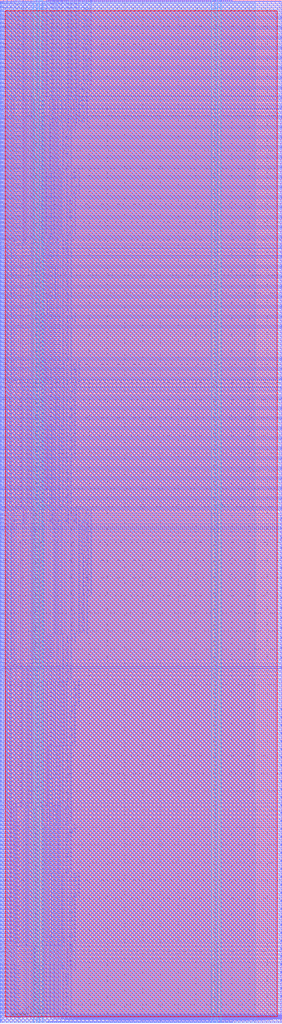
<source format=lef>
VERSION 5.7 ;
  NOWIREEXTENSIONATPIN ON ;
  DIVIDERCHAR "/" ;
  BUSBITCHARS "[]" ;
MACRO GF_SRAM
  CLASS BLOCK ;
  FOREIGN GF_SRAM ;
  ORIGIN 0.000 0.000 ;
  SIZE 158.480 BY 574.560 ;
  PIN A_SRAM0
    DIRECTION OUTPUT ;
    USE SIGNAL ;
    ANTENNADIFFAREA 0.897600 ;
    PORT
      LAYER Metal3 ;
        RECT 157.920 99.680 158.480 100.240 ;
    END
  END A_SRAM0
  PIN A_SRAM1
    DIRECTION OUTPUT ;
    USE SIGNAL ;
    ANTENNADIFFAREA 0.897600 ;
    PORT
      LAYER Metal3 ;
        RECT 157.920 104.160 158.480 104.720 ;
    END
  END A_SRAM1
  PIN A_SRAM2
    DIRECTION OUTPUT ;
    USE SIGNAL ;
    ANTENNADIFFAREA 0.897600 ;
    PORT
      LAYER Metal3 ;
        RECT 157.920 108.640 158.480 109.200 ;
    END
  END A_SRAM2
  PIN A_SRAM3
    DIRECTION OUTPUT ;
    USE SIGNAL ;
    ANTENNADIFFAREA 0.897600 ;
    PORT
      LAYER Metal3 ;
        RECT 157.920 113.120 158.480 113.680 ;
    END
  END A_SRAM3
  PIN A_SRAM4
    DIRECTION OUTPUT ;
    USE SIGNAL ;
    ANTENNADIFFAREA 0.897600 ;
    PORT
      LAYER Metal3 ;
        RECT 157.920 117.600 158.480 118.160 ;
    END
  END A_SRAM4
  PIN A_SRAM5
    DIRECTION OUTPUT ;
    USE SIGNAL ;
    ANTENNADIFFAREA 0.897600 ;
    PORT
      LAYER Metal3 ;
        RECT 157.920 122.080 158.480 122.640 ;
    END
  END A_SRAM5
  PIN A_SRAM6
    DIRECTION OUTPUT ;
    USE SIGNAL ;
    ANTENNADIFFAREA 0.897600 ;
    PORT
      LAYER Metal3 ;
        RECT 157.920 126.560 158.480 127.120 ;
    END
  END A_SRAM6
  PIN A_SRAM7
    DIRECTION OUTPUT ;
    USE SIGNAL ;
    ANTENNADIFFAREA 0.897600 ;
    PORT
      LAYER Metal3 ;
        RECT 157.920 131.040 158.480 131.600 ;
    END
  END A_SRAM7
  PIN A_SRAM8
    DIRECTION OUTPUT ;
    USE SIGNAL ;
    ANTENNADIFFAREA 0.897600 ;
    PORT
      LAYER Metal3 ;
        RECT 157.920 135.520 158.480 136.080 ;
    END
  END A_SRAM8
  PIN CEN_SRAM
    DIRECTION OUTPUT ;
    USE SIGNAL ;
    ANTENNADIFFAREA 0.897600 ;
    PORT
      LAYER Metal3 ;
        RECT 157.920 54.880 158.480 55.440 ;
    END
  END CEN_SRAM
  PIN CLK_SRAM
    DIRECTION OUTPUT ;
    USE SIGNAL ;
    ANTENNADIFFAREA 0.897600 ;
    PORT
      LAYER Metal3 ;
        RECT 157.920 175.840 158.480 176.400 ;
    END
  END CLK_SRAM
  PIN CONFIGURED_top
    DIRECTION INPUT ;
    USE SIGNAL ;
    ANTENNAGATEAREA 0.898000 ;
    PORT
      LAYER Metal3 ;
        RECT 157.920 50.400 158.480 50.960 ;
    END
  END CONFIGURED_top
  PIN D_SRAM0
    DIRECTION OUTPUT ;
    USE SIGNAL ;
    ANTENNADIFFAREA 0.897600 ;
    PORT
      LAYER Metal3 ;
        RECT 157.920 140.000 158.480 140.560 ;
    END
  END D_SRAM0
  PIN D_SRAM1
    DIRECTION OUTPUT ;
    USE SIGNAL ;
    ANTENNADIFFAREA 0.897600 ;
    PORT
      LAYER Metal3 ;
        RECT 157.920 144.480 158.480 145.040 ;
    END
  END D_SRAM1
  PIN D_SRAM2
    DIRECTION OUTPUT ;
    USE SIGNAL ;
    ANTENNADIFFAREA 0.897600 ;
    PORT
      LAYER Metal3 ;
        RECT 157.920 148.960 158.480 149.520 ;
    END
  END D_SRAM2
  PIN D_SRAM3
    DIRECTION OUTPUT ;
    USE SIGNAL ;
    ANTENNADIFFAREA 0.897600 ;
    PORT
      LAYER Metal3 ;
        RECT 157.920 153.440 158.480 154.000 ;
    END
  END D_SRAM3
  PIN D_SRAM4
    DIRECTION OUTPUT ;
    USE SIGNAL ;
    ANTENNADIFFAREA 0.897600 ;
    PORT
      LAYER Metal3 ;
        RECT 157.920 157.920 158.480 158.480 ;
    END
  END D_SRAM4
  PIN D_SRAM5
    DIRECTION OUTPUT ;
    USE SIGNAL ;
    ANTENNADIFFAREA 0.897600 ;
    PORT
      LAYER Metal3 ;
        RECT 157.920 162.400 158.480 162.960 ;
    END
  END D_SRAM5
  PIN D_SRAM6
    DIRECTION OUTPUT ;
    USE SIGNAL ;
    ANTENNADIFFAREA 0.897600 ;
    PORT
      LAYER Metal3 ;
        RECT 157.920 166.880 158.480 167.440 ;
    END
  END D_SRAM6
  PIN D_SRAM7
    DIRECTION OUTPUT ;
    USE SIGNAL ;
    ANTENNADIFFAREA 0.897600 ;
    PORT
      LAYER Metal3 ;
        RECT 157.920 171.360 158.480 171.920 ;
    END
  END D_SRAM7
  PIN GWEN_SRAM
    DIRECTION OUTPUT ;
    USE SIGNAL ;
    ANTENNADIFFAREA 0.897600 ;
    PORT
      LAYER Metal3 ;
        RECT 157.920 59.360 158.480 59.920 ;
    END
  END GWEN_SRAM
  PIN Q_SRAM0
    DIRECTION INPUT ;
    USE SIGNAL ;
    ANTENNAGATEAREA 10.030000 ;
    PORT
      LAYER Metal3 ;
        RECT 157.920 14.560 158.480 15.120 ;
    END
  END Q_SRAM0
  PIN Q_SRAM1
    DIRECTION INPUT ;
    USE SIGNAL ;
    ANTENNAGATEAREA 10.030000 ;
    PORT
      LAYER Metal3 ;
        RECT 157.920 19.040 158.480 19.600 ;
    END
  END Q_SRAM1
  PIN Q_SRAM2
    DIRECTION INPUT ;
    USE SIGNAL ;
    ANTENNAGATEAREA 10.030000 ;
    PORT
      LAYER Metal3 ;
        RECT 157.920 23.520 158.480 24.080 ;
    END
  END Q_SRAM2
  PIN Q_SRAM3
    DIRECTION INPUT ;
    USE SIGNAL ;
    ANTENNAGATEAREA 10.030000 ;
    PORT
      LAYER Metal3 ;
        RECT 157.920 28.000 158.480 28.560 ;
    END
  END Q_SRAM3
  PIN Q_SRAM4
    DIRECTION INPUT ;
    USE SIGNAL ;
    ANTENNAGATEAREA 10.531500 ;
    PORT
      LAYER Metal3 ;
        RECT 157.920 32.480 158.480 33.040 ;
    END
  END Q_SRAM4
  PIN Q_SRAM5
    DIRECTION INPUT ;
    USE SIGNAL ;
    ANTENNAGATEAREA 9.528500 ;
    ANTENNADIFFAREA 0.410400 ;
    PORT
      LAYER Metal3 ;
        RECT 157.920 36.960 158.480 37.520 ;
    END
  END Q_SRAM5
  PIN Q_SRAM6
    DIRECTION INPUT ;
    USE SIGNAL ;
    ANTENNAGATEAREA 10.030000 ;
    PORT
      LAYER Metal3 ;
        RECT 157.920 41.440 158.480 42.000 ;
    END
  END Q_SRAM6
  PIN Q_SRAM7
    DIRECTION INPUT ;
    USE SIGNAL ;
    ANTENNAGATEAREA 10.030000 ;
    PORT
      LAYER Metal3 ;
        RECT 157.920 45.920 158.480 46.480 ;
    END
  END Q_SRAM7
  PIN Tile_X0Y0_E1END[0]
    DIRECTION INPUT ;
    USE SIGNAL ;
    ANTENNAGATEAREA 2.507500 ;
    PORT
      LAYER Metal3 ;
        RECT 0.000 395.920 0.560 396.480 ;
    END
  END Tile_X0Y0_E1END[0]
  PIN Tile_X0Y0_E1END[1]
    DIRECTION INPUT ;
    USE SIGNAL ;
    ANTENNAGATEAREA 2.507500 ;
    PORT
      LAYER Metal3 ;
        RECT 0.000 398.160 0.560 398.720 ;
    END
  END Tile_X0Y0_E1END[1]
  PIN Tile_X0Y0_E1END[2]
    DIRECTION INPUT ;
    USE SIGNAL ;
    ANTENNAGATEAREA 2.507500 ;
    PORT
      LAYER Metal3 ;
        RECT 0.000 400.400 0.560 400.960 ;
    END
  END Tile_X0Y0_E1END[2]
  PIN Tile_X0Y0_E1END[3]
    DIRECTION INPUT ;
    USE SIGNAL ;
    ANTENNAGATEAREA 2.507500 ;
    PORT
      LAYER Metal3 ;
        RECT 0.000 402.640 0.560 403.200 ;
    END
  END Tile_X0Y0_E1END[3]
  PIN Tile_X0Y0_E2END[0]
    DIRECTION INPUT ;
    USE SIGNAL ;
    ANTENNAGATEAREA 2.060000 ;
    PORT
      LAYER Metal3 ;
        RECT 0.000 422.800 0.560 423.360 ;
    END
  END Tile_X0Y0_E2END[0]
  PIN Tile_X0Y0_E2END[1]
    DIRECTION INPUT ;
    USE SIGNAL ;
    ANTENNAGATEAREA 2.060000 ;
    PORT
      LAYER Metal3 ;
        RECT 0.000 425.040 0.560 425.600 ;
    END
  END Tile_X0Y0_E2END[1]
  PIN Tile_X0Y0_E2END[2]
    DIRECTION INPUT ;
    USE SIGNAL ;
    ANTENNAGATEAREA 2.060000 ;
    PORT
      LAYER Metal3 ;
        RECT 0.000 427.280 0.560 427.840 ;
    END
  END Tile_X0Y0_E2END[2]
  PIN Tile_X0Y0_E2END[3]
    DIRECTION INPUT ;
    USE SIGNAL ;
    ANTENNAGATEAREA 2.060000 ;
    PORT
      LAYER Metal3 ;
        RECT 0.000 429.520 0.560 430.080 ;
    END
  END Tile_X0Y0_E2END[3]
  PIN Tile_X0Y0_E2END[4]
    DIRECTION INPUT ;
    USE SIGNAL ;
    ANTENNAGATEAREA 1.901000 ;
    PORT
      LAYER Metal3 ;
        RECT 0.000 431.760 0.560 432.320 ;
    END
  END Tile_X0Y0_E2END[4]
  PIN Tile_X0Y0_E2END[5]
    DIRECTION INPUT ;
    USE SIGNAL ;
    ANTENNAGATEAREA 1.003000 ;
    PORT
      LAYER Metal3 ;
        RECT 0.000 434.000 0.560 434.560 ;
    END
  END Tile_X0Y0_E2END[5]
  PIN Tile_X0Y0_E2END[6]
    DIRECTION INPUT ;
    USE SIGNAL ;
    ANTENNAGATEAREA 1.003000 ;
    PORT
      LAYER Metal3 ;
        RECT 0.000 436.240 0.560 436.800 ;
    END
  END Tile_X0Y0_E2END[6]
  PIN Tile_X0Y0_E2END[7]
    DIRECTION INPUT ;
    USE SIGNAL ;
    ANTENNAGATEAREA 1.003000 ;
    PORT
      LAYER Metal3 ;
        RECT 0.000 438.480 0.560 439.040 ;
    END
  END Tile_X0Y0_E2END[7]
  PIN Tile_X0Y0_E2MID[0]
    DIRECTION INPUT ;
    USE SIGNAL ;
    ANTENNAGATEAREA 1.892000 ;
    PORT
      LAYER Metal3 ;
        RECT 0.000 404.880 0.560 405.440 ;
    END
  END Tile_X0Y0_E2MID[0]
  PIN Tile_X0Y0_E2MID[1]
    DIRECTION INPUT ;
    USE SIGNAL ;
    ANTENNAGATEAREA 1.892000 ;
    PORT
      LAYER Metal3 ;
        RECT 0.000 407.120 0.560 407.680 ;
    END
  END Tile_X0Y0_E2MID[1]
  PIN Tile_X0Y0_E2MID[2]
    DIRECTION INPUT ;
    USE SIGNAL ;
    ANTENNAGATEAREA 1.892000 ;
    PORT
      LAYER Metal3 ;
        RECT 0.000 409.360 0.560 409.920 ;
    END
  END Tile_X0Y0_E2MID[2]
  PIN Tile_X0Y0_E2MID[3]
    DIRECTION INPUT ;
    USE SIGNAL ;
    ANTENNAGATEAREA 1.892000 ;
    PORT
      LAYER Metal3 ;
        RECT 0.000 411.600 0.560 412.160 ;
    END
  END Tile_X0Y0_E2MID[3]
  PIN Tile_X0Y0_E2MID[4]
    DIRECTION INPUT ;
    USE SIGNAL ;
    ANTENNAGATEAREA 1.892000 ;
    PORT
      LAYER Metal3 ;
        RECT 0.000 413.840 0.560 414.400 ;
    END
  END Tile_X0Y0_E2MID[4]
  PIN Tile_X0Y0_E2MID[5]
    DIRECTION INPUT ;
    USE SIGNAL ;
    ANTENNAGATEAREA 1.003000 ;
    PORT
      LAYER Metal3 ;
        RECT 0.000 416.080 0.560 416.640 ;
    END
  END Tile_X0Y0_E2MID[5]
  PIN Tile_X0Y0_E2MID[6]
    DIRECTION INPUT ;
    USE SIGNAL ;
    ANTENNAGATEAREA 1.003000 ;
    PORT
      LAYER Metal3 ;
        RECT 0.000 418.320 0.560 418.880 ;
    END
  END Tile_X0Y0_E2MID[6]
  PIN Tile_X0Y0_E2MID[7]
    DIRECTION INPUT ;
    USE SIGNAL ;
    ANTENNAGATEAREA 1.003000 ;
    PORT
      LAYER Metal3 ;
        RECT 0.000 420.560 0.560 421.120 ;
    END
  END Tile_X0Y0_E2MID[7]
  PIN Tile_X0Y0_E6END[0]
    DIRECTION INPUT ;
    USE SIGNAL ;
    ANTENNAGATEAREA 2.453500 ;
    PORT
      LAYER Metal3 ;
        RECT 0.000 476.560 0.560 477.120 ;
    END
  END Tile_X0Y0_E6END[0]
  PIN Tile_X0Y0_E6END[10]
    DIRECTION INPUT ;
    USE SIGNAL ;
    ANTENNAGATEAREA 1.504500 ;
    PORT
      LAYER Metal3 ;
        RECT 0.000 498.960 0.560 499.520 ;
    END
  END Tile_X0Y0_E6END[10]
  PIN Tile_X0Y0_E6END[11]
    DIRECTION INPUT ;
    USE SIGNAL ;
    ANTENNAGATEAREA 1.504500 ;
    PORT
      LAYER Metal3 ;
        RECT 0.000 501.200 0.560 501.760 ;
    END
  END Tile_X0Y0_E6END[11]
  PIN Tile_X0Y0_E6END[1]
    DIRECTION INPUT ;
    USE SIGNAL ;
    ANTENNAGATEAREA 2.453500 ;
    PORT
      LAYER Metal3 ;
        RECT 0.000 478.800 0.560 479.360 ;
    END
  END Tile_X0Y0_E6END[1]
  PIN Tile_X0Y0_E6END[2]
    DIRECTION INPUT ;
    USE SIGNAL ;
    ANTENNAGATEAREA 2.453500 ;
    PORT
      LAYER Metal3 ;
        RECT 0.000 481.040 0.560 481.600 ;
    END
  END Tile_X0Y0_E6END[2]
  PIN Tile_X0Y0_E6END[3]
    DIRECTION INPUT ;
    USE SIGNAL ;
    ANTENNAGATEAREA 2.453500 ;
    PORT
      LAYER Metal3 ;
        RECT 0.000 483.280 0.560 483.840 ;
    END
  END Tile_X0Y0_E6END[3]
  PIN Tile_X0Y0_E6END[4]
    DIRECTION INPUT ;
    USE SIGNAL ;
    ANTENNAGATEAREA 2.507500 ;
    PORT
      LAYER Metal3 ;
        RECT 0.000 485.520 0.560 486.080 ;
    END
  END Tile_X0Y0_E6END[4]
  PIN Tile_X0Y0_E6END[5]
    DIRECTION INPUT ;
    USE SIGNAL ;
    ANTENNAGATEAREA 2.507500 ;
    PORT
      LAYER Metal3 ;
        RECT 0.000 487.760 0.560 488.320 ;
    END
  END Tile_X0Y0_E6END[5]
  PIN Tile_X0Y0_E6END[6]
    DIRECTION INPUT ;
    USE SIGNAL ;
    ANTENNAGATEAREA 2.507500 ;
    PORT
      LAYER Metal3 ;
        RECT 0.000 490.000 0.560 490.560 ;
    END
  END Tile_X0Y0_E6END[6]
  PIN Tile_X0Y0_E6END[7]
    DIRECTION INPUT ;
    USE SIGNAL ;
    ANTENNAGATEAREA 2.507500 ;
    PORT
      LAYER Metal3 ;
        RECT 0.000 492.240 0.560 492.800 ;
    END
  END Tile_X0Y0_E6END[7]
  PIN Tile_X0Y0_E6END[8]
    DIRECTION INPUT ;
    USE SIGNAL ;
    ANTENNAGATEAREA 1.504500 ;
    PORT
      LAYER Metal3 ;
        RECT 0.000 494.480 0.560 495.040 ;
    END
  END Tile_X0Y0_E6END[8]
  PIN Tile_X0Y0_E6END[9]
    DIRECTION INPUT ;
    USE SIGNAL ;
    ANTENNAGATEAREA 1.504500 ;
    PORT
      LAYER Metal3 ;
        RECT 0.000 496.720 0.560 497.280 ;
    END
  END Tile_X0Y0_E6END[9]
  PIN Tile_X0Y0_EE4END[0]
    DIRECTION INPUT ;
    USE SIGNAL ;
    ANTENNAGATEAREA 1.504500 ;
    PORT
      LAYER Metal3 ;
        RECT 0.000 440.720 0.560 441.280 ;
    END
  END Tile_X0Y0_EE4END[0]
  PIN Tile_X0Y0_EE4END[10]
    DIRECTION INPUT ;
    USE SIGNAL ;
    ANTENNAGATEAREA 1.003000 ;
    PORT
      LAYER Metal3 ;
        RECT 0.000 463.120 0.560 463.680 ;
    END
  END Tile_X0Y0_EE4END[10]
  PIN Tile_X0Y0_EE4END[11]
    DIRECTION INPUT ;
    USE SIGNAL ;
    ANTENNAGATEAREA 1.003000 ;
    PORT
      LAYER Metal3 ;
        RECT 0.000 465.360 0.560 465.920 ;
    END
  END Tile_X0Y0_EE4END[11]
  PIN Tile_X0Y0_EE4END[12]
    DIRECTION INPUT ;
    USE SIGNAL ;
    ANTENNAGATEAREA 1.504500 ;
    PORT
      LAYER Metal3 ;
        RECT 0.000 467.600 0.560 468.160 ;
    END
  END Tile_X0Y0_EE4END[12]
  PIN Tile_X0Y0_EE4END[13]
    DIRECTION INPUT ;
    USE SIGNAL ;
    ANTENNAGATEAREA 1.504500 ;
    PORT
      LAYER Metal3 ;
        RECT 0.000 469.840 0.560 470.400 ;
    END
  END Tile_X0Y0_EE4END[13]
  PIN Tile_X0Y0_EE4END[14]
    DIRECTION INPUT ;
    USE SIGNAL ;
    ANTENNAGATEAREA 1.504500 ;
    PORT
      LAYER Metal3 ;
        RECT 0.000 472.080 0.560 472.640 ;
    END
  END Tile_X0Y0_EE4END[14]
  PIN Tile_X0Y0_EE4END[15]
    DIRECTION INPUT ;
    USE SIGNAL ;
    ANTENNAGATEAREA 1.504500 ;
    PORT
      LAYER Metal3 ;
        RECT 0.000 474.320 0.560 474.880 ;
    END
  END Tile_X0Y0_EE4END[15]
  PIN Tile_X0Y0_EE4END[1]
    DIRECTION INPUT ;
    USE SIGNAL ;
    ANTENNAGATEAREA 1.504500 ;
    PORT
      LAYER Metal3 ;
        RECT 0.000 442.960 0.560 443.520 ;
    END
  END Tile_X0Y0_EE4END[1]
  PIN Tile_X0Y0_EE4END[2]
    DIRECTION INPUT ;
    USE SIGNAL ;
    ANTENNAGATEAREA 1.504500 ;
    PORT
      LAYER Metal3 ;
        RECT 0.000 445.200 0.560 445.760 ;
    END
  END Tile_X0Y0_EE4END[2]
  PIN Tile_X0Y0_EE4END[3]
    DIRECTION INPUT ;
    USE SIGNAL ;
    ANTENNAGATEAREA 1.504500 ;
    PORT
      LAYER Metal3 ;
        RECT 0.000 447.440 0.560 448.000 ;
    END
  END Tile_X0Y0_EE4END[3]
  PIN Tile_X0Y0_EE4END[4]
    DIRECTION INPUT ;
    USE SIGNAL ;
    ANTENNAGATEAREA 1.003000 ;
    PORT
      LAYER Metal3 ;
        RECT 0.000 449.680 0.560 450.240 ;
    END
  END Tile_X0Y0_EE4END[4]
  PIN Tile_X0Y0_EE4END[5]
    DIRECTION INPUT ;
    USE SIGNAL ;
    ANTENNAGATEAREA 1.003000 ;
    PORT
      LAYER Metal3 ;
        RECT 0.000 451.920 0.560 452.480 ;
    END
  END Tile_X0Y0_EE4END[5]
  PIN Tile_X0Y0_EE4END[6]
    DIRECTION INPUT ;
    USE SIGNAL ;
    ANTENNAGATEAREA 1.003000 ;
    PORT
      LAYER Metal3 ;
        RECT 0.000 454.160 0.560 454.720 ;
    END
  END Tile_X0Y0_EE4END[6]
  PIN Tile_X0Y0_EE4END[7]
    DIRECTION INPUT ;
    USE SIGNAL ;
    ANTENNAGATEAREA 1.003000 ;
    PORT
      LAYER Metal3 ;
        RECT 0.000 456.400 0.560 456.960 ;
    END
  END Tile_X0Y0_EE4END[7]
  PIN Tile_X0Y0_EE4END[8]
    DIRECTION INPUT ;
    USE SIGNAL ;
    ANTENNAGATEAREA 1.003000 ;
    PORT
      LAYER Metal3 ;
        RECT 0.000 458.640 0.560 459.200 ;
    END
  END Tile_X0Y0_EE4END[8]
  PIN Tile_X0Y0_EE4END[9]
    DIRECTION INPUT ;
    USE SIGNAL ;
    ANTENNAGATEAREA 1.003000 ;
    PORT
      LAYER Metal3 ;
        RECT 0.000 460.880 0.560 461.440 ;
    END
  END Tile_X0Y0_EE4END[9]
  PIN Tile_X0Y0_FrameData[0]
    DIRECTION INPUT ;
    USE SIGNAL ;
    ANTENNAGATEAREA 4.914500 ;
    PORT
      LAYER Metal3 ;
        RECT 0.000 503.440 0.560 504.000 ;
    END
  END Tile_X0Y0_FrameData[0]
  PIN Tile_X0Y0_FrameData[10]
    DIRECTION INPUT ;
    USE SIGNAL ;
    ANTENNAGATEAREA 4.914500 ;
    PORT
      LAYER Metal3 ;
        RECT 0.000 525.840 0.560 526.400 ;
    END
  END Tile_X0Y0_FrameData[10]
  PIN Tile_X0Y0_FrameData[11]
    DIRECTION INPUT ;
    USE SIGNAL ;
    ANTENNAGATEAREA 4.914500 ;
    PORT
      LAYER Metal3 ;
        RECT 0.000 528.080 0.560 528.640 ;
    END
  END Tile_X0Y0_FrameData[11]
  PIN Tile_X0Y0_FrameData[12]
    DIRECTION INPUT ;
    USE SIGNAL ;
    ANTENNAGATEAREA 4.914500 ;
    PORT
      LAYER Metal3 ;
        RECT 0.000 530.320 0.560 530.880 ;
    END
  END Tile_X0Y0_FrameData[12]
  PIN Tile_X0Y0_FrameData[13]
    DIRECTION INPUT ;
    USE SIGNAL ;
    ANTENNAGATEAREA 4.914500 ;
    PORT
      LAYER Metal3 ;
        RECT 0.000 532.560 0.560 533.120 ;
    END
  END Tile_X0Y0_FrameData[13]
  PIN Tile_X0Y0_FrameData[14]
    DIRECTION INPUT ;
    USE SIGNAL ;
    ANTENNAGATEAREA 4.914500 ;
    PORT
      LAYER Metal3 ;
        RECT 0.000 534.800 0.560 535.360 ;
    END
  END Tile_X0Y0_FrameData[14]
  PIN Tile_X0Y0_FrameData[15]
    DIRECTION INPUT ;
    USE SIGNAL ;
    ANTENNAGATEAREA 4.914500 ;
    PORT
      LAYER Metal3 ;
        RECT 0.000 537.040 0.560 537.600 ;
    END
  END Tile_X0Y0_FrameData[15]
  PIN Tile_X0Y0_FrameData[16]
    DIRECTION INPUT ;
    USE SIGNAL ;
    ANTENNAGATEAREA 4.914500 ;
    PORT
      LAYER Metal3 ;
        RECT 0.000 539.280 0.560 539.840 ;
    END
  END Tile_X0Y0_FrameData[16]
  PIN Tile_X0Y0_FrameData[17]
    DIRECTION INPUT ;
    USE SIGNAL ;
    ANTENNAGATEAREA 4.914500 ;
    PORT
      LAYER Metal3 ;
        RECT 0.000 541.520 0.560 542.080 ;
    END
  END Tile_X0Y0_FrameData[17]
  PIN Tile_X0Y0_FrameData[18]
    DIRECTION INPUT ;
    USE SIGNAL ;
    ANTENNAGATEAREA 4.914500 ;
    PORT
      LAYER Metal3 ;
        RECT 0.000 543.760 0.560 544.320 ;
    END
  END Tile_X0Y0_FrameData[18]
  PIN Tile_X0Y0_FrameData[19]
    DIRECTION INPUT ;
    USE SIGNAL ;
    ANTENNAGATEAREA 4.914500 ;
    PORT
      LAYER Metal3 ;
        RECT 0.000 546.000 0.560 546.560 ;
    END
  END Tile_X0Y0_FrameData[19]
  PIN Tile_X0Y0_FrameData[1]
    DIRECTION INPUT ;
    USE SIGNAL ;
    ANTENNAGATEAREA 4.914500 ;
    PORT
      LAYER Metal3 ;
        RECT 0.000 505.680 0.560 506.240 ;
    END
  END Tile_X0Y0_FrameData[1]
  PIN Tile_X0Y0_FrameData[20]
    DIRECTION INPUT ;
    USE SIGNAL ;
    ANTENNAGATEAREA 4.914500 ;
    PORT
      LAYER Metal3 ;
        RECT 0.000 548.240 0.560 548.800 ;
    END
  END Tile_X0Y0_FrameData[20]
  PIN Tile_X0Y0_FrameData[21]
    DIRECTION INPUT ;
    USE SIGNAL ;
    ANTENNAGATEAREA 4.914500 ;
    PORT
      LAYER Metal3 ;
        RECT 0.000 550.480 0.560 551.040 ;
    END
  END Tile_X0Y0_FrameData[21]
  PIN Tile_X0Y0_FrameData[22]
    DIRECTION INPUT ;
    USE SIGNAL ;
    ANTENNAGATEAREA 4.914500 ;
    PORT
      LAYER Metal3 ;
        RECT 0.000 552.720 0.560 553.280 ;
    END
  END Tile_X0Y0_FrameData[22]
  PIN Tile_X0Y0_FrameData[23]
    DIRECTION INPUT ;
    USE SIGNAL ;
    ANTENNAGATEAREA 4.914500 ;
    PORT
      LAYER Metal3 ;
        RECT 0.000 554.960 0.560 555.520 ;
    END
  END Tile_X0Y0_FrameData[23]
  PIN Tile_X0Y0_FrameData[24]
    DIRECTION INPUT ;
    USE SIGNAL ;
    ANTENNAGATEAREA 4.914500 ;
    PORT
      LAYER Metal3 ;
        RECT 0.000 557.200 0.560 557.760 ;
    END
  END Tile_X0Y0_FrameData[24]
  PIN Tile_X0Y0_FrameData[25]
    DIRECTION INPUT ;
    USE SIGNAL ;
    ANTENNAGATEAREA 4.914500 ;
    PORT
      LAYER Metal3 ;
        RECT 0.000 559.440 0.560 560.000 ;
    END
  END Tile_X0Y0_FrameData[25]
  PIN Tile_X0Y0_FrameData[26]
    DIRECTION INPUT ;
    USE SIGNAL ;
    ANTENNAGATEAREA 4.914500 ;
    PORT
      LAYER Metal3 ;
        RECT 0.000 561.680 0.560 562.240 ;
    END
  END Tile_X0Y0_FrameData[26]
  PIN Tile_X0Y0_FrameData[27]
    DIRECTION INPUT ;
    USE SIGNAL ;
    ANTENNAGATEAREA 4.914500 ;
    PORT
      LAYER Metal3 ;
        RECT 0.000 563.920 0.560 564.480 ;
    END
  END Tile_X0Y0_FrameData[27]
  PIN Tile_X0Y0_FrameData[28]
    DIRECTION INPUT ;
    USE SIGNAL ;
    ANTENNAGATEAREA 4.914500 ;
    PORT
      LAYER Metal3 ;
        RECT 0.000 566.160 0.560 566.720 ;
    END
  END Tile_X0Y0_FrameData[28]
  PIN Tile_X0Y0_FrameData[29]
    DIRECTION INPUT ;
    USE SIGNAL ;
    ANTENNAGATEAREA 4.914500 ;
    PORT
      LAYER Metal3 ;
        RECT 0.000 568.400 0.560 568.960 ;
    END
  END Tile_X0Y0_FrameData[29]
  PIN Tile_X0Y0_FrameData[2]
    DIRECTION INPUT ;
    USE SIGNAL ;
    ANTENNAGATEAREA 4.914500 ;
    PORT
      LAYER Metal3 ;
        RECT 0.000 507.920 0.560 508.480 ;
    END
  END Tile_X0Y0_FrameData[2]
  PIN Tile_X0Y0_FrameData[30]
    DIRECTION INPUT ;
    USE SIGNAL ;
    ANTENNAGATEAREA 5.466500 ;
    PORT
      LAYER Metal3 ;
        RECT 0.000 570.640 0.560 571.200 ;
    END
  END Tile_X0Y0_FrameData[30]
  PIN Tile_X0Y0_FrameData[31]
    DIRECTION INPUT ;
    USE SIGNAL ;
    ANTENNAGATEAREA 5.466500 ;
    PORT
      LAYER Metal3 ;
        RECT 0.000 572.880 0.560 573.440 ;
    END
  END Tile_X0Y0_FrameData[31]
  PIN Tile_X0Y0_FrameData[3]
    DIRECTION INPUT ;
    USE SIGNAL ;
    ANTENNAGATEAREA 4.914500 ;
    PORT
      LAYER Metal3 ;
        RECT 0.000 510.160 0.560 510.720 ;
    END
  END Tile_X0Y0_FrameData[3]
  PIN Tile_X0Y0_FrameData[4]
    DIRECTION INPUT ;
    USE SIGNAL ;
    ANTENNAGATEAREA 4.914500 ;
    PORT
      LAYER Metal3 ;
        RECT 0.000 512.400 0.560 512.960 ;
    END
  END Tile_X0Y0_FrameData[4]
  PIN Tile_X0Y0_FrameData[5]
    DIRECTION INPUT ;
    USE SIGNAL ;
    ANTENNAGATEAREA 4.914500 ;
    PORT
      LAYER Metal3 ;
        RECT 0.000 514.640 0.560 515.200 ;
    END
  END Tile_X0Y0_FrameData[5]
  PIN Tile_X0Y0_FrameData[6]
    DIRECTION INPUT ;
    USE SIGNAL ;
    ANTENNAGATEAREA 4.914500 ;
    PORT
      LAYER Metal3 ;
        RECT 0.000 516.880 0.560 517.440 ;
    END
  END Tile_X0Y0_FrameData[6]
  PIN Tile_X0Y0_FrameData[7]
    DIRECTION INPUT ;
    USE SIGNAL ;
    ANTENNAGATEAREA 4.914500 ;
    PORT
      LAYER Metal3 ;
        RECT 0.000 519.120 0.560 519.680 ;
    END
  END Tile_X0Y0_FrameData[7]
  PIN Tile_X0Y0_FrameData[8]
    DIRECTION INPUT ;
    USE SIGNAL ;
    ANTENNAGATEAREA 4.914500 ;
    PORT
      LAYER Metal3 ;
        RECT 0.000 521.360 0.560 521.920 ;
    END
  END Tile_X0Y0_FrameData[8]
  PIN Tile_X0Y0_FrameData[9]
    DIRECTION INPUT ;
    USE SIGNAL ;
    ANTENNAGATEAREA 4.914500 ;
    PORT
      LAYER Metal3 ;
        RECT 0.000 523.600 0.560 524.160 ;
    END
  END Tile_X0Y0_FrameData[9]
  PIN Tile_X0Y0_FrameData_O[0]
    DIRECTION OUTPUT ;
    USE SIGNAL ;
    ANTENNADIFFAREA 0.897600 ;
    PORT
      LAYER Metal3 ;
        RECT 157.920 390.880 158.480 391.440 ;
    END
  END Tile_X0Y0_FrameData_O[0]
  PIN Tile_X0Y0_FrameData_O[10]
    DIRECTION OUTPUT ;
    USE SIGNAL ;
    ANTENNADIFFAREA 0.897600 ;
    PORT
      LAYER Metal3 ;
        RECT 157.920 446.880 158.480 447.440 ;
    END
  END Tile_X0Y0_FrameData_O[10]
  PIN Tile_X0Y0_FrameData_O[11]
    DIRECTION OUTPUT ;
    USE SIGNAL ;
    ANTENNADIFFAREA 0.897600 ;
    PORT
      LAYER Metal3 ;
        RECT 157.920 452.480 158.480 453.040 ;
    END
  END Tile_X0Y0_FrameData_O[11]
  PIN Tile_X0Y0_FrameData_O[12]
    DIRECTION OUTPUT ;
    USE SIGNAL ;
    ANTENNADIFFAREA 0.897600 ;
    PORT
      LAYER Metal3 ;
        RECT 157.920 458.080 158.480 458.640 ;
    END
  END Tile_X0Y0_FrameData_O[12]
  PIN Tile_X0Y0_FrameData_O[13]
    DIRECTION OUTPUT ;
    USE SIGNAL ;
    ANTENNADIFFAREA 0.897600 ;
    PORT
      LAYER Metal3 ;
        RECT 157.920 463.680 158.480 464.240 ;
    END
  END Tile_X0Y0_FrameData_O[13]
  PIN Tile_X0Y0_FrameData_O[14]
    DIRECTION OUTPUT ;
    USE SIGNAL ;
    ANTENNADIFFAREA 0.897600 ;
    PORT
      LAYER Metal3 ;
        RECT 157.920 469.280 158.480 469.840 ;
    END
  END Tile_X0Y0_FrameData_O[14]
  PIN Tile_X0Y0_FrameData_O[15]
    DIRECTION OUTPUT ;
    USE SIGNAL ;
    ANTENNADIFFAREA 0.897600 ;
    PORT
      LAYER Metal3 ;
        RECT 157.920 474.880 158.480 475.440 ;
    END
  END Tile_X0Y0_FrameData_O[15]
  PIN Tile_X0Y0_FrameData_O[16]
    DIRECTION OUTPUT ;
    USE SIGNAL ;
    ANTENNADIFFAREA 0.897600 ;
    PORT
      LAYER Metal3 ;
        RECT 157.920 480.480 158.480 481.040 ;
    END
  END Tile_X0Y0_FrameData_O[16]
  PIN Tile_X0Y0_FrameData_O[17]
    DIRECTION OUTPUT ;
    USE SIGNAL ;
    ANTENNADIFFAREA 0.897600 ;
    PORT
      LAYER Metal3 ;
        RECT 157.920 486.080 158.480 486.640 ;
    END
  END Tile_X0Y0_FrameData_O[17]
  PIN Tile_X0Y0_FrameData_O[18]
    DIRECTION OUTPUT ;
    USE SIGNAL ;
    ANTENNADIFFAREA 0.897600 ;
    PORT
      LAYER Metal3 ;
        RECT 157.920 491.680 158.480 492.240 ;
    END
  END Tile_X0Y0_FrameData_O[18]
  PIN Tile_X0Y0_FrameData_O[19]
    DIRECTION OUTPUT ;
    USE SIGNAL ;
    ANTENNADIFFAREA 0.897600 ;
    PORT
      LAYER Metal3 ;
        RECT 157.920 497.280 158.480 497.840 ;
    END
  END Tile_X0Y0_FrameData_O[19]
  PIN Tile_X0Y0_FrameData_O[1]
    DIRECTION OUTPUT ;
    USE SIGNAL ;
    ANTENNADIFFAREA 0.897600 ;
    PORT
      LAYER Metal3 ;
        RECT 157.920 396.480 158.480 397.040 ;
    END
  END Tile_X0Y0_FrameData_O[1]
  PIN Tile_X0Y0_FrameData_O[20]
    DIRECTION OUTPUT ;
    USE SIGNAL ;
    ANTENNADIFFAREA 0.897600 ;
    PORT
      LAYER Metal3 ;
        RECT 157.920 502.880 158.480 503.440 ;
    END
  END Tile_X0Y0_FrameData_O[20]
  PIN Tile_X0Y0_FrameData_O[21]
    DIRECTION OUTPUT ;
    USE SIGNAL ;
    ANTENNADIFFAREA 0.897600 ;
    PORT
      LAYER Metal3 ;
        RECT 157.920 508.480 158.480 509.040 ;
    END
  END Tile_X0Y0_FrameData_O[21]
  PIN Tile_X0Y0_FrameData_O[22]
    DIRECTION OUTPUT ;
    USE SIGNAL ;
    ANTENNADIFFAREA 0.897600 ;
    PORT
      LAYER Metal3 ;
        RECT 157.920 514.080 158.480 514.640 ;
    END
  END Tile_X0Y0_FrameData_O[22]
  PIN Tile_X0Y0_FrameData_O[23]
    DIRECTION OUTPUT ;
    USE SIGNAL ;
    ANTENNADIFFAREA 0.897600 ;
    PORT
      LAYER Metal3 ;
        RECT 157.920 519.680 158.480 520.240 ;
    END
  END Tile_X0Y0_FrameData_O[23]
  PIN Tile_X0Y0_FrameData_O[24]
    DIRECTION OUTPUT ;
    USE SIGNAL ;
    ANTENNADIFFAREA 0.897600 ;
    PORT
      LAYER Metal3 ;
        RECT 157.920 525.280 158.480 525.840 ;
    END
  END Tile_X0Y0_FrameData_O[24]
  PIN Tile_X0Y0_FrameData_O[25]
    DIRECTION OUTPUT ;
    USE SIGNAL ;
    ANTENNADIFFAREA 0.897600 ;
    PORT
      LAYER Metal3 ;
        RECT 157.920 530.880 158.480 531.440 ;
    END
  END Tile_X0Y0_FrameData_O[25]
  PIN Tile_X0Y0_FrameData_O[26]
    DIRECTION OUTPUT ;
    USE SIGNAL ;
    ANTENNADIFFAREA 0.897600 ;
    PORT
      LAYER Metal3 ;
        RECT 157.920 536.480 158.480 537.040 ;
    END
  END Tile_X0Y0_FrameData_O[26]
  PIN Tile_X0Y0_FrameData_O[27]
    DIRECTION OUTPUT ;
    USE SIGNAL ;
    ANTENNADIFFAREA 0.897600 ;
    PORT
      LAYER Metal3 ;
        RECT 157.920 542.080 158.480 542.640 ;
    END
  END Tile_X0Y0_FrameData_O[27]
  PIN Tile_X0Y0_FrameData_O[28]
    DIRECTION OUTPUT ;
    USE SIGNAL ;
    ANTENNADIFFAREA 0.897600 ;
    PORT
      LAYER Metal3 ;
        RECT 157.920 547.680 158.480 548.240 ;
    END
  END Tile_X0Y0_FrameData_O[28]
  PIN Tile_X0Y0_FrameData_O[29]
    DIRECTION OUTPUT ;
    USE SIGNAL ;
    ANTENNADIFFAREA 0.897600 ;
    PORT
      LAYER Metal3 ;
        RECT 157.920 553.280 158.480 553.840 ;
    END
  END Tile_X0Y0_FrameData_O[29]
  PIN Tile_X0Y0_FrameData_O[2]
    DIRECTION OUTPUT ;
    USE SIGNAL ;
    ANTENNADIFFAREA 0.897600 ;
    PORT
      LAYER Metal3 ;
        RECT 157.920 402.080 158.480 402.640 ;
    END
  END Tile_X0Y0_FrameData_O[2]
  PIN Tile_X0Y0_FrameData_O[30]
    DIRECTION OUTPUT ;
    USE SIGNAL ;
    ANTENNADIFFAREA 0.897600 ;
    PORT
      LAYER Metal3 ;
        RECT 157.920 558.880 158.480 559.440 ;
    END
  END Tile_X0Y0_FrameData_O[30]
  PIN Tile_X0Y0_FrameData_O[31]
    DIRECTION OUTPUT ;
    USE SIGNAL ;
    ANTENNADIFFAREA 0.897600 ;
    PORT
      LAYER Metal3 ;
        RECT 157.920 564.480 158.480 565.040 ;
    END
  END Tile_X0Y0_FrameData_O[31]
  PIN Tile_X0Y0_FrameData_O[3]
    DIRECTION OUTPUT ;
    USE SIGNAL ;
    ANTENNADIFFAREA 0.897600 ;
    PORT
      LAYER Metal3 ;
        RECT 157.920 407.680 158.480 408.240 ;
    END
  END Tile_X0Y0_FrameData_O[3]
  PIN Tile_X0Y0_FrameData_O[4]
    DIRECTION OUTPUT ;
    USE SIGNAL ;
    ANTENNADIFFAREA 0.897600 ;
    PORT
      LAYER Metal3 ;
        RECT 157.920 413.280 158.480 413.840 ;
    END
  END Tile_X0Y0_FrameData_O[4]
  PIN Tile_X0Y0_FrameData_O[5]
    DIRECTION OUTPUT ;
    USE SIGNAL ;
    ANTENNADIFFAREA 0.897600 ;
    PORT
      LAYER Metal3 ;
        RECT 157.920 418.880 158.480 419.440 ;
    END
  END Tile_X0Y0_FrameData_O[5]
  PIN Tile_X0Y0_FrameData_O[6]
    DIRECTION OUTPUT ;
    USE SIGNAL ;
    ANTENNADIFFAREA 0.897600 ;
    PORT
      LAYER Metal3 ;
        RECT 157.920 424.480 158.480 425.040 ;
    END
  END Tile_X0Y0_FrameData_O[6]
  PIN Tile_X0Y0_FrameData_O[7]
    DIRECTION OUTPUT ;
    USE SIGNAL ;
    ANTENNADIFFAREA 0.897600 ;
    PORT
      LAYER Metal3 ;
        RECT 157.920 430.080 158.480 430.640 ;
    END
  END Tile_X0Y0_FrameData_O[7]
  PIN Tile_X0Y0_FrameData_O[8]
    DIRECTION OUTPUT ;
    USE SIGNAL ;
    ANTENNADIFFAREA 0.897600 ;
    PORT
      LAYER Metal3 ;
        RECT 157.920 435.680 158.480 436.240 ;
    END
  END Tile_X0Y0_FrameData_O[8]
  PIN Tile_X0Y0_FrameData_O[9]
    DIRECTION OUTPUT ;
    USE SIGNAL ;
    ANTENNADIFFAREA 0.897600 ;
    PORT
      LAYER Metal3 ;
        RECT 157.920 441.280 158.480 441.840 ;
    END
  END Tile_X0Y0_FrameData_O[9]
  PIN Tile_X0Y0_FrameStrobe_O[0]
    DIRECTION OUTPUT ;
    USE SIGNAL ;
    ANTENNADIFFAREA 0.897600 ;
    PORT
      LAYER Metal2 ;
        RECT 108.640 574.000 109.200 574.560 ;
    END
  END Tile_X0Y0_FrameStrobe_O[0]
  PIN Tile_X0Y0_FrameStrobe_O[10]
    DIRECTION OUTPUT ;
    USE SIGNAL ;
    ANTENNADIFFAREA 0.897600 ;
    PORT
      LAYER Metal2 ;
        RECT 119.840 574.000 120.400 574.560 ;
    END
  END Tile_X0Y0_FrameStrobe_O[10]
  PIN Tile_X0Y0_FrameStrobe_O[11]
    DIRECTION OUTPUT ;
    USE SIGNAL ;
    ANTENNADIFFAREA 0.897600 ;
    PORT
      LAYER Metal2 ;
        RECT 120.960 574.000 121.520 574.560 ;
    END
  END Tile_X0Y0_FrameStrobe_O[11]
  PIN Tile_X0Y0_FrameStrobe_O[12]
    DIRECTION OUTPUT ;
    USE SIGNAL ;
    ANTENNADIFFAREA 0.897600 ;
    PORT
      LAYER Metal2 ;
        RECT 122.080 574.000 122.640 574.560 ;
    END
  END Tile_X0Y0_FrameStrobe_O[12]
  PIN Tile_X0Y0_FrameStrobe_O[13]
    DIRECTION OUTPUT ;
    USE SIGNAL ;
    ANTENNADIFFAREA 0.897600 ;
    PORT
      LAYER Metal2 ;
        RECT 123.200 574.000 123.760 574.560 ;
    END
  END Tile_X0Y0_FrameStrobe_O[13]
  PIN Tile_X0Y0_FrameStrobe_O[14]
    DIRECTION OUTPUT ;
    USE SIGNAL ;
    ANTENNADIFFAREA 0.897600 ;
    PORT
      LAYER Metal2 ;
        RECT 124.320 574.000 124.880 574.560 ;
    END
  END Tile_X0Y0_FrameStrobe_O[14]
  PIN Tile_X0Y0_FrameStrobe_O[15]
    DIRECTION OUTPUT ;
    USE SIGNAL ;
    ANTENNADIFFAREA 0.897600 ;
    PORT
      LAYER Metal2 ;
        RECT 125.440 574.000 126.000 574.560 ;
    END
  END Tile_X0Y0_FrameStrobe_O[15]
  PIN Tile_X0Y0_FrameStrobe_O[16]
    DIRECTION OUTPUT ;
    USE SIGNAL ;
    ANTENNADIFFAREA 0.897600 ;
    PORT
      LAYER Metal2 ;
        RECT 126.560 574.000 127.120 574.560 ;
    END
  END Tile_X0Y0_FrameStrobe_O[16]
  PIN Tile_X0Y0_FrameStrobe_O[17]
    DIRECTION OUTPUT ;
    USE SIGNAL ;
    ANTENNADIFFAREA 0.897600 ;
    PORT
      LAYER Metal2 ;
        RECT 127.680 574.000 128.240 574.560 ;
    END
  END Tile_X0Y0_FrameStrobe_O[17]
  PIN Tile_X0Y0_FrameStrobe_O[18]
    DIRECTION OUTPUT ;
    USE SIGNAL ;
    ANTENNADIFFAREA 0.897600 ;
    PORT
      LAYER Metal2 ;
        RECT 128.800 574.000 129.360 574.560 ;
    END
  END Tile_X0Y0_FrameStrobe_O[18]
  PIN Tile_X0Y0_FrameStrobe_O[19]
    DIRECTION OUTPUT ;
    USE SIGNAL ;
    ANTENNADIFFAREA 0.897600 ;
    PORT
      LAYER Metal2 ;
        RECT 129.920 574.000 130.480 574.560 ;
    END
  END Tile_X0Y0_FrameStrobe_O[19]
  PIN Tile_X0Y0_FrameStrobe_O[1]
    DIRECTION OUTPUT ;
    USE SIGNAL ;
    ANTENNADIFFAREA 0.897600 ;
    PORT
      LAYER Metal2 ;
        RECT 109.760 574.000 110.320 574.560 ;
    END
  END Tile_X0Y0_FrameStrobe_O[1]
  PIN Tile_X0Y0_FrameStrobe_O[2]
    DIRECTION OUTPUT ;
    USE SIGNAL ;
    ANTENNADIFFAREA 0.897600 ;
    PORT
      LAYER Metal2 ;
        RECT 110.880 574.000 111.440 574.560 ;
    END
  END Tile_X0Y0_FrameStrobe_O[2]
  PIN Tile_X0Y0_FrameStrobe_O[3]
    DIRECTION OUTPUT ;
    USE SIGNAL ;
    ANTENNADIFFAREA 0.897600 ;
    PORT
      LAYER Metal2 ;
        RECT 112.000 574.000 112.560 574.560 ;
    END
  END Tile_X0Y0_FrameStrobe_O[3]
  PIN Tile_X0Y0_FrameStrobe_O[4]
    DIRECTION OUTPUT ;
    USE SIGNAL ;
    ANTENNADIFFAREA 0.897600 ;
    PORT
      LAYER Metal2 ;
        RECT 113.120 574.000 113.680 574.560 ;
    END
  END Tile_X0Y0_FrameStrobe_O[4]
  PIN Tile_X0Y0_FrameStrobe_O[5]
    DIRECTION OUTPUT ;
    USE SIGNAL ;
    ANTENNADIFFAREA 0.897600 ;
    PORT
      LAYER Metal2 ;
        RECT 114.240 574.000 114.800 574.560 ;
    END
  END Tile_X0Y0_FrameStrobe_O[5]
  PIN Tile_X0Y0_FrameStrobe_O[6]
    DIRECTION OUTPUT ;
    USE SIGNAL ;
    ANTENNADIFFAREA 0.897600 ;
    PORT
      LAYER Metal2 ;
        RECT 115.360 574.000 115.920 574.560 ;
    END
  END Tile_X0Y0_FrameStrobe_O[6]
  PIN Tile_X0Y0_FrameStrobe_O[7]
    DIRECTION OUTPUT ;
    USE SIGNAL ;
    ANTENNADIFFAREA 0.897600 ;
    PORT
      LAYER Metal2 ;
        RECT 116.480 574.000 117.040 574.560 ;
    END
  END Tile_X0Y0_FrameStrobe_O[7]
  PIN Tile_X0Y0_FrameStrobe_O[8]
    DIRECTION OUTPUT ;
    USE SIGNAL ;
    ANTENNADIFFAREA 0.897600 ;
    PORT
      LAYER Metal2 ;
        RECT 117.600 574.000 118.160 574.560 ;
    END
  END Tile_X0Y0_FrameStrobe_O[8]
  PIN Tile_X0Y0_FrameStrobe_O[9]
    DIRECTION OUTPUT ;
    USE SIGNAL ;
    ANTENNADIFFAREA 0.897600 ;
    PORT
      LAYER Metal2 ;
        RECT 118.720 574.000 119.280 574.560 ;
    END
  END Tile_X0Y0_FrameStrobe_O[9]
  PIN Tile_X0Y0_N1BEG[0]
    DIRECTION OUTPUT ;
    USE SIGNAL ;
    ANTENNADIFFAREA 0.897600 ;
    PORT
      LAYER Metal2 ;
        RECT 26.880 574.000 27.440 574.560 ;
    END
  END Tile_X0Y0_N1BEG[0]
  PIN Tile_X0Y0_N1BEG[1]
    DIRECTION OUTPUT ;
    USE SIGNAL ;
    ANTENNADIFFAREA 0.897600 ;
    PORT
      LAYER Metal2 ;
        RECT 28.000 574.000 28.560 574.560 ;
    END
  END Tile_X0Y0_N1BEG[1]
  PIN Tile_X0Y0_N1BEG[2]
    DIRECTION OUTPUT ;
    USE SIGNAL ;
    ANTENNADIFFAREA 0.897600 ;
    PORT
      LAYER Metal2 ;
        RECT 29.120 574.000 29.680 574.560 ;
    END
  END Tile_X0Y0_N1BEG[2]
  PIN Tile_X0Y0_N1BEG[3]
    DIRECTION OUTPUT ;
    USE SIGNAL ;
    ANTENNADIFFAREA 0.897600 ;
    PORT
      LAYER Metal2 ;
        RECT 30.240 574.000 30.800 574.560 ;
    END
  END Tile_X0Y0_N1BEG[3]
  PIN Tile_X0Y0_N2BEG[0]
    DIRECTION OUTPUT ;
    USE SIGNAL ;
    ANTENNADIFFAREA 0.897600 ;
    PORT
      LAYER Metal2 ;
        RECT 31.360 574.000 31.920 574.560 ;
    END
  END Tile_X0Y0_N2BEG[0]
  PIN Tile_X0Y0_N2BEG[1]
    DIRECTION OUTPUT ;
    USE SIGNAL ;
    ANTENNADIFFAREA 0.897600 ;
    PORT
      LAYER Metal2 ;
        RECT 32.480 574.000 33.040 574.560 ;
    END
  END Tile_X0Y0_N2BEG[1]
  PIN Tile_X0Y0_N2BEG[2]
    DIRECTION OUTPUT ;
    USE SIGNAL ;
    ANTENNADIFFAREA 0.897600 ;
    PORT
      LAYER Metal2 ;
        RECT 33.600 574.000 34.160 574.560 ;
    END
  END Tile_X0Y0_N2BEG[2]
  PIN Tile_X0Y0_N2BEG[3]
    DIRECTION OUTPUT ;
    USE SIGNAL ;
    ANTENNADIFFAREA 0.897600 ;
    PORT
      LAYER Metal2 ;
        RECT 34.720 574.000 35.280 574.560 ;
    END
  END Tile_X0Y0_N2BEG[3]
  PIN Tile_X0Y0_N2BEG[4]
    DIRECTION OUTPUT ;
    USE SIGNAL ;
    ANTENNADIFFAREA 0.897600 ;
    PORT
      LAYER Metal2 ;
        RECT 35.840 574.000 36.400 574.560 ;
    END
  END Tile_X0Y0_N2BEG[4]
  PIN Tile_X0Y0_N2BEG[5]
    DIRECTION OUTPUT ;
    USE SIGNAL ;
    ANTENNADIFFAREA 0.897600 ;
    PORT
      LAYER Metal2 ;
        RECT 36.960 574.000 37.520 574.560 ;
    END
  END Tile_X0Y0_N2BEG[5]
  PIN Tile_X0Y0_N2BEG[6]
    DIRECTION OUTPUT ;
    USE SIGNAL ;
    ANTENNADIFFAREA 0.897600 ;
    PORT
      LAYER Metal2 ;
        RECT 38.080 574.000 38.640 574.560 ;
    END
  END Tile_X0Y0_N2BEG[6]
  PIN Tile_X0Y0_N2BEG[7]
    DIRECTION OUTPUT ;
    USE SIGNAL ;
    ANTENNADIFFAREA 0.897600 ;
    PORT
      LAYER Metal2 ;
        RECT 39.200 574.000 39.760 574.560 ;
    END
  END Tile_X0Y0_N2BEG[7]
  PIN Tile_X0Y0_N2BEGb[0]
    DIRECTION OUTPUT ;
    USE SIGNAL ;
    ANTENNADIFFAREA 0.897600 ;
    PORT
      LAYER Metal2 ;
        RECT 40.320 574.000 40.880 574.560 ;
    END
  END Tile_X0Y0_N2BEGb[0]
  PIN Tile_X0Y0_N2BEGb[1]
    DIRECTION OUTPUT ;
    USE SIGNAL ;
    ANTENNADIFFAREA 0.897600 ;
    PORT
      LAYER Metal2 ;
        RECT 41.440 574.000 42.000 574.560 ;
    END
  END Tile_X0Y0_N2BEGb[1]
  PIN Tile_X0Y0_N2BEGb[2]
    DIRECTION OUTPUT ;
    USE SIGNAL ;
    ANTENNADIFFAREA 0.897600 ;
    PORT
      LAYER Metal2 ;
        RECT 42.560 574.000 43.120 574.560 ;
    END
  END Tile_X0Y0_N2BEGb[2]
  PIN Tile_X0Y0_N2BEGb[3]
    DIRECTION OUTPUT ;
    USE SIGNAL ;
    ANTENNADIFFAREA 0.897600 ;
    PORT
      LAYER Metal2 ;
        RECT 43.680 574.000 44.240 574.560 ;
    END
  END Tile_X0Y0_N2BEGb[3]
  PIN Tile_X0Y0_N2BEGb[4]
    DIRECTION OUTPUT ;
    USE SIGNAL ;
    ANTENNADIFFAREA 0.897600 ;
    PORT
      LAYER Metal2 ;
        RECT 44.800 574.000 45.360 574.560 ;
    END
  END Tile_X0Y0_N2BEGb[4]
  PIN Tile_X0Y0_N2BEGb[5]
    DIRECTION OUTPUT ;
    USE SIGNAL ;
    ANTENNADIFFAREA 0.897600 ;
    PORT
      LAYER Metal2 ;
        RECT 45.920 574.000 46.480 574.560 ;
    END
  END Tile_X0Y0_N2BEGb[5]
  PIN Tile_X0Y0_N2BEGb[6]
    DIRECTION OUTPUT ;
    USE SIGNAL ;
    ANTENNADIFFAREA 0.897600 ;
    PORT
      LAYER Metal2 ;
        RECT 47.040 574.000 47.600 574.560 ;
    END
  END Tile_X0Y0_N2BEGb[6]
  PIN Tile_X0Y0_N2BEGb[7]
    DIRECTION OUTPUT ;
    USE SIGNAL ;
    ANTENNADIFFAREA 0.897600 ;
    PORT
      LAYER Metal2 ;
        RECT 48.160 574.000 48.720 574.560 ;
    END
  END Tile_X0Y0_N2BEGb[7]
  PIN Tile_X0Y0_N4BEG[0]
    DIRECTION OUTPUT ;
    USE SIGNAL ;
    ANTENNADIFFAREA 0.897600 ;
    PORT
      LAYER Metal2 ;
        RECT 49.280 574.000 49.840 574.560 ;
    END
  END Tile_X0Y0_N4BEG[0]
  PIN Tile_X0Y0_N4BEG[10]
    DIRECTION OUTPUT ;
    USE SIGNAL ;
    ANTENNADIFFAREA 0.897600 ;
    PORT
      LAYER Metal2 ;
        RECT 60.480 574.000 61.040 574.560 ;
    END
  END Tile_X0Y0_N4BEG[10]
  PIN Tile_X0Y0_N4BEG[11]
    DIRECTION OUTPUT ;
    USE SIGNAL ;
    ANTENNADIFFAREA 0.897600 ;
    PORT
      LAYER Metal2 ;
        RECT 61.600 574.000 62.160 574.560 ;
    END
  END Tile_X0Y0_N4BEG[11]
  PIN Tile_X0Y0_N4BEG[12]
    DIRECTION OUTPUT ;
    USE SIGNAL ;
    ANTENNADIFFAREA 0.897600 ;
    PORT
      LAYER Metal2 ;
        RECT 62.720 574.000 63.280 574.560 ;
    END
  END Tile_X0Y0_N4BEG[12]
  PIN Tile_X0Y0_N4BEG[13]
    DIRECTION OUTPUT ;
    USE SIGNAL ;
    ANTENNADIFFAREA 0.897600 ;
    PORT
      LAYER Metal2 ;
        RECT 63.840 574.000 64.400 574.560 ;
    END
  END Tile_X0Y0_N4BEG[13]
  PIN Tile_X0Y0_N4BEG[14]
    DIRECTION OUTPUT ;
    USE SIGNAL ;
    ANTENNADIFFAREA 0.897600 ;
    PORT
      LAYER Metal2 ;
        RECT 64.960 574.000 65.520 574.560 ;
    END
  END Tile_X0Y0_N4BEG[14]
  PIN Tile_X0Y0_N4BEG[15]
    DIRECTION OUTPUT ;
    USE SIGNAL ;
    ANTENNADIFFAREA 0.897600 ;
    PORT
      LAYER Metal2 ;
        RECT 66.080 574.000 66.640 574.560 ;
    END
  END Tile_X0Y0_N4BEG[15]
  PIN Tile_X0Y0_N4BEG[1]
    DIRECTION OUTPUT ;
    USE SIGNAL ;
    ANTENNADIFFAREA 0.897600 ;
    PORT
      LAYER Metal2 ;
        RECT 50.400 574.000 50.960 574.560 ;
    END
  END Tile_X0Y0_N4BEG[1]
  PIN Tile_X0Y0_N4BEG[2]
    DIRECTION OUTPUT ;
    USE SIGNAL ;
    ANTENNADIFFAREA 0.897600 ;
    PORT
      LAYER Metal2 ;
        RECT 51.520 574.000 52.080 574.560 ;
    END
  END Tile_X0Y0_N4BEG[2]
  PIN Tile_X0Y0_N4BEG[3]
    DIRECTION OUTPUT ;
    USE SIGNAL ;
    ANTENNADIFFAREA 0.897600 ;
    PORT
      LAYER Metal2 ;
        RECT 52.640 574.000 53.200 574.560 ;
    END
  END Tile_X0Y0_N4BEG[3]
  PIN Tile_X0Y0_N4BEG[4]
    DIRECTION OUTPUT ;
    USE SIGNAL ;
    ANTENNADIFFAREA 0.897600 ;
    PORT
      LAYER Metal2 ;
        RECT 53.760 574.000 54.320 574.560 ;
    END
  END Tile_X0Y0_N4BEG[4]
  PIN Tile_X0Y0_N4BEG[5]
    DIRECTION OUTPUT ;
    USE SIGNAL ;
    ANTENNADIFFAREA 0.897600 ;
    PORT
      LAYER Metal2 ;
        RECT 54.880 574.000 55.440 574.560 ;
    END
  END Tile_X0Y0_N4BEG[5]
  PIN Tile_X0Y0_N4BEG[6]
    DIRECTION OUTPUT ;
    USE SIGNAL ;
    ANTENNADIFFAREA 0.897600 ;
    PORT
      LAYER Metal2 ;
        RECT 56.000 574.000 56.560 574.560 ;
    END
  END Tile_X0Y0_N4BEG[6]
  PIN Tile_X0Y0_N4BEG[7]
    DIRECTION OUTPUT ;
    USE SIGNAL ;
    ANTENNADIFFAREA 0.897600 ;
    PORT
      LAYER Metal2 ;
        RECT 57.120 574.000 57.680 574.560 ;
    END
  END Tile_X0Y0_N4BEG[7]
  PIN Tile_X0Y0_N4BEG[8]
    DIRECTION OUTPUT ;
    USE SIGNAL ;
    ANTENNADIFFAREA 0.897600 ;
    PORT
      LAYER Metal2 ;
        RECT 58.240 574.000 58.800 574.560 ;
    END
  END Tile_X0Y0_N4BEG[8]
  PIN Tile_X0Y0_N4BEG[9]
    DIRECTION OUTPUT ;
    USE SIGNAL ;
    ANTENNADIFFAREA 0.897600 ;
    PORT
      LAYER Metal2 ;
        RECT 59.360 574.000 59.920 574.560 ;
    END
  END Tile_X0Y0_N4BEG[9]
  PIN Tile_X0Y0_S1END[0]
    DIRECTION INPUT ;
    USE SIGNAL ;
    ANTENNAGATEAREA 3.564500 ;
    PORT
      LAYER Metal2 ;
        RECT 67.200 574.000 67.760 574.560 ;
    END
  END Tile_X0Y0_S1END[0]
  PIN Tile_X0Y0_S1END[1]
    DIRECTION INPUT ;
    USE SIGNAL ;
    ANTENNAGATEAREA 3.564500 ;
    PORT
      LAYER Metal2 ;
        RECT 68.320 574.000 68.880 574.560 ;
    END
  END Tile_X0Y0_S1END[1]
  PIN Tile_X0Y0_S1END[2]
    DIRECTION INPUT ;
    USE SIGNAL ;
    ANTENNAGATEAREA 3.564500 ;
    PORT
      LAYER Metal2 ;
        RECT 69.440 574.000 70.000 574.560 ;
    END
  END Tile_X0Y0_S1END[2]
  PIN Tile_X0Y0_S1END[3]
    DIRECTION INPUT ;
    USE SIGNAL ;
    ANTENNAGATEAREA 3.564500 ;
    PORT
      LAYER Metal2 ;
        RECT 70.560 574.000 71.120 574.560 ;
    END
  END Tile_X0Y0_S1END[3]
  PIN Tile_X0Y0_S2END[0]
    DIRECTION INPUT ;
    USE SIGNAL ;
    ANTENNAGATEAREA 0.501500 ;
    ANTENNADIFFAREA 0.410400 ;
    PORT
      LAYER Metal2 ;
        RECT 80.640 574.000 81.200 574.560 ;
    END
  END Tile_X0Y0_S2END[0]
  PIN Tile_X0Y0_S2END[1]
    DIRECTION INPUT ;
    USE SIGNAL ;
    ANTENNAGATEAREA 0.501500 ;
    PORT
      LAYER Metal2 ;
        RECT 81.760 574.000 82.320 574.560 ;
    END
  END Tile_X0Y0_S2END[1]
  PIN Tile_X0Y0_S2END[2]
    DIRECTION INPUT ;
    USE SIGNAL ;
    ANTENNAGATEAREA 0.501500 ;
    PORT
      LAYER Metal2 ;
        RECT 82.880 574.000 83.440 574.560 ;
    END
  END Tile_X0Y0_S2END[2]
  PIN Tile_X0Y0_S2END[3]
    DIRECTION INPUT ;
    USE SIGNAL ;
    ANTENNAGATEAREA 0.501500 ;
    PORT
      LAYER Metal2 ;
        RECT 84.000 574.000 84.560 574.560 ;
    END
  END Tile_X0Y0_S2END[3]
  PIN Tile_X0Y0_S2END[4]
    DIRECTION INPUT ;
    USE SIGNAL ;
    ANTENNAGATEAREA 0.501500 ;
    PORT
      LAYER Metal2 ;
        RECT 85.120 574.000 85.680 574.560 ;
    END
  END Tile_X0Y0_S2END[4]
  PIN Tile_X0Y0_S2END[5]
    DIRECTION INPUT ;
    USE SIGNAL ;
    ANTENNAGATEAREA 0.501500 ;
    PORT
      LAYER Metal2 ;
        RECT 86.240 574.000 86.800 574.560 ;
    END
  END Tile_X0Y0_S2END[5]
  PIN Tile_X0Y0_S2END[6]
    DIRECTION INPUT ;
    USE SIGNAL ;
    ANTENNAGATEAREA 0.501500 ;
    PORT
      LAYER Metal2 ;
        RECT 87.360 574.000 87.920 574.560 ;
    END
  END Tile_X0Y0_S2END[6]
  PIN Tile_X0Y0_S2END[7]
    DIRECTION INPUT ;
    USE SIGNAL ;
    ANTENNAGATEAREA 0.501500 ;
    PORT
      LAYER Metal2 ;
        RECT 88.480 574.000 89.040 574.560 ;
    END
  END Tile_X0Y0_S2END[7]
  PIN Tile_X0Y0_S2MID[0]
    DIRECTION INPUT ;
    USE SIGNAL ;
    ANTENNAGATEAREA 1.003000 ;
    ANTENNADIFFAREA 0.820800 ;
    PORT
      LAYER Metal2 ;
        RECT 71.680 574.000 72.240 574.560 ;
    END
  END Tile_X0Y0_S2MID[0]
  PIN Tile_X0Y0_S2MID[1]
    DIRECTION INPUT ;
    USE SIGNAL ;
    ANTENNAGATEAREA 1.003000 ;
    PORT
      LAYER Metal2 ;
        RECT 72.800 574.000 73.360 574.560 ;
    END
  END Tile_X0Y0_S2MID[1]
  PIN Tile_X0Y0_S2MID[2]
    DIRECTION INPUT ;
    USE SIGNAL ;
    ANTENNAGATEAREA 1.901000 ;
    PORT
      LAYER Metal2 ;
        RECT 73.920 574.000 74.480 574.560 ;
    END
  END Tile_X0Y0_S2MID[2]
  PIN Tile_X0Y0_S2MID[3]
    DIRECTION INPUT ;
    USE SIGNAL ;
    ANTENNAGATEAREA 3.207000 ;
    PORT
      LAYER Metal2 ;
        RECT 75.040 574.000 75.600 574.560 ;
    END
  END Tile_X0Y0_S2MID[3]
  PIN Tile_X0Y0_S2MID[4]
    DIRECTION INPUT ;
    USE SIGNAL ;
    ANTENNAGATEAREA 1.003000 ;
    ANTENNADIFFAREA 0.820800 ;
    PORT
      LAYER Metal2 ;
        RECT 76.160 574.000 76.720 574.560 ;
    END
  END Tile_X0Y0_S2MID[4]
  PIN Tile_X0Y0_S2MID[5]
    DIRECTION INPUT ;
    USE SIGNAL ;
    ANTENNAGATEAREA 1.003000 ;
    ANTENNADIFFAREA 0.820800 ;
    PORT
      LAYER Metal2 ;
        RECT 77.280 574.000 77.840 574.560 ;
    END
  END Tile_X0Y0_S2MID[5]
  PIN Tile_X0Y0_S2MID[6]
    DIRECTION INPUT ;
    USE SIGNAL ;
    ANTENNAGATEAREA 1.003000 ;
    PORT
      LAYER Metal2 ;
        RECT 78.400 574.000 78.960 574.560 ;
    END
  END Tile_X0Y0_S2MID[6]
  PIN Tile_X0Y0_S2MID[7]
    DIRECTION INPUT ;
    USE SIGNAL ;
    ANTENNAGATEAREA 1.003000 ;
    PORT
      LAYER Metal2 ;
        RECT 79.520 574.000 80.080 574.560 ;
    END
  END Tile_X0Y0_S2MID[7]
  PIN Tile_X0Y0_S4END[0]
    DIRECTION INPUT ;
    USE SIGNAL ;
    ANTENNAGATEAREA 2.507500 ;
    PORT
      LAYER Metal2 ;
        RECT 89.600 574.000 90.160 574.560 ;
    END
  END Tile_X0Y0_S4END[0]
  PIN Tile_X0Y0_S4END[10]
    DIRECTION INPUT ;
    USE SIGNAL ;
    ANTENNAGATEAREA 0.498500 ;
    PORT
      LAYER Metal2 ;
        RECT 100.800 574.000 101.360 574.560 ;
    END
  END Tile_X0Y0_S4END[10]
  PIN Tile_X0Y0_S4END[11]
    DIRECTION INPUT ;
    USE SIGNAL ;
    ANTENNAGATEAREA 0.498500 ;
    PORT
      LAYER Metal2 ;
        RECT 101.920 574.000 102.480 574.560 ;
    END
  END Tile_X0Y0_S4END[11]
  PIN Tile_X0Y0_S4END[12]
    DIRECTION INPUT ;
    USE SIGNAL ;
    ANTENNAGATEAREA 0.498500 ;
    PORT
      LAYER Metal2 ;
        RECT 103.040 574.000 103.600 574.560 ;
    END
  END Tile_X0Y0_S4END[12]
  PIN Tile_X0Y0_S4END[13]
    DIRECTION INPUT ;
    USE SIGNAL ;
    ANTENNAGATEAREA 0.498500 ;
    PORT
      LAYER Metal2 ;
        RECT 104.160 574.000 104.720 574.560 ;
    END
  END Tile_X0Y0_S4END[13]
  PIN Tile_X0Y0_S4END[14]
    DIRECTION INPUT ;
    USE SIGNAL ;
    ANTENNAGATEAREA 0.498500 ;
    PORT
      LAYER Metal2 ;
        RECT 105.280 574.000 105.840 574.560 ;
    END
  END Tile_X0Y0_S4END[14]
  PIN Tile_X0Y0_S4END[15]
    DIRECTION INPUT ;
    USE SIGNAL ;
    ANTENNAGATEAREA 0.498500 ;
    PORT
      LAYER Metal2 ;
        RECT 106.400 574.000 106.960 574.560 ;
    END
  END Tile_X0Y0_S4END[15]
  PIN Tile_X0Y0_S4END[1]
    DIRECTION INPUT ;
    USE SIGNAL ;
    ANTENNAGATEAREA 2.507500 ;
    PORT
      LAYER Metal2 ;
        RECT 90.720 574.000 91.280 574.560 ;
    END
  END Tile_X0Y0_S4END[1]
  PIN Tile_X0Y0_S4END[2]
    DIRECTION INPUT ;
    USE SIGNAL ;
    ANTENNAGATEAREA 2.507500 ;
    PORT
      LAYER Metal2 ;
        RECT 91.840 574.000 92.400 574.560 ;
    END
  END Tile_X0Y0_S4END[2]
  PIN Tile_X0Y0_S4END[3]
    DIRECTION INPUT ;
    USE SIGNAL ;
    ANTENNAGATEAREA 2.507500 ;
    ANTENNADIFFAREA 2.462400 ;
    PORT
      LAYER Metal2 ;
        RECT 92.960 574.000 93.520 574.560 ;
    END
  END Tile_X0Y0_S4END[3]
  PIN Tile_X0Y0_S4END[4]
    DIRECTION INPUT ;
    USE SIGNAL ;
    ANTENNAGATEAREA 2.507500 ;
    PORT
      LAYER Metal2 ;
        RECT 94.080 574.000 94.640 574.560 ;
    END
  END Tile_X0Y0_S4END[4]
  PIN Tile_X0Y0_S4END[5]
    DIRECTION INPUT ;
    USE SIGNAL ;
    ANTENNAGATEAREA 2.507500 ;
    PORT
      LAYER Metal2 ;
        RECT 95.200 574.000 95.760 574.560 ;
    END
  END Tile_X0Y0_S4END[5]
  PIN Tile_X0Y0_S4END[6]
    DIRECTION INPUT ;
    USE SIGNAL ;
    ANTENNAGATEAREA 2.507500 ;
    PORT
      LAYER Metal2 ;
        RECT 96.320 574.000 96.880 574.560 ;
    END
  END Tile_X0Y0_S4END[6]
  PIN Tile_X0Y0_S4END[7]
    DIRECTION INPUT ;
    USE SIGNAL ;
    ANTENNAGATEAREA 2.507500 ;
    PORT
      LAYER Metal2 ;
        RECT 97.440 574.000 98.000 574.560 ;
    END
  END Tile_X0Y0_S4END[7]
  PIN Tile_X0Y0_S4END[8]
    DIRECTION INPUT ;
    USE SIGNAL ;
    ANTENNAGATEAREA 0.498500 ;
    PORT
      LAYER Metal2 ;
        RECT 98.560 574.000 99.120 574.560 ;
    END
  END Tile_X0Y0_S4END[8]
  PIN Tile_X0Y0_S4END[9]
    DIRECTION INPUT ;
    USE SIGNAL ;
    ANTENNAGATEAREA 0.498500 ;
    PORT
      LAYER Metal2 ;
        RECT 99.680 574.000 100.240 574.560 ;
    END
  END Tile_X0Y0_S4END[9]
  PIN Tile_X0Y0_UserCLKo
    DIRECTION OUTPUT ;
    USE SIGNAL ;
    ANTENNADIFFAREA 0.897600 ;
    PORT
      LAYER Metal2 ;
        RECT 107.520 574.000 108.080 574.560 ;
    END
  END Tile_X0Y0_UserCLKo
  PIN Tile_X0Y0_W1BEG[0]
    DIRECTION OUTPUT ;
    USE SIGNAL ;
    ANTENNADIFFAREA 0.897600 ;
    PORT
      LAYER Metal3 ;
        RECT 0.000 288.400 0.560 288.960 ;
    END
  END Tile_X0Y0_W1BEG[0]
  PIN Tile_X0Y0_W1BEG[1]
    DIRECTION OUTPUT ;
    USE SIGNAL ;
    ANTENNADIFFAREA 0.897600 ;
    PORT
      LAYER Metal3 ;
        RECT 0.000 290.640 0.560 291.200 ;
    END
  END Tile_X0Y0_W1BEG[1]
  PIN Tile_X0Y0_W1BEG[2]
    DIRECTION OUTPUT ;
    USE SIGNAL ;
    ANTENNADIFFAREA 0.897600 ;
    PORT
      LAYER Metal3 ;
        RECT 0.000 292.880 0.560 293.440 ;
    END
  END Tile_X0Y0_W1BEG[2]
  PIN Tile_X0Y0_W1BEG[3]
    DIRECTION OUTPUT ;
    USE SIGNAL ;
    ANTENNADIFFAREA 0.897600 ;
    PORT
      LAYER Metal3 ;
        RECT 0.000 295.120 0.560 295.680 ;
    END
  END Tile_X0Y0_W1BEG[3]
  PIN Tile_X0Y0_W2BEG[0]
    DIRECTION OUTPUT ;
    USE SIGNAL ;
    ANTENNADIFFAREA 0.897600 ;
    PORT
      LAYER Metal3 ;
        RECT 0.000 297.360 0.560 297.920 ;
    END
  END Tile_X0Y0_W2BEG[0]
  PIN Tile_X0Y0_W2BEG[1]
    DIRECTION OUTPUT ;
    USE SIGNAL ;
    ANTENNADIFFAREA 0.897600 ;
    PORT
      LAYER Metal3 ;
        RECT 0.000 299.600 0.560 300.160 ;
    END
  END Tile_X0Y0_W2BEG[1]
  PIN Tile_X0Y0_W2BEG[2]
    DIRECTION OUTPUT ;
    USE SIGNAL ;
    ANTENNADIFFAREA 0.897600 ;
    PORT
      LAYER Metal3 ;
        RECT 0.000 301.840 0.560 302.400 ;
    END
  END Tile_X0Y0_W2BEG[2]
  PIN Tile_X0Y0_W2BEG[3]
    DIRECTION OUTPUT ;
    USE SIGNAL ;
    ANTENNADIFFAREA 0.897600 ;
    PORT
      LAYER Metal3 ;
        RECT 0.000 304.080 0.560 304.640 ;
    END
  END Tile_X0Y0_W2BEG[3]
  PIN Tile_X0Y0_W2BEG[4]
    DIRECTION OUTPUT ;
    USE SIGNAL ;
    ANTENNADIFFAREA 0.897600 ;
    PORT
      LAYER Metal3 ;
        RECT 0.000 306.320 0.560 306.880 ;
    END
  END Tile_X0Y0_W2BEG[4]
  PIN Tile_X0Y0_W2BEG[5]
    DIRECTION OUTPUT ;
    USE SIGNAL ;
    ANTENNADIFFAREA 0.897600 ;
    PORT
      LAYER Metal3 ;
        RECT 0.000 308.560 0.560 309.120 ;
    END
  END Tile_X0Y0_W2BEG[5]
  PIN Tile_X0Y0_W2BEG[6]
    DIRECTION OUTPUT ;
    USE SIGNAL ;
    ANTENNADIFFAREA 0.897600 ;
    PORT
      LAYER Metal3 ;
        RECT 0.000 310.800 0.560 311.360 ;
    END
  END Tile_X0Y0_W2BEG[6]
  PIN Tile_X0Y0_W2BEG[7]
    DIRECTION OUTPUT ;
    USE SIGNAL ;
    ANTENNADIFFAREA 0.897600 ;
    PORT
      LAYER Metal3 ;
        RECT 0.000 313.040 0.560 313.600 ;
    END
  END Tile_X0Y0_W2BEG[7]
  PIN Tile_X0Y0_W2BEGb[0]
    DIRECTION OUTPUT ;
    USE SIGNAL ;
    ANTENNADIFFAREA 0.897600 ;
    PORT
      LAYER Metal3 ;
        RECT 0.000 315.280 0.560 315.840 ;
    END
  END Tile_X0Y0_W2BEGb[0]
  PIN Tile_X0Y0_W2BEGb[1]
    DIRECTION OUTPUT ;
    USE SIGNAL ;
    ANTENNADIFFAREA 0.897600 ;
    PORT
      LAYER Metal3 ;
        RECT 0.000 317.520 0.560 318.080 ;
    END
  END Tile_X0Y0_W2BEGb[1]
  PIN Tile_X0Y0_W2BEGb[2]
    DIRECTION OUTPUT ;
    USE SIGNAL ;
    ANTENNADIFFAREA 0.897600 ;
    PORT
      LAYER Metal3 ;
        RECT 0.000 319.760 0.560 320.320 ;
    END
  END Tile_X0Y0_W2BEGb[2]
  PIN Tile_X0Y0_W2BEGb[3]
    DIRECTION OUTPUT ;
    USE SIGNAL ;
    ANTENNADIFFAREA 0.897600 ;
    PORT
      LAYER Metal3 ;
        RECT 0.000 322.000 0.560 322.560 ;
    END
  END Tile_X0Y0_W2BEGb[3]
  PIN Tile_X0Y0_W2BEGb[4]
    DIRECTION OUTPUT ;
    USE SIGNAL ;
    ANTENNADIFFAREA 0.897600 ;
    PORT
      LAYER Metal3 ;
        RECT 0.000 324.240 0.560 324.800 ;
    END
  END Tile_X0Y0_W2BEGb[4]
  PIN Tile_X0Y0_W2BEGb[5]
    DIRECTION OUTPUT ;
    USE SIGNAL ;
    ANTENNADIFFAREA 0.897600 ;
    PORT
      LAYER Metal3 ;
        RECT 0.000 326.480 0.560 327.040 ;
    END
  END Tile_X0Y0_W2BEGb[5]
  PIN Tile_X0Y0_W2BEGb[6]
    DIRECTION OUTPUT ;
    USE SIGNAL ;
    ANTENNADIFFAREA 0.897600 ;
    PORT
      LAYER Metal3 ;
        RECT 0.000 328.720 0.560 329.280 ;
    END
  END Tile_X0Y0_W2BEGb[6]
  PIN Tile_X0Y0_W2BEGb[7]
    DIRECTION OUTPUT ;
    USE SIGNAL ;
    ANTENNADIFFAREA 0.897600 ;
    PORT
      LAYER Metal3 ;
        RECT 0.000 330.960 0.560 331.520 ;
    END
  END Tile_X0Y0_W2BEGb[7]
  PIN Tile_X0Y0_W6BEG[0]
    DIRECTION OUTPUT ;
    USE SIGNAL ;
    ANTENNADIFFAREA 0.897600 ;
    PORT
      LAYER Metal3 ;
        RECT 0.000 369.040 0.560 369.600 ;
    END
  END Tile_X0Y0_W6BEG[0]
  PIN Tile_X0Y0_W6BEG[10]
    DIRECTION OUTPUT ;
    USE SIGNAL ;
    ANTENNADIFFAREA 0.897600 ;
    PORT
      LAYER Metal3 ;
        RECT 0.000 391.440 0.560 392.000 ;
    END
  END Tile_X0Y0_W6BEG[10]
  PIN Tile_X0Y0_W6BEG[11]
    DIRECTION OUTPUT ;
    USE SIGNAL ;
    ANTENNADIFFAREA 0.897600 ;
    PORT
      LAYER Metal3 ;
        RECT 0.000 393.680 0.560 394.240 ;
    END
  END Tile_X0Y0_W6BEG[11]
  PIN Tile_X0Y0_W6BEG[1]
    DIRECTION OUTPUT ;
    USE SIGNAL ;
    ANTENNADIFFAREA 0.897600 ;
    PORT
      LAYER Metal3 ;
        RECT 0.000 371.280 0.560 371.840 ;
    END
  END Tile_X0Y0_W6BEG[1]
  PIN Tile_X0Y0_W6BEG[2]
    DIRECTION OUTPUT ;
    USE SIGNAL ;
    ANTENNADIFFAREA 0.897600 ;
    PORT
      LAYER Metal3 ;
        RECT 0.000 373.520 0.560 374.080 ;
    END
  END Tile_X0Y0_W6BEG[2]
  PIN Tile_X0Y0_W6BEG[3]
    DIRECTION OUTPUT ;
    USE SIGNAL ;
    ANTENNADIFFAREA 0.897600 ;
    PORT
      LAYER Metal3 ;
        RECT 0.000 375.760 0.560 376.320 ;
    END
  END Tile_X0Y0_W6BEG[3]
  PIN Tile_X0Y0_W6BEG[4]
    DIRECTION OUTPUT ;
    USE SIGNAL ;
    ANTENNADIFFAREA 0.897600 ;
    PORT
      LAYER Metal3 ;
        RECT 0.000 378.000 0.560 378.560 ;
    END
  END Tile_X0Y0_W6BEG[4]
  PIN Tile_X0Y0_W6BEG[5]
    DIRECTION OUTPUT ;
    USE SIGNAL ;
    ANTENNADIFFAREA 0.897600 ;
    PORT
      LAYER Metal3 ;
        RECT 0.000 380.240 0.560 380.800 ;
    END
  END Tile_X0Y0_W6BEG[5]
  PIN Tile_X0Y0_W6BEG[6]
    DIRECTION OUTPUT ;
    USE SIGNAL ;
    ANTENNADIFFAREA 0.897600 ;
    PORT
      LAYER Metal3 ;
        RECT 0.000 382.480 0.560 383.040 ;
    END
  END Tile_X0Y0_W6BEG[6]
  PIN Tile_X0Y0_W6BEG[7]
    DIRECTION OUTPUT ;
    USE SIGNAL ;
    ANTENNADIFFAREA 0.897600 ;
    PORT
      LAYER Metal3 ;
        RECT 0.000 384.720 0.560 385.280 ;
    END
  END Tile_X0Y0_W6BEG[7]
  PIN Tile_X0Y0_W6BEG[8]
    DIRECTION OUTPUT ;
    USE SIGNAL ;
    ANTENNADIFFAREA 0.897600 ;
    PORT
      LAYER Metal3 ;
        RECT 0.000 386.960 0.560 387.520 ;
    END
  END Tile_X0Y0_W6BEG[8]
  PIN Tile_X0Y0_W6BEG[9]
    DIRECTION OUTPUT ;
    USE SIGNAL ;
    ANTENNADIFFAREA 0.897600 ;
    PORT
      LAYER Metal3 ;
        RECT 0.000 389.200 0.560 389.760 ;
    END
  END Tile_X0Y0_W6BEG[9]
  PIN Tile_X0Y0_WW4BEG[0]
    DIRECTION OUTPUT ;
    USE SIGNAL ;
    ANTENNADIFFAREA 0.897600 ;
    PORT
      LAYER Metal3 ;
        RECT 0.000 333.200 0.560 333.760 ;
    END
  END Tile_X0Y0_WW4BEG[0]
  PIN Tile_X0Y0_WW4BEG[10]
    DIRECTION OUTPUT ;
    USE SIGNAL ;
    ANTENNADIFFAREA 0.897600 ;
    PORT
      LAYER Metal3 ;
        RECT 0.000 355.600 0.560 356.160 ;
    END
  END Tile_X0Y0_WW4BEG[10]
  PIN Tile_X0Y0_WW4BEG[11]
    DIRECTION OUTPUT ;
    USE SIGNAL ;
    ANTENNADIFFAREA 0.897600 ;
    PORT
      LAYER Metal3 ;
        RECT 0.000 357.840 0.560 358.400 ;
    END
  END Tile_X0Y0_WW4BEG[11]
  PIN Tile_X0Y0_WW4BEG[12]
    DIRECTION OUTPUT ;
    USE SIGNAL ;
    ANTENNADIFFAREA 0.897600 ;
    PORT
      LAYER Metal3 ;
        RECT 0.000 360.080 0.560 360.640 ;
    END
  END Tile_X0Y0_WW4BEG[12]
  PIN Tile_X0Y0_WW4BEG[13]
    DIRECTION OUTPUT ;
    USE SIGNAL ;
    ANTENNADIFFAREA 0.897600 ;
    PORT
      LAYER Metal3 ;
        RECT 0.000 362.320 0.560 362.880 ;
    END
  END Tile_X0Y0_WW4BEG[13]
  PIN Tile_X0Y0_WW4BEG[14]
    DIRECTION OUTPUT ;
    USE SIGNAL ;
    ANTENNADIFFAREA 0.897600 ;
    PORT
      LAYER Metal3 ;
        RECT 0.000 364.560 0.560 365.120 ;
    END
  END Tile_X0Y0_WW4BEG[14]
  PIN Tile_X0Y0_WW4BEG[15]
    DIRECTION OUTPUT ;
    USE SIGNAL ;
    ANTENNADIFFAREA 0.897600 ;
    PORT
      LAYER Metal3 ;
        RECT 0.000 366.800 0.560 367.360 ;
    END
  END Tile_X0Y0_WW4BEG[15]
  PIN Tile_X0Y0_WW4BEG[1]
    DIRECTION OUTPUT ;
    USE SIGNAL ;
    ANTENNADIFFAREA 0.897600 ;
    PORT
      LAYER Metal3 ;
        RECT 0.000 335.440 0.560 336.000 ;
    END
  END Tile_X0Y0_WW4BEG[1]
  PIN Tile_X0Y0_WW4BEG[2]
    DIRECTION OUTPUT ;
    USE SIGNAL ;
    ANTENNADIFFAREA 0.897600 ;
    PORT
      LAYER Metal3 ;
        RECT 0.000 337.680 0.560 338.240 ;
    END
  END Tile_X0Y0_WW4BEG[2]
  PIN Tile_X0Y0_WW4BEG[3]
    DIRECTION OUTPUT ;
    USE SIGNAL ;
    ANTENNADIFFAREA 0.897600 ;
    PORT
      LAYER Metal3 ;
        RECT 0.000 339.920 0.560 340.480 ;
    END
  END Tile_X0Y0_WW4BEG[3]
  PIN Tile_X0Y0_WW4BEG[4]
    DIRECTION OUTPUT ;
    USE SIGNAL ;
    ANTENNADIFFAREA 0.897600 ;
    PORT
      LAYER Metal3 ;
        RECT 0.000 342.160 0.560 342.720 ;
    END
  END Tile_X0Y0_WW4BEG[4]
  PIN Tile_X0Y0_WW4BEG[5]
    DIRECTION OUTPUT ;
    USE SIGNAL ;
    ANTENNADIFFAREA 0.897600 ;
    PORT
      LAYER Metal3 ;
        RECT 0.000 344.400 0.560 344.960 ;
    END
  END Tile_X0Y0_WW4BEG[5]
  PIN Tile_X0Y0_WW4BEG[6]
    DIRECTION OUTPUT ;
    USE SIGNAL ;
    ANTENNADIFFAREA 0.897600 ;
    PORT
      LAYER Metal3 ;
        RECT 0.000 346.640 0.560 347.200 ;
    END
  END Tile_X0Y0_WW4BEG[6]
  PIN Tile_X0Y0_WW4BEG[7]
    DIRECTION OUTPUT ;
    USE SIGNAL ;
    ANTENNADIFFAREA 0.897600 ;
    PORT
      LAYER Metal3 ;
        RECT 0.000 348.880 0.560 349.440 ;
    END
  END Tile_X0Y0_WW4BEG[7]
  PIN Tile_X0Y0_WW4BEG[8]
    DIRECTION OUTPUT ;
    USE SIGNAL ;
    ANTENNADIFFAREA 0.897600 ;
    PORT
      LAYER Metal3 ;
        RECT 0.000 351.120 0.560 351.680 ;
    END
  END Tile_X0Y0_WW4BEG[8]
  PIN Tile_X0Y0_WW4BEG[9]
    DIRECTION OUTPUT ;
    USE SIGNAL ;
    ANTENNADIFFAREA 0.897600 ;
    PORT
      LAYER Metal3 ;
        RECT 0.000 353.360 0.560 353.920 ;
    END
  END Tile_X0Y0_WW4BEG[9]
  PIN Tile_X0Y1_E1END[0]
    DIRECTION INPUT ;
    USE SIGNAL ;
    ANTENNAGATEAREA 3.108000 ;
    PORT
      LAYER Metal3 ;
        RECT 0.000 108.640 0.560 109.200 ;
    END
  END Tile_X0Y1_E1END[0]
  PIN Tile_X0Y1_E1END[1]
    DIRECTION INPUT ;
    USE SIGNAL ;
    ANTENNAGATEAREA 2.507500 ;
    PORT
      LAYER Metal3 ;
        RECT 0.000 110.880 0.560 111.440 ;
    END
  END Tile_X0Y1_E1END[1]
  PIN Tile_X0Y1_E1END[2]
    DIRECTION INPUT ;
    USE SIGNAL ;
    ANTENNAGATEAREA 2.507500 ;
    PORT
      LAYER Metal3 ;
        RECT 0.000 113.120 0.560 113.680 ;
    END
  END Tile_X0Y1_E1END[2]
  PIN Tile_X0Y1_E1END[3]
    DIRECTION INPUT ;
    USE SIGNAL ;
    ANTENNAGATEAREA 2.507500 ;
    PORT
      LAYER Metal3 ;
        RECT 0.000 115.360 0.560 115.920 ;
    END
  END Tile_X0Y1_E1END[3]
  PIN Tile_X0Y1_E2END[0]
    DIRECTION INPUT ;
    USE SIGNAL ;
    ANTENNAGATEAREA 1.952000 ;
    PORT
      LAYER Metal3 ;
        RECT 0.000 135.520 0.560 136.080 ;
    END
  END Tile_X0Y1_E2END[0]
  PIN Tile_X0Y1_E2END[1]
    DIRECTION INPUT ;
    USE SIGNAL ;
    ANTENNAGATEAREA 2.955000 ;
    PORT
      LAYER Metal3 ;
        RECT 0.000 137.760 0.560 138.320 ;
    END
  END Tile_X0Y1_E2END[1]
  PIN Tile_X0Y1_E2END[2]
    DIRECTION INPUT ;
    USE SIGNAL ;
    ANTENNAGATEAREA 2.955000 ;
    PORT
      LAYER Metal3 ;
        RECT 0.000 140.000 0.560 140.560 ;
    END
  END Tile_X0Y1_E2END[2]
  PIN Tile_X0Y1_E2END[3]
    DIRECTION INPUT ;
    USE SIGNAL ;
    ANTENNAGATEAREA 3.877500 ;
    PORT
      LAYER Metal3 ;
        RECT 0.000 142.240 0.560 142.800 ;
    END
  END Tile_X0Y1_E2END[3]
  PIN Tile_X0Y1_E2END[4]
    DIRECTION INPUT ;
    USE SIGNAL ;
    ANTENNAGATEAREA 3.207000 ;
    PORT
      LAYER Metal3 ;
        RECT 0.000 144.480 0.560 145.040 ;
    END
  END Tile_X0Y1_E2END[4]
  PIN Tile_X0Y1_E2END[5]
    DIRECTION INPUT ;
    USE SIGNAL ;
    ANTENNAGATEAREA 3.117000 ;
    PORT
      LAYER Metal3 ;
        RECT 0.000 146.720 0.560 147.280 ;
    END
  END Tile_X0Y1_E2END[5]
  PIN Tile_X0Y1_E2END[6]
    DIRECTION INPUT ;
    USE SIGNAL ;
    ANTENNAGATEAREA 1.003000 ;
    PORT
      LAYER Metal3 ;
        RECT 0.000 148.960 0.560 149.520 ;
    END
  END Tile_X0Y1_E2END[6]
  PIN Tile_X0Y1_E2END[7]
    DIRECTION INPUT ;
    USE SIGNAL ;
    ANTENNAGATEAREA 1.003000 ;
    PORT
      LAYER Metal3 ;
        RECT 0.000 151.200 0.560 151.760 ;
    END
  END Tile_X0Y1_E2END[7]
  PIN Tile_X0Y1_E2MID[0]
    DIRECTION INPUT ;
    USE SIGNAL ;
    ANTENNAGATEAREA 4.042500 ;
    PORT
      LAYER Metal3 ;
        RECT 0.000 117.600 0.560 118.160 ;
    END
  END Tile_X0Y1_E2MID[0]
  PIN Tile_X0Y1_E2MID[1]
    DIRECTION INPUT ;
    USE SIGNAL ;
    ANTENNAGATEAREA 1.952000 ;
    PORT
      LAYER Metal3 ;
        RECT 0.000 119.840 0.560 120.400 ;
    END
  END Tile_X0Y1_E2MID[1]
  PIN Tile_X0Y1_E2MID[2]
    DIRECTION INPUT ;
    USE SIGNAL ;
    ANTENNAGATEAREA 1.952000 ;
    PORT
      LAYER Metal3 ;
        RECT 0.000 122.080 0.560 122.640 ;
    END
  END Tile_X0Y1_E2MID[2]
  PIN Tile_X0Y1_E2MID[3]
    DIRECTION INPUT ;
    USE SIGNAL ;
    ANTENNAGATEAREA 2.955000 ;
    PORT
      LAYER Metal3 ;
        RECT 0.000 124.320 0.560 124.880 ;
    END
  END Tile_X0Y1_E2MID[3]
  PIN Tile_X0Y1_E2MID[4]
    DIRECTION INPUT ;
    USE SIGNAL ;
    ANTENNAGATEAREA 1.003000 ;
    PORT
      LAYER Metal3 ;
        RECT 0.000 126.560 0.560 127.120 ;
    END
  END Tile_X0Y1_E2MID[4]
  PIN Tile_X0Y1_E2MID[5]
    DIRECTION INPUT ;
    USE SIGNAL ;
    ANTENNAGATEAREA 1.003000 ;
    PORT
      LAYER Metal3 ;
        RECT 0.000 128.800 0.560 129.360 ;
    END
  END Tile_X0Y1_E2MID[5]
  PIN Tile_X0Y1_E2MID[6]
    DIRECTION INPUT ;
    USE SIGNAL ;
    ANTENNAGATEAREA 2.006000 ;
    PORT
      LAYER Metal3 ;
        RECT 0.000 131.040 0.560 131.600 ;
    END
  END Tile_X0Y1_E2MID[6]
  PIN Tile_X0Y1_E2MID[7]
    DIRECTION INPUT ;
    USE SIGNAL ;
    ANTENNAGATEAREA 1.003000 ;
    PORT
      LAYER Metal3 ;
        RECT 0.000 133.280 0.560 133.840 ;
    END
  END Tile_X0Y1_E2MID[7]
  PIN Tile_X0Y1_E6END[0]
    DIRECTION INPUT ;
    USE SIGNAL ;
    ANTENNAGATEAREA 2.606500 ;
    PORT
      LAYER Metal3 ;
        RECT 0.000 189.280 0.560 189.840 ;
    END
  END Tile_X0Y1_E6END[0]
  PIN Tile_X0Y1_E6END[10]
    DIRECTION INPUT ;
    USE SIGNAL ;
    ANTENNAGATEAREA 1.504500 ;
    PORT
      LAYER Metal3 ;
        RECT 0.000 211.680 0.560 212.240 ;
    END
  END Tile_X0Y1_E6END[10]
  PIN Tile_X0Y1_E6END[11]
    DIRECTION INPUT ;
    USE SIGNAL ;
    ANTENNAGATEAREA 1.504500 ;
    PORT
      LAYER Metal3 ;
        RECT 0.000 213.920 0.560 214.480 ;
    END
  END Tile_X0Y1_E6END[11]
  PIN Tile_X0Y1_E6END[1]
    DIRECTION INPUT ;
    USE SIGNAL ;
    ANTENNAGATEAREA 2.453500 ;
    PORT
      LAYER Metal3 ;
        RECT 0.000 191.520 0.560 192.080 ;
    END
  END Tile_X0Y1_E6END[1]
  PIN Tile_X0Y1_E6END[2]
    DIRECTION INPUT ;
    USE SIGNAL ;
    ANTENNAGATEAREA 2.453500 ;
    PORT
      LAYER Metal3 ;
        RECT 0.000 193.760 0.560 194.320 ;
    END
  END Tile_X0Y1_E6END[2]
  PIN Tile_X0Y1_E6END[3]
    DIRECTION INPUT ;
    USE SIGNAL ;
    ANTENNAGATEAREA 2.453500 ;
    PORT
      LAYER Metal3 ;
        RECT 0.000 196.000 0.560 196.560 ;
    END
  END Tile_X0Y1_E6END[3]
  PIN Tile_X0Y1_E6END[4]
    DIRECTION INPUT ;
    USE SIGNAL ;
    ANTENNAGATEAREA 2.904000 ;
    PORT
      LAYER Metal3 ;
        RECT 0.000 198.240 0.560 198.800 ;
    END
  END Tile_X0Y1_E6END[4]
  PIN Tile_X0Y1_E6END[5]
    DIRECTION INPUT ;
    USE SIGNAL ;
    ANTENNAGATEAREA 2.507500 ;
    PORT
      LAYER Metal3 ;
        RECT 0.000 200.480 0.560 201.040 ;
    END
  END Tile_X0Y1_E6END[5]
  PIN Tile_X0Y1_E6END[6]
    DIRECTION INPUT ;
    USE SIGNAL ;
    ANTENNAGATEAREA 2.507500 ;
    PORT
      LAYER Metal3 ;
        RECT 0.000 202.720 0.560 203.280 ;
    END
  END Tile_X0Y1_E6END[6]
  PIN Tile_X0Y1_E6END[7]
    DIRECTION INPUT ;
    USE SIGNAL ;
    ANTENNAGATEAREA 2.507500 ;
    PORT
      LAYER Metal3 ;
        RECT 0.000 204.960 0.560 205.520 ;
    END
  END Tile_X0Y1_E6END[7]
  PIN Tile_X0Y1_E6END[8]
    DIRECTION INPUT ;
    USE SIGNAL ;
    ANTENNAGATEAREA 1.504500 ;
    PORT
      LAYER Metal3 ;
        RECT 0.000 207.200 0.560 207.760 ;
    END
  END Tile_X0Y1_E6END[8]
  PIN Tile_X0Y1_E6END[9]
    DIRECTION INPUT ;
    USE SIGNAL ;
    ANTENNAGATEAREA 1.504500 ;
    PORT
      LAYER Metal3 ;
        RECT 0.000 209.440 0.560 210.000 ;
    END
  END Tile_X0Y1_E6END[9]
  PIN Tile_X0Y1_EE4END[0]
    DIRECTION INPUT ;
    USE SIGNAL ;
    ANTENNAGATEAREA 1.504500 ;
    PORT
      LAYER Metal3 ;
        RECT 0.000 153.440 0.560 154.000 ;
    END
  END Tile_X0Y1_EE4END[0]
  PIN Tile_X0Y1_EE4END[10]
    DIRECTION INPUT ;
    USE SIGNAL ;
    ANTENNAGATEAREA 1.003000 ;
    PORT
      LAYER Metal3 ;
        RECT 0.000 175.840 0.560 176.400 ;
    END
  END Tile_X0Y1_EE4END[10]
  PIN Tile_X0Y1_EE4END[11]
    DIRECTION INPUT ;
    USE SIGNAL ;
    ANTENNAGATEAREA 1.003000 ;
    PORT
      LAYER Metal3 ;
        RECT 0.000 178.080 0.560 178.640 ;
    END
  END Tile_X0Y1_EE4END[11]
  PIN Tile_X0Y1_EE4END[12]
    DIRECTION INPUT ;
    USE SIGNAL ;
    ANTENNAGATEAREA 1.504500 ;
    PORT
      LAYER Metal3 ;
        RECT 0.000 180.320 0.560 180.880 ;
    END
  END Tile_X0Y1_EE4END[12]
  PIN Tile_X0Y1_EE4END[13]
    DIRECTION INPUT ;
    USE SIGNAL ;
    ANTENNAGATEAREA 1.504500 ;
    PORT
      LAYER Metal3 ;
        RECT 0.000 182.560 0.560 183.120 ;
    END
  END Tile_X0Y1_EE4END[13]
  PIN Tile_X0Y1_EE4END[14]
    DIRECTION INPUT ;
    USE SIGNAL ;
    ANTENNAGATEAREA 1.504500 ;
    PORT
      LAYER Metal3 ;
        RECT 0.000 184.800 0.560 185.360 ;
    END
  END Tile_X0Y1_EE4END[14]
  PIN Tile_X0Y1_EE4END[15]
    DIRECTION INPUT ;
    USE SIGNAL ;
    ANTENNAGATEAREA 1.504500 ;
    PORT
      LAYER Metal3 ;
        RECT 0.000 187.040 0.560 187.600 ;
    END
  END Tile_X0Y1_EE4END[15]
  PIN Tile_X0Y1_EE4END[1]
    DIRECTION INPUT ;
    USE SIGNAL ;
    ANTENNAGATEAREA 1.504500 ;
    PORT
      LAYER Metal3 ;
        RECT 0.000 155.680 0.560 156.240 ;
    END
  END Tile_X0Y1_EE4END[1]
  PIN Tile_X0Y1_EE4END[2]
    DIRECTION INPUT ;
    USE SIGNAL ;
    ANTENNAGATEAREA 1.504500 ;
    PORT
      LAYER Metal3 ;
        RECT 0.000 157.920 0.560 158.480 ;
    END
  END Tile_X0Y1_EE4END[2]
  PIN Tile_X0Y1_EE4END[3]
    DIRECTION INPUT ;
    USE SIGNAL ;
    ANTENNAGATEAREA 1.504500 ;
    PORT
      LAYER Metal3 ;
        RECT 0.000 160.160 0.560 160.720 ;
    END
  END Tile_X0Y1_EE4END[3]
  PIN Tile_X0Y1_EE4END[4]
    DIRECTION INPUT ;
    USE SIGNAL ;
    ANTENNAGATEAREA 1.003000 ;
    PORT
      LAYER Metal3 ;
        RECT 0.000 162.400 0.560 162.960 ;
    END
  END Tile_X0Y1_EE4END[4]
  PIN Tile_X0Y1_EE4END[5]
    DIRECTION INPUT ;
    USE SIGNAL ;
    ANTENNAGATEAREA 1.003000 ;
    PORT
      LAYER Metal3 ;
        RECT 0.000 164.640 0.560 165.200 ;
    END
  END Tile_X0Y1_EE4END[5]
  PIN Tile_X0Y1_EE4END[6]
    DIRECTION INPUT ;
    USE SIGNAL ;
    ANTENNAGATEAREA 1.003000 ;
    PORT
      LAYER Metal3 ;
        RECT 0.000 166.880 0.560 167.440 ;
    END
  END Tile_X0Y1_EE4END[6]
  PIN Tile_X0Y1_EE4END[7]
    DIRECTION INPUT ;
    USE SIGNAL ;
    ANTENNAGATEAREA 1.003000 ;
    PORT
      LAYER Metal3 ;
        RECT 0.000 169.120 0.560 169.680 ;
    END
  END Tile_X0Y1_EE4END[7]
  PIN Tile_X0Y1_EE4END[8]
    DIRECTION INPUT ;
    USE SIGNAL ;
    ANTENNAGATEAREA 1.003000 ;
    PORT
      LAYER Metal3 ;
        RECT 0.000 171.360 0.560 171.920 ;
    END
  END Tile_X0Y1_EE4END[8]
  PIN Tile_X0Y1_EE4END[9]
    DIRECTION INPUT ;
    USE SIGNAL ;
    ANTENNAGATEAREA 1.003000 ;
    PORT
      LAYER Metal3 ;
        RECT 0.000 173.600 0.560 174.160 ;
    END
  END Tile_X0Y1_EE4END[9]
  PIN Tile_X0Y1_FrameData[0]
    DIRECTION INPUT ;
    USE SIGNAL ;
    ANTENNAGATEAREA 4.914500 ;
    PORT
      LAYER Metal3 ;
        RECT 0.000 216.160 0.560 216.720 ;
    END
  END Tile_X0Y1_FrameData[0]
  PIN Tile_X0Y1_FrameData[10]
    DIRECTION INPUT ;
    USE SIGNAL ;
    ANTENNAGATEAREA 4.914500 ;
    PORT
      LAYER Metal3 ;
        RECT 0.000 238.560 0.560 239.120 ;
    END
  END Tile_X0Y1_FrameData[10]
  PIN Tile_X0Y1_FrameData[11]
    DIRECTION INPUT ;
    USE SIGNAL ;
    ANTENNAGATEAREA 4.914500 ;
    PORT
      LAYER Metal3 ;
        RECT 0.000 240.800 0.560 241.360 ;
    END
  END Tile_X0Y1_FrameData[11]
  PIN Tile_X0Y1_FrameData[12]
    DIRECTION INPUT ;
    USE SIGNAL ;
    ANTENNAGATEAREA 4.914500 ;
    PORT
      LAYER Metal3 ;
        RECT 0.000 243.040 0.560 243.600 ;
    END
  END Tile_X0Y1_FrameData[12]
  PIN Tile_X0Y1_FrameData[13]
    DIRECTION INPUT ;
    USE SIGNAL ;
    ANTENNAGATEAREA 4.914500 ;
    PORT
      LAYER Metal3 ;
        RECT 0.000 245.280 0.560 245.840 ;
    END
  END Tile_X0Y1_FrameData[13]
  PIN Tile_X0Y1_FrameData[14]
    DIRECTION INPUT ;
    USE SIGNAL ;
    ANTENNAGATEAREA 4.914500 ;
    PORT
      LAYER Metal3 ;
        RECT 0.000 247.520 0.560 248.080 ;
    END
  END Tile_X0Y1_FrameData[14]
  PIN Tile_X0Y1_FrameData[15]
    DIRECTION INPUT ;
    USE SIGNAL ;
    ANTENNAGATEAREA 4.914500 ;
    PORT
      LAYER Metal3 ;
        RECT 0.000 249.760 0.560 250.320 ;
    END
  END Tile_X0Y1_FrameData[15]
  PIN Tile_X0Y1_FrameData[16]
    DIRECTION INPUT ;
    USE SIGNAL ;
    ANTENNAGATEAREA 4.914500 ;
    PORT
      LAYER Metal3 ;
        RECT 0.000 252.000 0.560 252.560 ;
    END
  END Tile_X0Y1_FrameData[16]
  PIN Tile_X0Y1_FrameData[17]
    DIRECTION INPUT ;
    USE SIGNAL ;
    ANTENNAGATEAREA 4.914500 ;
    PORT
      LAYER Metal3 ;
        RECT 0.000 254.240 0.560 254.800 ;
    END
  END Tile_X0Y1_FrameData[17]
  PIN Tile_X0Y1_FrameData[18]
    DIRECTION INPUT ;
    USE SIGNAL ;
    ANTENNAGATEAREA 4.914500 ;
    PORT
      LAYER Metal3 ;
        RECT 0.000 256.480 0.560 257.040 ;
    END
  END Tile_X0Y1_FrameData[18]
  PIN Tile_X0Y1_FrameData[19]
    DIRECTION INPUT ;
    USE SIGNAL ;
    ANTENNAGATEAREA 4.914500 ;
    PORT
      LAYER Metal3 ;
        RECT 0.000 258.720 0.560 259.280 ;
    END
  END Tile_X0Y1_FrameData[19]
  PIN Tile_X0Y1_FrameData[1]
    DIRECTION INPUT ;
    USE SIGNAL ;
    ANTENNAGATEAREA 4.914500 ;
    PORT
      LAYER Metal3 ;
        RECT 0.000 218.400 0.560 218.960 ;
    END
  END Tile_X0Y1_FrameData[1]
  PIN Tile_X0Y1_FrameData[20]
    DIRECTION INPUT ;
    USE SIGNAL ;
    ANTENNAGATEAREA 4.914500 ;
    PORT
      LAYER Metal3 ;
        RECT 0.000 260.960 0.560 261.520 ;
    END
  END Tile_X0Y1_FrameData[20]
  PIN Tile_X0Y1_FrameData[21]
    DIRECTION INPUT ;
    USE SIGNAL ;
    ANTENNAGATEAREA 4.914500 ;
    PORT
      LAYER Metal3 ;
        RECT 0.000 263.200 0.560 263.760 ;
    END
  END Tile_X0Y1_FrameData[21]
  PIN Tile_X0Y1_FrameData[22]
    DIRECTION INPUT ;
    USE SIGNAL ;
    ANTENNAGATEAREA 4.914500 ;
    PORT
      LAYER Metal3 ;
        RECT 0.000 265.440 0.560 266.000 ;
    END
  END Tile_X0Y1_FrameData[22]
  PIN Tile_X0Y1_FrameData[23]
    DIRECTION INPUT ;
    USE SIGNAL ;
    ANTENNAGATEAREA 4.914500 ;
    PORT
      LAYER Metal3 ;
        RECT 0.000 267.680 0.560 268.240 ;
    END
  END Tile_X0Y1_FrameData[23]
  PIN Tile_X0Y1_FrameData[24]
    DIRECTION INPUT ;
    USE SIGNAL ;
    ANTENNAGATEAREA 5.466500 ;
    PORT
      LAYER Metal3 ;
        RECT 0.000 269.920 0.560 270.480 ;
    END
  END Tile_X0Y1_FrameData[24]
  PIN Tile_X0Y1_FrameData[25]
    DIRECTION INPUT ;
    USE SIGNAL ;
    ANTENNAGATEAREA 5.466500 ;
    PORT
      LAYER Metal3 ;
        RECT 0.000 272.160 0.560 272.720 ;
    END
  END Tile_X0Y1_FrameData[25]
  PIN Tile_X0Y1_FrameData[26]
    DIRECTION INPUT ;
    USE SIGNAL ;
    ANTENNAGATEAREA 5.466500 ;
    PORT
      LAYER Metal3 ;
        RECT 0.000 274.400 0.560 274.960 ;
    END
  END Tile_X0Y1_FrameData[26]
  PIN Tile_X0Y1_FrameData[27]
    DIRECTION INPUT ;
    USE SIGNAL ;
    ANTENNAGATEAREA 5.466500 ;
    PORT
      LAYER Metal3 ;
        RECT 0.000 276.640 0.560 277.200 ;
    END
  END Tile_X0Y1_FrameData[27]
  PIN Tile_X0Y1_FrameData[28]
    DIRECTION INPUT ;
    USE SIGNAL ;
    ANTENNAGATEAREA 5.466500 ;
    PORT
      LAYER Metal3 ;
        RECT 0.000 278.880 0.560 279.440 ;
    END
  END Tile_X0Y1_FrameData[28]
  PIN Tile_X0Y1_FrameData[29]
    DIRECTION INPUT ;
    USE SIGNAL ;
    ANTENNAGATEAREA 5.466500 ;
    PORT
      LAYER Metal3 ;
        RECT 0.000 281.120 0.560 281.680 ;
    END
  END Tile_X0Y1_FrameData[29]
  PIN Tile_X0Y1_FrameData[2]
    DIRECTION INPUT ;
    USE SIGNAL ;
    ANTENNAGATEAREA 4.914500 ;
    PORT
      LAYER Metal3 ;
        RECT 0.000 220.640 0.560 221.200 ;
    END
  END Tile_X0Y1_FrameData[2]
  PIN Tile_X0Y1_FrameData[30]
    DIRECTION INPUT ;
    USE SIGNAL ;
    ANTENNAGATEAREA 5.466500 ;
    PORT
      LAYER Metal3 ;
        RECT 0.000 283.360 0.560 283.920 ;
    END
  END Tile_X0Y1_FrameData[30]
  PIN Tile_X0Y1_FrameData[31]
    DIRECTION INPUT ;
    USE SIGNAL ;
    ANTENNAGATEAREA 5.466500 ;
    PORT
      LAYER Metal3 ;
        RECT 0.000 285.600 0.560 286.160 ;
    END
  END Tile_X0Y1_FrameData[31]
  PIN Tile_X0Y1_FrameData[3]
    DIRECTION INPUT ;
    USE SIGNAL ;
    ANTENNAGATEAREA 4.914500 ;
    PORT
      LAYER Metal3 ;
        RECT 0.000 222.880 0.560 223.440 ;
    END
  END Tile_X0Y1_FrameData[3]
  PIN Tile_X0Y1_FrameData[4]
    DIRECTION INPUT ;
    USE SIGNAL ;
    ANTENNAGATEAREA 4.914500 ;
    PORT
      LAYER Metal3 ;
        RECT 0.000 225.120 0.560 225.680 ;
    END
  END Tile_X0Y1_FrameData[4]
  PIN Tile_X0Y1_FrameData[5]
    DIRECTION INPUT ;
    USE SIGNAL ;
    ANTENNAGATEAREA 4.914500 ;
    PORT
      LAYER Metal3 ;
        RECT 0.000 227.360 0.560 227.920 ;
    END
  END Tile_X0Y1_FrameData[5]
  PIN Tile_X0Y1_FrameData[6]
    DIRECTION INPUT ;
    USE SIGNAL ;
    ANTENNAGATEAREA 4.914500 ;
    PORT
      LAYER Metal3 ;
        RECT 0.000 229.600 0.560 230.160 ;
    END
  END Tile_X0Y1_FrameData[6]
  PIN Tile_X0Y1_FrameData[7]
    DIRECTION INPUT ;
    USE SIGNAL ;
    ANTENNAGATEAREA 4.914500 ;
    PORT
      LAYER Metal3 ;
        RECT 0.000 231.840 0.560 232.400 ;
    END
  END Tile_X0Y1_FrameData[7]
  PIN Tile_X0Y1_FrameData[8]
    DIRECTION INPUT ;
    USE SIGNAL ;
    ANTENNAGATEAREA 4.914500 ;
    PORT
      LAYER Metal3 ;
        RECT 0.000 234.080 0.560 234.640 ;
    END
  END Tile_X0Y1_FrameData[8]
  PIN Tile_X0Y1_FrameData[9]
    DIRECTION INPUT ;
    USE SIGNAL ;
    ANTENNAGATEAREA 4.914500 ;
    PORT
      LAYER Metal3 ;
        RECT 0.000 236.320 0.560 236.880 ;
    END
  END Tile_X0Y1_FrameData[9]
  PIN Tile_X0Y1_FrameData_O[0]
    DIRECTION OUTPUT ;
    USE SIGNAL ;
    ANTENNADIFFAREA 0.897600 ;
    PORT
      LAYER Metal3 ;
        RECT 157.920 199.360 158.480 199.920 ;
    END
  END Tile_X0Y1_FrameData_O[0]
  PIN Tile_X0Y1_FrameData_O[10]
    DIRECTION OUTPUT ;
    USE SIGNAL ;
    ANTENNADIFFAREA 0.897600 ;
    PORT
      LAYER Metal3 ;
        RECT 157.920 255.360 158.480 255.920 ;
    END
  END Tile_X0Y1_FrameData_O[10]
  PIN Tile_X0Y1_FrameData_O[11]
    DIRECTION OUTPUT ;
    USE SIGNAL ;
    ANTENNADIFFAREA 0.897600 ;
    PORT
      LAYER Metal3 ;
        RECT 157.920 260.960 158.480 261.520 ;
    END
  END Tile_X0Y1_FrameData_O[11]
  PIN Tile_X0Y1_FrameData_O[12]
    DIRECTION OUTPUT ;
    USE SIGNAL ;
    ANTENNADIFFAREA 0.897600 ;
    PORT
      LAYER Metal3 ;
        RECT 157.920 266.560 158.480 267.120 ;
    END
  END Tile_X0Y1_FrameData_O[12]
  PIN Tile_X0Y1_FrameData_O[13]
    DIRECTION OUTPUT ;
    USE SIGNAL ;
    ANTENNADIFFAREA 0.897600 ;
    PORT
      LAYER Metal3 ;
        RECT 157.920 272.160 158.480 272.720 ;
    END
  END Tile_X0Y1_FrameData_O[13]
  PIN Tile_X0Y1_FrameData_O[14]
    DIRECTION OUTPUT ;
    USE SIGNAL ;
    ANTENNADIFFAREA 0.897600 ;
    PORT
      LAYER Metal3 ;
        RECT 157.920 277.760 158.480 278.320 ;
    END
  END Tile_X0Y1_FrameData_O[14]
  PIN Tile_X0Y1_FrameData_O[15]
    DIRECTION OUTPUT ;
    USE SIGNAL ;
    ANTENNADIFFAREA 0.897600 ;
    PORT
      LAYER Metal3 ;
        RECT 157.920 283.360 158.480 283.920 ;
    END
  END Tile_X0Y1_FrameData_O[15]
  PIN Tile_X0Y1_FrameData_O[16]
    DIRECTION OUTPUT ;
    USE SIGNAL ;
    ANTENNADIFFAREA 0.897600 ;
    PORT
      LAYER Metal3 ;
        RECT 157.920 288.960 158.480 289.520 ;
    END
  END Tile_X0Y1_FrameData_O[16]
  PIN Tile_X0Y1_FrameData_O[17]
    DIRECTION OUTPUT ;
    USE SIGNAL ;
    ANTENNADIFFAREA 0.897600 ;
    PORT
      LAYER Metal3 ;
        RECT 157.920 294.560 158.480 295.120 ;
    END
  END Tile_X0Y1_FrameData_O[17]
  PIN Tile_X0Y1_FrameData_O[18]
    DIRECTION OUTPUT ;
    USE SIGNAL ;
    ANTENNADIFFAREA 0.897600 ;
    PORT
      LAYER Metal3 ;
        RECT 157.920 300.160 158.480 300.720 ;
    END
  END Tile_X0Y1_FrameData_O[18]
  PIN Tile_X0Y1_FrameData_O[19]
    DIRECTION OUTPUT ;
    USE SIGNAL ;
    ANTENNADIFFAREA 0.897600 ;
    PORT
      LAYER Metal3 ;
        RECT 157.920 305.760 158.480 306.320 ;
    END
  END Tile_X0Y1_FrameData_O[19]
  PIN Tile_X0Y1_FrameData_O[1]
    DIRECTION OUTPUT ;
    USE SIGNAL ;
    ANTENNADIFFAREA 0.897600 ;
    PORT
      LAYER Metal3 ;
        RECT 157.920 204.960 158.480 205.520 ;
    END
  END Tile_X0Y1_FrameData_O[1]
  PIN Tile_X0Y1_FrameData_O[20]
    DIRECTION OUTPUT ;
    USE SIGNAL ;
    ANTENNADIFFAREA 0.897600 ;
    PORT
      LAYER Metal3 ;
        RECT 157.920 311.360 158.480 311.920 ;
    END
  END Tile_X0Y1_FrameData_O[20]
  PIN Tile_X0Y1_FrameData_O[21]
    DIRECTION OUTPUT ;
    USE SIGNAL ;
    ANTENNADIFFAREA 0.897600 ;
    PORT
      LAYER Metal3 ;
        RECT 157.920 316.960 158.480 317.520 ;
    END
  END Tile_X0Y1_FrameData_O[21]
  PIN Tile_X0Y1_FrameData_O[22]
    DIRECTION OUTPUT ;
    USE SIGNAL ;
    ANTENNADIFFAREA 0.897600 ;
    PORT
      LAYER Metal3 ;
        RECT 157.920 322.560 158.480 323.120 ;
    END
  END Tile_X0Y1_FrameData_O[22]
  PIN Tile_X0Y1_FrameData_O[23]
    DIRECTION OUTPUT ;
    USE SIGNAL ;
    ANTENNADIFFAREA 0.897600 ;
    PORT
      LAYER Metal3 ;
        RECT 157.920 328.160 158.480 328.720 ;
    END
  END Tile_X0Y1_FrameData_O[23]
  PIN Tile_X0Y1_FrameData_O[24]
    DIRECTION OUTPUT ;
    USE SIGNAL ;
    ANTENNADIFFAREA 0.897600 ;
    PORT
      LAYER Metal3 ;
        RECT 157.920 333.760 158.480 334.320 ;
    END
  END Tile_X0Y1_FrameData_O[24]
  PIN Tile_X0Y1_FrameData_O[25]
    DIRECTION OUTPUT ;
    USE SIGNAL ;
    ANTENNADIFFAREA 0.897600 ;
    PORT
      LAYER Metal3 ;
        RECT 157.920 339.360 158.480 339.920 ;
    END
  END Tile_X0Y1_FrameData_O[25]
  PIN Tile_X0Y1_FrameData_O[26]
    DIRECTION OUTPUT ;
    USE SIGNAL ;
    ANTENNADIFFAREA 0.897600 ;
    PORT
      LAYER Metal3 ;
        RECT 157.920 344.960 158.480 345.520 ;
    END
  END Tile_X0Y1_FrameData_O[26]
  PIN Tile_X0Y1_FrameData_O[27]
    DIRECTION OUTPUT ;
    USE SIGNAL ;
    ANTENNADIFFAREA 0.897600 ;
    PORT
      LAYER Metal3 ;
        RECT 157.920 350.560 158.480 351.120 ;
    END
  END Tile_X0Y1_FrameData_O[27]
  PIN Tile_X0Y1_FrameData_O[28]
    DIRECTION OUTPUT ;
    USE SIGNAL ;
    ANTENNADIFFAREA 0.897600 ;
    PORT
      LAYER Metal3 ;
        RECT 157.920 356.160 158.480 356.720 ;
    END
  END Tile_X0Y1_FrameData_O[28]
  PIN Tile_X0Y1_FrameData_O[29]
    DIRECTION OUTPUT ;
    USE SIGNAL ;
    ANTENNADIFFAREA 0.897600 ;
    PORT
      LAYER Metal3 ;
        RECT 157.920 361.760 158.480 362.320 ;
    END
  END Tile_X0Y1_FrameData_O[29]
  PIN Tile_X0Y1_FrameData_O[2]
    DIRECTION OUTPUT ;
    USE SIGNAL ;
    ANTENNADIFFAREA 0.897600 ;
    PORT
      LAYER Metal3 ;
        RECT 157.920 210.560 158.480 211.120 ;
    END
  END Tile_X0Y1_FrameData_O[2]
  PIN Tile_X0Y1_FrameData_O[30]
    DIRECTION OUTPUT ;
    USE SIGNAL ;
    ANTENNADIFFAREA 0.897600 ;
    PORT
      LAYER Metal3 ;
        RECT 157.920 367.360 158.480 367.920 ;
    END
  END Tile_X0Y1_FrameData_O[30]
  PIN Tile_X0Y1_FrameData_O[31]
    DIRECTION OUTPUT ;
    USE SIGNAL ;
    ANTENNADIFFAREA 0.897600 ;
    PORT
      LAYER Metal3 ;
        RECT 157.920 372.960 158.480 373.520 ;
    END
  END Tile_X0Y1_FrameData_O[31]
  PIN Tile_X0Y1_FrameData_O[3]
    DIRECTION OUTPUT ;
    USE SIGNAL ;
    ANTENNADIFFAREA 0.897600 ;
    PORT
      LAYER Metal3 ;
        RECT 157.920 216.160 158.480 216.720 ;
    END
  END Tile_X0Y1_FrameData_O[3]
  PIN Tile_X0Y1_FrameData_O[4]
    DIRECTION OUTPUT ;
    USE SIGNAL ;
    ANTENNADIFFAREA 0.897600 ;
    PORT
      LAYER Metal3 ;
        RECT 157.920 221.760 158.480 222.320 ;
    END
  END Tile_X0Y1_FrameData_O[4]
  PIN Tile_X0Y1_FrameData_O[5]
    DIRECTION OUTPUT ;
    USE SIGNAL ;
    ANTENNADIFFAREA 0.897600 ;
    PORT
      LAYER Metal3 ;
        RECT 157.920 227.360 158.480 227.920 ;
    END
  END Tile_X0Y1_FrameData_O[5]
  PIN Tile_X0Y1_FrameData_O[6]
    DIRECTION OUTPUT ;
    USE SIGNAL ;
    ANTENNADIFFAREA 0.897600 ;
    PORT
      LAYER Metal3 ;
        RECT 157.920 232.960 158.480 233.520 ;
    END
  END Tile_X0Y1_FrameData_O[6]
  PIN Tile_X0Y1_FrameData_O[7]
    DIRECTION OUTPUT ;
    USE SIGNAL ;
    ANTENNADIFFAREA 0.897600 ;
    PORT
      LAYER Metal3 ;
        RECT 157.920 238.560 158.480 239.120 ;
    END
  END Tile_X0Y1_FrameData_O[7]
  PIN Tile_X0Y1_FrameData_O[8]
    DIRECTION OUTPUT ;
    USE SIGNAL ;
    ANTENNADIFFAREA 0.897600 ;
    PORT
      LAYER Metal3 ;
        RECT 157.920 244.160 158.480 244.720 ;
    END
  END Tile_X0Y1_FrameData_O[8]
  PIN Tile_X0Y1_FrameData_O[9]
    DIRECTION OUTPUT ;
    USE SIGNAL ;
    ANTENNADIFFAREA 0.897600 ;
    PORT
      LAYER Metal3 ;
        RECT 157.920 249.760 158.480 250.320 ;
    END
  END Tile_X0Y1_FrameData_O[9]
  PIN Tile_X0Y1_FrameStrobe[0]
    DIRECTION INPUT ;
    USE SIGNAL ;
    ANTENNAGATEAREA 47.602497 ;
    PORT
      LAYER Metal2 ;
        RECT 108.640 0.000 109.200 0.560 ;
    END
  END Tile_X0Y1_FrameStrobe[0]
  PIN Tile_X0Y1_FrameStrobe[10]
    DIRECTION INPUT ;
    USE SIGNAL ;
    ANTENNAGATEAREA 0.498500 ;
    PORT
      LAYER Metal2 ;
        RECT 119.840 0.000 120.400 0.560 ;
    END
  END Tile_X0Y1_FrameStrobe[10]
  PIN Tile_X0Y1_FrameStrobe[11]
    DIRECTION INPUT ;
    USE SIGNAL ;
    ANTENNAGATEAREA 0.498500 ;
    ANTENNADIFFAREA 0.820800 ;
    PORT
      LAYER Metal2 ;
        RECT 120.960 0.000 121.520 0.560 ;
    END
  END Tile_X0Y1_FrameStrobe[11]
  PIN Tile_X0Y1_FrameStrobe[12]
    DIRECTION INPUT ;
    USE SIGNAL ;
    ANTENNAGATEAREA 0.498500 ;
    PORT
      LAYER Metal2 ;
        RECT 122.080 0.000 122.640 0.560 ;
    END
  END Tile_X0Y1_FrameStrobe[12]
  PIN Tile_X0Y1_FrameStrobe[13]
    DIRECTION INPUT ;
    USE SIGNAL ;
    ANTENNAGATEAREA 0.498500 ;
    ANTENNADIFFAREA 0.820800 ;
    PORT
      LAYER Metal2 ;
        RECT 123.200 0.000 123.760 0.560 ;
    END
  END Tile_X0Y1_FrameStrobe[13]
  PIN Tile_X0Y1_FrameStrobe[14]
    DIRECTION INPUT ;
    USE SIGNAL ;
    ANTENNAGATEAREA 0.498500 ;
    ANTENNADIFFAREA 0.820800 ;
    PORT
      LAYER Metal2 ;
        RECT 124.320 0.000 124.880 0.560 ;
    END
  END Tile_X0Y1_FrameStrobe[14]
  PIN Tile_X0Y1_FrameStrobe[15]
    DIRECTION INPUT ;
    USE SIGNAL ;
    ANTENNAGATEAREA 0.498500 ;
    ANTENNADIFFAREA 0.820800 ;
    PORT
      LAYER Metal2 ;
        RECT 125.440 0.000 126.000 0.560 ;
    END
  END Tile_X0Y1_FrameStrobe[15]
  PIN Tile_X0Y1_FrameStrobe[16]
    DIRECTION INPUT ;
    USE SIGNAL ;
    ANTENNAGATEAREA 0.498500 ;
    ANTENNADIFFAREA 0.820800 ;
    PORT
      LAYER Metal2 ;
        RECT 126.560 0.000 127.120 0.560 ;
    END
  END Tile_X0Y1_FrameStrobe[16]
  PIN Tile_X0Y1_FrameStrobe[17]
    DIRECTION INPUT ;
    USE SIGNAL ;
    ANTENNAGATEAREA 0.498500 ;
    ANTENNADIFFAREA 0.820800 ;
    PORT
      LAYER Metal2 ;
        RECT 127.680 0.000 128.240 0.560 ;
    END
  END Tile_X0Y1_FrameStrobe[17]
  PIN Tile_X0Y1_FrameStrobe[18]
    DIRECTION INPUT ;
    USE SIGNAL ;
    ANTENNAGATEAREA 0.498500 ;
    ANTENNADIFFAREA 0.820800 ;
    PORT
      LAYER Metal2 ;
        RECT 128.800 0.000 129.360 0.560 ;
    END
  END Tile_X0Y1_FrameStrobe[18]
  PIN Tile_X0Y1_FrameStrobe[19]
    DIRECTION INPUT ;
    USE SIGNAL ;
    ANTENNAGATEAREA 0.498500 ;
    ANTENNADIFFAREA 0.820800 ;
    PORT
      LAYER Metal2 ;
        RECT 129.920 0.000 130.480 0.560 ;
    END
  END Tile_X0Y1_FrameStrobe[19]
  PIN Tile_X0Y1_FrameStrobe[1]
    DIRECTION INPUT ;
    USE SIGNAL ;
    ANTENNAGATEAREA 47.602497 ;
    PORT
      LAYER Metal2 ;
        RECT 109.760 0.000 110.320 0.560 ;
    END
  END Tile_X0Y1_FrameStrobe[1]
  PIN Tile_X0Y1_FrameStrobe[2]
    DIRECTION INPUT ;
    USE SIGNAL ;
    ANTENNAGATEAREA 47.602497 ;
    PORT
      LAYER Metal2 ;
        RECT 110.880 0.000 111.440 0.560 ;
    END
  END Tile_X0Y1_FrameStrobe[2]
  PIN Tile_X0Y1_FrameStrobe[3]
    DIRECTION INPUT ;
    USE SIGNAL ;
    ANTENNAGATEAREA 47.602497 ;
    PORT
      LAYER Metal2 ;
        RECT 112.000 0.000 112.560 0.560 ;
    END
  END Tile_X0Y1_FrameStrobe[3]
  PIN Tile_X0Y1_FrameStrobe[4]
    DIRECTION INPUT ;
    USE SIGNAL ;
    ANTENNAGATEAREA 47.602497 ;
    PORT
      LAYER Metal2 ;
        RECT 113.120 0.000 113.680 0.560 ;
    END
  END Tile_X0Y1_FrameStrobe[4]
  PIN Tile_X0Y1_FrameStrobe[5]
    DIRECTION INPUT ;
    USE SIGNAL ;
    ANTENNAGATEAREA 47.602497 ;
    PORT
      LAYER Metal2 ;
        RECT 114.240 0.000 114.800 0.560 ;
    END
  END Tile_X0Y1_FrameStrobe[5]
  PIN Tile_X0Y1_FrameStrobe[6]
    DIRECTION INPUT ;
    USE SIGNAL ;
    ANTENNAGATEAREA 47.602497 ;
    PORT
      LAYER Metal2 ;
        RECT 115.360 0.000 115.920 0.560 ;
    END
  END Tile_X0Y1_FrameStrobe[6]
  PIN Tile_X0Y1_FrameStrobe[7]
    DIRECTION INPUT ;
    USE SIGNAL ;
    ANTENNAGATEAREA 47.602497 ;
    PORT
      LAYER Metal2 ;
        RECT 116.480 0.000 117.040 0.560 ;
    END
  END Tile_X0Y1_FrameStrobe[7]
  PIN Tile_X0Y1_FrameStrobe[8]
    DIRECTION INPUT ;
    USE SIGNAL ;
    ANTENNAGATEAREA 7.858500 ;
    PORT
      LAYER Metal2 ;
        RECT 117.600 0.000 118.160 0.560 ;
    END
  END Tile_X0Y1_FrameStrobe[8]
  PIN Tile_X0Y1_FrameStrobe[9]
    DIRECTION INPUT ;
    USE SIGNAL ;
    ANTENNAGATEAREA 0.498500 ;
    ANTENNADIFFAREA 0.820800 ;
    PORT
      LAYER Metal2 ;
        RECT 118.720 0.000 119.280 0.560 ;
    END
  END Tile_X0Y1_FrameStrobe[9]
  PIN Tile_X0Y1_N1END[0]
    DIRECTION INPUT ;
    USE SIGNAL ;
    ANTENNAGATEAREA 3.456500 ;
    PORT
      LAYER Metal2 ;
        RECT 26.880 0.000 27.440 0.560 ;
    END
  END Tile_X0Y1_N1END[0]
  PIN Tile_X0Y1_N1END[1]
    DIRECTION INPUT ;
    USE SIGNAL ;
    ANTENNAGATEAREA 3.396500 ;
    PORT
      LAYER Metal2 ;
        RECT 28.000 0.000 28.560 0.560 ;
    END
  END Tile_X0Y1_N1END[1]
  PIN Tile_X0Y1_N1END[2]
    DIRECTION INPUT ;
    USE SIGNAL ;
    ANTENNAGATEAREA 3.396500 ;
    PORT
      LAYER Metal2 ;
        RECT 29.120 0.000 29.680 0.560 ;
    END
  END Tile_X0Y1_N1END[2]
  PIN Tile_X0Y1_N1END[3]
    DIRECTION INPUT ;
    USE SIGNAL ;
    ANTENNAGATEAREA 3.396500 ;
    PORT
      LAYER Metal2 ;
        RECT 30.240 0.000 30.800 0.560 ;
    END
  END Tile_X0Y1_N1END[3]
  PIN Tile_X0Y1_N2END[0]
    DIRECTION INPUT ;
    USE SIGNAL ;
    ANTENNAGATEAREA 0.501500 ;
    PORT
      LAYER Metal2 ;
        RECT 40.320 0.000 40.880 0.560 ;
    END
  END Tile_X0Y1_N2END[0]
  PIN Tile_X0Y1_N2END[1]
    DIRECTION INPUT ;
    USE SIGNAL ;
    ANTENNAGATEAREA 0.501500 ;
    ANTENNADIFFAREA 0.410400 ;
    PORT
      LAYER Metal2 ;
        RECT 41.440 0.000 42.000 0.560 ;
    END
  END Tile_X0Y1_N2END[1]
  PIN Tile_X0Y1_N2END[2]
    DIRECTION INPUT ;
    USE SIGNAL ;
    ANTENNAGATEAREA 2.568500 ;
    PORT
      LAYER Metal2 ;
        RECT 42.560 0.000 43.120 0.560 ;
    END
  END Tile_X0Y1_N2END[2]
  PIN Tile_X0Y1_N2END[3]
    DIRECTION INPUT ;
    USE SIGNAL ;
    ANTENNAGATEAREA 1.399500 ;
    PORT
      LAYER Metal2 ;
        RECT 43.680 0.000 44.240 0.560 ;
    END
  END Tile_X0Y1_N2END[3]
  PIN Tile_X0Y1_N2END[4]
    DIRECTION INPUT ;
    USE SIGNAL ;
    ANTENNAGATEAREA 0.501500 ;
    PORT
      LAYER Metal2 ;
        RECT 44.800 0.000 45.360 0.560 ;
    END
  END Tile_X0Y1_N2END[4]
  PIN Tile_X0Y1_N2END[5]
    DIRECTION INPUT ;
    USE SIGNAL ;
    ANTENNAGATEAREA 0.501500 ;
    PORT
      LAYER Metal2 ;
        RECT 45.920 0.000 46.480 0.560 ;
    END
  END Tile_X0Y1_N2END[5]
  PIN Tile_X0Y1_N2END[6]
    DIRECTION INPUT ;
    USE SIGNAL ;
    ANTENNAGATEAREA 0.501500 ;
    ANTENNADIFFAREA 0.410400 ;
    PORT
      LAYER Metal2 ;
        RECT 47.040 0.000 47.600 0.560 ;
    END
  END Tile_X0Y1_N2END[6]
  PIN Tile_X0Y1_N2END[7]
    DIRECTION INPUT ;
    USE SIGNAL ;
    ANTENNAGATEAREA 0.501500 ;
    ANTENNADIFFAREA 0.410400 ;
    PORT
      LAYER Metal2 ;
        RECT 48.160 0.000 48.720 0.560 ;
    END
  END Tile_X0Y1_N2END[7]
  PIN Tile_X0Y1_N2MID[0]
    DIRECTION INPUT ;
    USE SIGNAL ;
    ANTENNAGATEAREA 1.003000 ;
    PORT
      LAYER Metal2 ;
        RECT 31.360 0.000 31.920 0.560 ;
    END
  END Tile_X0Y1_N2MID[0]
  PIN Tile_X0Y1_N2MID[1]
    DIRECTION INPUT ;
    USE SIGNAL ;
    ANTENNAGATEAREA 1.003000 ;
    ANTENNADIFFAREA 0.820800 ;
    PORT
      LAYER Metal2 ;
        RECT 32.480 0.000 33.040 0.560 ;
    END
  END Tile_X0Y1_N2MID[1]
  PIN Tile_X0Y1_N2MID[2]
    DIRECTION INPUT ;
    USE SIGNAL ;
    ANTENNAGATEAREA 1.003000 ;
    ANTENNADIFFAREA 0.820800 ;
    PORT
      LAYER Metal2 ;
        RECT 33.600 0.000 34.160 0.560 ;
    END
  END Tile_X0Y1_N2MID[2]
  PIN Tile_X0Y1_N2MID[3]
    DIRECTION INPUT ;
    USE SIGNAL ;
    ANTENNAGATEAREA 1.003000 ;
    ANTENNADIFFAREA 0.820800 ;
    PORT
      LAYER Metal2 ;
        RECT 34.720 0.000 35.280 0.560 ;
    END
  END Tile_X0Y1_N2MID[3]
  PIN Tile_X0Y1_N2MID[4]
    DIRECTION INPUT ;
    USE SIGNAL ;
    ANTENNAGATEAREA 1.003000 ;
    ANTENNADIFFAREA 0.820800 ;
    PORT
      LAYER Metal2 ;
        RECT 35.840 0.000 36.400 0.560 ;
    END
  END Tile_X0Y1_N2MID[4]
  PIN Tile_X0Y1_N2MID[5]
    DIRECTION INPUT ;
    USE SIGNAL ;
    ANTENNAGATEAREA 1.003000 ;
    ANTENNADIFFAREA 0.820800 ;
    PORT
      LAYER Metal2 ;
        RECT 36.960 0.000 37.520 0.560 ;
    END
  END Tile_X0Y1_N2MID[5]
  PIN Tile_X0Y1_N2MID[6]
    DIRECTION INPUT ;
    USE SIGNAL ;
    ANTENNAGATEAREA 1.901000 ;
    PORT
      LAYER Metal2 ;
        RECT 38.080 0.000 38.640 0.560 ;
    END
  END Tile_X0Y1_N2MID[6]
  PIN Tile_X0Y1_N2MID[7]
    DIRECTION INPUT ;
    USE SIGNAL ;
    ANTENNAGATEAREA 1.003000 ;
    ANTENNADIFFAREA 0.820800 ;
    PORT
      LAYER Metal2 ;
        RECT 39.200 0.000 39.760 0.560 ;
    END
  END Tile_X0Y1_N2MID[7]
  PIN Tile_X0Y1_N4END[0]
    DIRECTION INPUT ;
    USE SIGNAL ;
    ANTENNAGATEAREA 2.507500 ;
    PORT
      LAYER Metal2 ;
        RECT 49.280 0.000 49.840 0.560 ;
    END
  END Tile_X0Y1_N4END[0]
  PIN Tile_X0Y1_N4END[10]
    DIRECTION INPUT ;
    USE SIGNAL ;
    ANTENNAGATEAREA 0.498500 ;
    ANTENNADIFFAREA 0.820800 ;
    PORT
      LAYER Metal2 ;
        RECT 60.480 0.000 61.040 0.560 ;
    END
  END Tile_X0Y1_N4END[10]
  PIN Tile_X0Y1_N4END[11]
    DIRECTION INPUT ;
    USE SIGNAL ;
    ANTENNAGATEAREA 0.498500 ;
    ANTENNADIFFAREA 0.820800 ;
    PORT
      LAYER Metal2 ;
        RECT 61.600 0.000 62.160 0.560 ;
    END
  END Tile_X0Y1_N4END[11]
  PIN Tile_X0Y1_N4END[12]
    DIRECTION INPUT ;
    USE SIGNAL ;
    ANTENNAGATEAREA 0.498500 ;
    ANTENNADIFFAREA 0.820800 ;
    PORT
      LAYER Metal2 ;
        RECT 62.720 0.000 63.280 0.560 ;
    END
  END Tile_X0Y1_N4END[12]
  PIN Tile_X0Y1_N4END[13]
    DIRECTION INPUT ;
    USE SIGNAL ;
    ANTENNAGATEAREA 0.498500 ;
    ANTENNADIFFAREA 0.820800 ;
    PORT
      LAYER Metal2 ;
        RECT 63.840 0.000 64.400 0.560 ;
    END
  END Tile_X0Y1_N4END[13]
  PIN Tile_X0Y1_N4END[14]
    DIRECTION INPUT ;
    USE SIGNAL ;
    ANTENNAGATEAREA 0.498500 ;
    ANTENNADIFFAREA 0.820800 ;
    PORT
      LAYER Metal2 ;
        RECT 64.960 0.000 65.520 0.560 ;
    END
  END Tile_X0Y1_N4END[14]
  PIN Tile_X0Y1_N4END[15]
    DIRECTION INPUT ;
    USE SIGNAL ;
    ANTENNAGATEAREA 0.498500 ;
    ANTENNADIFFAREA 0.820800 ;
    PORT
      LAYER Metal2 ;
        RECT 66.080 0.000 66.640 0.560 ;
    END
  END Tile_X0Y1_N4END[15]
  PIN Tile_X0Y1_N4END[1]
    DIRECTION INPUT ;
    USE SIGNAL ;
    ANTENNAGATEAREA 2.507500 ;
    PORT
      LAYER Metal2 ;
        RECT 50.400 0.000 50.960 0.560 ;
    END
  END Tile_X0Y1_N4END[1]
  PIN Tile_X0Y1_N4END[2]
    DIRECTION INPUT ;
    USE SIGNAL ;
    ANTENNAGATEAREA 2.507500 ;
    PORT
      LAYER Metal2 ;
        RECT 51.520 0.000 52.080 0.560 ;
    END
  END Tile_X0Y1_N4END[2]
  PIN Tile_X0Y1_N4END[3]
    DIRECTION INPUT ;
    USE SIGNAL ;
    ANTENNAGATEAREA 2.507500 ;
    PORT
      LAYER Metal2 ;
        RECT 52.640 0.000 53.200 0.560 ;
    END
  END Tile_X0Y1_N4END[3]
  PIN Tile_X0Y1_N4END[4]
    DIRECTION INPUT ;
    USE SIGNAL ;
    ANTENNAGATEAREA 2.507500 ;
    PORT
      LAYER Metal2 ;
        RECT 53.760 0.000 54.320 0.560 ;
    END
  END Tile_X0Y1_N4END[4]
  PIN Tile_X0Y1_N4END[5]
    DIRECTION INPUT ;
    USE SIGNAL ;
    ANTENNAGATEAREA 2.507500 ;
    ANTENNADIFFAREA 0.820800 ;
    PORT
      LAYER Metal2 ;
        RECT 54.880 0.000 55.440 0.560 ;
    END
  END Tile_X0Y1_N4END[5]
  PIN Tile_X0Y1_N4END[6]
    DIRECTION INPUT ;
    USE SIGNAL ;
    ANTENNAGATEAREA 2.507500 ;
    PORT
      LAYER Metal2 ;
        RECT 56.000 0.000 56.560 0.560 ;
    END
  END Tile_X0Y1_N4END[6]
  PIN Tile_X0Y1_N4END[7]
    DIRECTION INPUT ;
    USE SIGNAL ;
    ANTENNAGATEAREA 2.507500 ;
    PORT
      LAYER Metal2 ;
        RECT 57.120 0.000 57.680 0.560 ;
    END
  END Tile_X0Y1_N4END[7]
  PIN Tile_X0Y1_N4END[8]
    DIRECTION INPUT ;
    USE SIGNAL ;
    ANTENNAGATEAREA 0.498500 ;
    ANTENNADIFFAREA 0.820800 ;
    PORT
      LAYER Metal2 ;
        RECT 58.240 0.000 58.800 0.560 ;
    END
  END Tile_X0Y1_N4END[8]
  PIN Tile_X0Y1_N4END[9]
    DIRECTION INPUT ;
    USE SIGNAL ;
    ANTENNAGATEAREA 0.498500 ;
    ANTENNADIFFAREA 0.820800 ;
    PORT
      LAYER Metal2 ;
        RECT 59.360 0.000 59.920 0.560 ;
    END
  END Tile_X0Y1_N4END[9]
  PIN Tile_X0Y1_S1BEG[0]
    DIRECTION OUTPUT ;
    USE SIGNAL ;
    ANTENNADIFFAREA 0.897600 ;
    PORT
      LAYER Metal2 ;
        RECT 67.200 0.000 67.760 0.560 ;
    END
  END Tile_X0Y1_S1BEG[0]
  PIN Tile_X0Y1_S1BEG[1]
    DIRECTION OUTPUT ;
    USE SIGNAL ;
    ANTENNADIFFAREA 0.897600 ;
    PORT
      LAYER Metal2 ;
        RECT 68.320 0.000 68.880 0.560 ;
    END
  END Tile_X0Y1_S1BEG[1]
  PIN Tile_X0Y1_S1BEG[2]
    DIRECTION OUTPUT ;
    USE SIGNAL ;
    ANTENNADIFFAREA 0.897600 ;
    PORT
      LAYER Metal2 ;
        RECT 69.440 0.000 70.000 0.560 ;
    END
  END Tile_X0Y1_S1BEG[2]
  PIN Tile_X0Y1_S1BEG[3]
    DIRECTION OUTPUT ;
    USE SIGNAL ;
    ANTENNADIFFAREA 0.897600 ;
    PORT
      LAYER Metal2 ;
        RECT 70.560 0.000 71.120 0.560 ;
    END
  END Tile_X0Y1_S1BEG[3]
  PIN Tile_X0Y1_S2BEG[0]
    DIRECTION OUTPUT ;
    USE SIGNAL ;
    ANTENNADIFFAREA 0.897600 ;
    PORT
      LAYER Metal2 ;
        RECT 71.680 0.000 72.240 0.560 ;
    END
  END Tile_X0Y1_S2BEG[0]
  PIN Tile_X0Y1_S2BEG[1]
    DIRECTION OUTPUT ;
    USE SIGNAL ;
    ANTENNADIFFAREA 0.897600 ;
    PORT
      LAYER Metal2 ;
        RECT 72.800 0.000 73.360 0.560 ;
    END
  END Tile_X0Y1_S2BEG[1]
  PIN Tile_X0Y1_S2BEG[2]
    DIRECTION OUTPUT ;
    USE SIGNAL ;
    ANTENNADIFFAREA 0.897600 ;
    PORT
      LAYER Metal2 ;
        RECT 73.920 0.000 74.480 0.560 ;
    END
  END Tile_X0Y1_S2BEG[2]
  PIN Tile_X0Y1_S2BEG[3]
    DIRECTION OUTPUT ;
    USE SIGNAL ;
    ANTENNADIFFAREA 0.897600 ;
    PORT
      LAYER Metal2 ;
        RECT 75.040 0.000 75.600 0.560 ;
    END
  END Tile_X0Y1_S2BEG[3]
  PIN Tile_X0Y1_S2BEG[4]
    DIRECTION OUTPUT ;
    USE SIGNAL ;
    ANTENNADIFFAREA 0.897600 ;
    PORT
      LAYER Metal2 ;
        RECT 76.160 0.000 76.720 0.560 ;
    END
  END Tile_X0Y1_S2BEG[4]
  PIN Tile_X0Y1_S2BEG[5]
    DIRECTION OUTPUT ;
    USE SIGNAL ;
    ANTENNADIFFAREA 0.897600 ;
    PORT
      LAYER Metal2 ;
        RECT 77.280 0.000 77.840 0.560 ;
    END
  END Tile_X0Y1_S2BEG[5]
  PIN Tile_X0Y1_S2BEG[6]
    DIRECTION OUTPUT ;
    USE SIGNAL ;
    ANTENNADIFFAREA 0.897600 ;
    PORT
      LAYER Metal2 ;
        RECT 78.400 0.000 78.960 0.560 ;
    END
  END Tile_X0Y1_S2BEG[6]
  PIN Tile_X0Y1_S2BEG[7]
    DIRECTION OUTPUT ;
    USE SIGNAL ;
    ANTENNADIFFAREA 0.897600 ;
    PORT
      LAYER Metal2 ;
        RECT 79.520 0.000 80.080 0.560 ;
    END
  END Tile_X0Y1_S2BEG[7]
  PIN Tile_X0Y1_S2BEGb[0]
    DIRECTION OUTPUT ;
    USE SIGNAL ;
    ANTENNADIFFAREA 0.897600 ;
    PORT
      LAYER Metal2 ;
        RECT 80.640 0.000 81.200 0.560 ;
    END
  END Tile_X0Y1_S2BEGb[0]
  PIN Tile_X0Y1_S2BEGb[1]
    DIRECTION OUTPUT ;
    USE SIGNAL ;
    ANTENNADIFFAREA 0.897600 ;
    PORT
      LAYER Metal2 ;
        RECT 81.760 0.000 82.320 0.560 ;
    END
  END Tile_X0Y1_S2BEGb[1]
  PIN Tile_X0Y1_S2BEGb[2]
    DIRECTION OUTPUT ;
    USE SIGNAL ;
    ANTENNADIFFAREA 0.897600 ;
    PORT
      LAYER Metal2 ;
        RECT 82.880 0.000 83.440 0.560 ;
    END
  END Tile_X0Y1_S2BEGb[2]
  PIN Tile_X0Y1_S2BEGb[3]
    DIRECTION OUTPUT ;
    USE SIGNAL ;
    ANTENNADIFFAREA 0.897600 ;
    PORT
      LAYER Metal2 ;
        RECT 84.000 0.000 84.560 0.560 ;
    END
  END Tile_X0Y1_S2BEGb[3]
  PIN Tile_X0Y1_S2BEGb[4]
    DIRECTION OUTPUT ;
    USE SIGNAL ;
    ANTENNADIFFAREA 0.897600 ;
    PORT
      LAYER Metal2 ;
        RECT 85.120 0.000 85.680 0.560 ;
    END
  END Tile_X0Y1_S2BEGb[4]
  PIN Tile_X0Y1_S2BEGb[5]
    DIRECTION OUTPUT ;
    USE SIGNAL ;
    ANTENNADIFFAREA 0.897600 ;
    PORT
      LAYER Metal2 ;
        RECT 86.240 0.000 86.800 0.560 ;
    END
  END Tile_X0Y1_S2BEGb[5]
  PIN Tile_X0Y1_S2BEGb[6]
    DIRECTION OUTPUT ;
    USE SIGNAL ;
    ANTENNADIFFAREA 0.897600 ;
    PORT
      LAYER Metal2 ;
        RECT 87.360 0.000 87.920 0.560 ;
    END
  END Tile_X0Y1_S2BEGb[6]
  PIN Tile_X0Y1_S2BEGb[7]
    DIRECTION OUTPUT ;
    USE SIGNAL ;
    ANTENNADIFFAREA 0.897600 ;
    PORT
      LAYER Metal2 ;
        RECT 88.480 0.000 89.040 0.560 ;
    END
  END Tile_X0Y1_S2BEGb[7]
  PIN Tile_X0Y1_S4BEG[0]
    DIRECTION OUTPUT ;
    USE SIGNAL ;
    ANTENNADIFFAREA 0.897600 ;
    PORT
      LAYER Metal2 ;
        RECT 89.600 0.000 90.160 0.560 ;
    END
  END Tile_X0Y1_S4BEG[0]
  PIN Tile_X0Y1_S4BEG[10]
    DIRECTION OUTPUT ;
    USE SIGNAL ;
    ANTENNADIFFAREA 0.897600 ;
    PORT
      LAYER Metal2 ;
        RECT 100.800 0.000 101.360 0.560 ;
    END
  END Tile_X0Y1_S4BEG[10]
  PIN Tile_X0Y1_S4BEG[11]
    DIRECTION OUTPUT ;
    USE SIGNAL ;
    ANTENNADIFFAREA 0.897600 ;
    PORT
      LAYER Metal2 ;
        RECT 101.920 0.000 102.480 0.560 ;
    END
  END Tile_X0Y1_S4BEG[11]
  PIN Tile_X0Y1_S4BEG[12]
    DIRECTION OUTPUT ;
    USE SIGNAL ;
    ANTENNADIFFAREA 0.897600 ;
    PORT
      LAYER Metal2 ;
        RECT 103.040 0.000 103.600 0.560 ;
    END
  END Tile_X0Y1_S4BEG[12]
  PIN Tile_X0Y1_S4BEG[13]
    DIRECTION OUTPUT ;
    USE SIGNAL ;
    ANTENNADIFFAREA 0.897600 ;
    PORT
      LAYER Metal2 ;
        RECT 104.160 0.000 104.720 0.560 ;
    END
  END Tile_X0Y1_S4BEG[13]
  PIN Tile_X0Y1_S4BEG[14]
    DIRECTION OUTPUT ;
    USE SIGNAL ;
    ANTENNADIFFAREA 0.897600 ;
    PORT
      LAYER Metal2 ;
        RECT 105.280 0.000 105.840 0.560 ;
    END
  END Tile_X0Y1_S4BEG[14]
  PIN Tile_X0Y1_S4BEG[15]
    DIRECTION OUTPUT ;
    USE SIGNAL ;
    ANTENNADIFFAREA 0.897600 ;
    PORT
      LAYER Metal2 ;
        RECT 106.400 0.000 106.960 0.560 ;
    END
  END Tile_X0Y1_S4BEG[15]
  PIN Tile_X0Y1_S4BEG[1]
    DIRECTION OUTPUT ;
    USE SIGNAL ;
    ANTENNADIFFAREA 0.897600 ;
    PORT
      LAYER Metal2 ;
        RECT 90.720 0.000 91.280 0.560 ;
    END
  END Tile_X0Y1_S4BEG[1]
  PIN Tile_X0Y1_S4BEG[2]
    DIRECTION OUTPUT ;
    USE SIGNAL ;
    ANTENNADIFFAREA 0.897600 ;
    PORT
      LAYER Metal2 ;
        RECT 91.840 0.000 92.400 0.560 ;
    END
  END Tile_X0Y1_S4BEG[2]
  PIN Tile_X0Y1_S4BEG[3]
    DIRECTION OUTPUT ;
    USE SIGNAL ;
    ANTENNADIFFAREA 0.897600 ;
    PORT
      LAYER Metal2 ;
        RECT 92.960 0.000 93.520 0.560 ;
    END
  END Tile_X0Y1_S4BEG[3]
  PIN Tile_X0Y1_S4BEG[4]
    DIRECTION OUTPUT ;
    USE SIGNAL ;
    ANTENNADIFFAREA 0.897600 ;
    PORT
      LAYER Metal2 ;
        RECT 94.080 0.000 94.640 0.560 ;
    END
  END Tile_X0Y1_S4BEG[4]
  PIN Tile_X0Y1_S4BEG[5]
    DIRECTION OUTPUT ;
    USE SIGNAL ;
    ANTENNADIFFAREA 0.897600 ;
    PORT
      LAYER Metal2 ;
        RECT 95.200 0.000 95.760 0.560 ;
    END
  END Tile_X0Y1_S4BEG[5]
  PIN Tile_X0Y1_S4BEG[6]
    DIRECTION OUTPUT ;
    USE SIGNAL ;
    ANTENNADIFFAREA 0.897600 ;
    PORT
      LAYER Metal2 ;
        RECT 96.320 0.000 96.880 0.560 ;
    END
  END Tile_X0Y1_S4BEG[6]
  PIN Tile_X0Y1_S4BEG[7]
    DIRECTION OUTPUT ;
    USE SIGNAL ;
    ANTENNADIFFAREA 0.897600 ;
    PORT
      LAYER Metal2 ;
        RECT 97.440 0.000 98.000 0.560 ;
    END
  END Tile_X0Y1_S4BEG[7]
  PIN Tile_X0Y1_S4BEG[8]
    DIRECTION OUTPUT ;
    USE SIGNAL ;
    ANTENNADIFFAREA 0.897600 ;
    PORT
      LAYER Metal2 ;
        RECT 98.560 0.000 99.120 0.560 ;
    END
  END Tile_X0Y1_S4BEG[8]
  PIN Tile_X0Y1_S4BEG[9]
    DIRECTION OUTPUT ;
    USE SIGNAL ;
    ANTENNADIFFAREA 0.897600 ;
    PORT
      LAYER Metal2 ;
        RECT 99.680 0.000 100.240 0.560 ;
    END
  END Tile_X0Y1_S4BEG[9]
  PIN Tile_X0Y1_UserCLK
    DIRECTION INPUT ;
    USE SIGNAL ;
    ANTENNAGATEAREA 4.738000 ;
    PORT
      LAYER Metal2 ;
        RECT 107.520 0.000 108.080 0.560 ;
    END
  END Tile_X0Y1_UserCLK
  PIN Tile_X0Y1_W1BEG[0]
    DIRECTION OUTPUT ;
    USE SIGNAL ;
    ANTENNADIFFAREA 0.897600 ;
    PORT
      LAYER Metal3 ;
        RECT 0.000 1.120 0.560 1.680 ;
    END
  END Tile_X0Y1_W1BEG[0]
  PIN Tile_X0Y1_W1BEG[1]
    DIRECTION OUTPUT ;
    USE SIGNAL ;
    ANTENNADIFFAREA 0.897600 ;
    PORT
      LAYER Metal3 ;
        RECT 0.000 3.360 0.560 3.920 ;
    END
  END Tile_X0Y1_W1BEG[1]
  PIN Tile_X0Y1_W1BEG[2]
    DIRECTION OUTPUT ;
    USE SIGNAL ;
    ANTENNADIFFAREA 0.897600 ;
    PORT
      LAYER Metal3 ;
        RECT 0.000 5.600 0.560 6.160 ;
    END
  END Tile_X0Y1_W1BEG[2]
  PIN Tile_X0Y1_W1BEG[3]
    DIRECTION OUTPUT ;
    USE SIGNAL ;
    ANTENNADIFFAREA 0.897600 ;
    PORT
      LAYER Metal3 ;
        RECT 0.000 7.840 0.560 8.400 ;
    END
  END Tile_X0Y1_W1BEG[3]
  PIN Tile_X0Y1_W2BEG[0]
    DIRECTION OUTPUT ;
    USE SIGNAL ;
    ANTENNADIFFAREA 0.897600 ;
    PORT
      LAYER Metal3 ;
        RECT 0.000 10.080 0.560 10.640 ;
    END
  END Tile_X0Y1_W2BEG[0]
  PIN Tile_X0Y1_W2BEG[1]
    DIRECTION OUTPUT ;
    USE SIGNAL ;
    ANTENNADIFFAREA 0.897600 ;
    PORT
      LAYER Metal3 ;
        RECT 0.000 12.320 0.560 12.880 ;
    END
  END Tile_X0Y1_W2BEG[1]
  PIN Tile_X0Y1_W2BEG[2]
    DIRECTION OUTPUT ;
    USE SIGNAL ;
    ANTENNADIFFAREA 0.897600 ;
    PORT
      LAYER Metal3 ;
        RECT 0.000 14.560 0.560 15.120 ;
    END
  END Tile_X0Y1_W2BEG[2]
  PIN Tile_X0Y1_W2BEG[3]
    DIRECTION OUTPUT ;
    USE SIGNAL ;
    ANTENNADIFFAREA 0.897600 ;
    PORT
      LAYER Metal3 ;
        RECT 0.000 16.800 0.560 17.360 ;
    END
  END Tile_X0Y1_W2BEG[3]
  PIN Tile_X0Y1_W2BEG[4]
    DIRECTION OUTPUT ;
    USE SIGNAL ;
    ANTENNADIFFAREA 0.897600 ;
    PORT
      LAYER Metal3 ;
        RECT 0.000 19.040 0.560 19.600 ;
    END
  END Tile_X0Y1_W2BEG[4]
  PIN Tile_X0Y1_W2BEG[5]
    DIRECTION OUTPUT ;
    USE SIGNAL ;
    ANTENNADIFFAREA 0.897600 ;
    PORT
      LAYER Metal3 ;
        RECT 0.000 21.280 0.560 21.840 ;
    END
  END Tile_X0Y1_W2BEG[5]
  PIN Tile_X0Y1_W2BEG[6]
    DIRECTION OUTPUT ;
    USE SIGNAL ;
    ANTENNADIFFAREA 0.897600 ;
    PORT
      LAYER Metal3 ;
        RECT 0.000 23.520 0.560 24.080 ;
    END
  END Tile_X0Y1_W2BEG[6]
  PIN Tile_X0Y1_W2BEG[7]
    DIRECTION OUTPUT ;
    USE SIGNAL ;
    ANTENNADIFFAREA 0.897600 ;
    PORT
      LAYER Metal3 ;
        RECT 0.000 25.760 0.560 26.320 ;
    END
  END Tile_X0Y1_W2BEG[7]
  PIN Tile_X0Y1_W2BEGb[0]
    DIRECTION OUTPUT ;
    USE SIGNAL ;
    ANTENNADIFFAREA 0.897600 ;
    PORT
      LAYER Metal3 ;
        RECT 0.000 28.000 0.560 28.560 ;
    END
  END Tile_X0Y1_W2BEGb[0]
  PIN Tile_X0Y1_W2BEGb[1]
    DIRECTION OUTPUT ;
    USE SIGNAL ;
    ANTENNADIFFAREA 0.897600 ;
    PORT
      LAYER Metal3 ;
        RECT 0.000 30.240 0.560 30.800 ;
    END
  END Tile_X0Y1_W2BEGb[1]
  PIN Tile_X0Y1_W2BEGb[2]
    DIRECTION OUTPUT ;
    USE SIGNAL ;
    ANTENNADIFFAREA 0.897600 ;
    PORT
      LAYER Metal3 ;
        RECT 0.000 32.480 0.560 33.040 ;
    END
  END Tile_X0Y1_W2BEGb[2]
  PIN Tile_X0Y1_W2BEGb[3]
    DIRECTION OUTPUT ;
    USE SIGNAL ;
    ANTENNADIFFAREA 0.897600 ;
    PORT
      LAYER Metal3 ;
        RECT 0.000 34.720 0.560 35.280 ;
    END
  END Tile_X0Y1_W2BEGb[3]
  PIN Tile_X0Y1_W2BEGb[4]
    DIRECTION OUTPUT ;
    USE SIGNAL ;
    ANTENNADIFFAREA 0.897600 ;
    PORT
      LAYER Metal3 ;
        RECT 0.000 36.960 0.560 37.520 ;
    END
  END Tile_X0Y1_W2BEGb[4]
  PIN Tile_X0Y1_W2BEGb[5]
    DIRECTION OUTPUT ;
    USE SIGNAL ;
    ANTENNADIFFAREA 0.897600 ;
    PORT
      LAYER Metal3 ;
        RECT 0.000 39.200 0.560 39.760 ;
    END
  END Tile_X0Y1_W2BEGb[5]
  PIN Tile_X0Y1_W2BEGb[6]
    DIRECTION OUTPUT ;
    USE SIGNAL ;
    ANTENNADIFFAREA 0.897600 ;
    PORT
      LAYER Metal3 ;
        RECT 0.000 41.440 0.560 42.000 ;
    END
  END Tile_X0Y1_W2BEGb[6]
  PIN Tile_X0Y1_W2BEGb[7]
    DIRECTION OUTPUT ;
    USE SIGNAL ;
    ANTENNADIFFAREA 0.897600 ;
    PORT
      LAYER Metal3 ;
        RECT 0.000 43.680 0.560 44.240 ;
    END
  END Tile_X0Y1_W2BEGb[7]
  PIN Tile_X0Y1_W6BEG[0]
    DIRECTION OUTPUT ;
    USE SIGNAL ;
    ANTENNADIFFAREA 0.897600 ;
    PORT
      LAYER Metal3 ;
        RECT 0.000 81.760 0.560 82.320 ;
    END
  END Tile_X0Y1_W6BEG[0]
  PIN Tile_X0Y1_W6BEG[10]
    DIRECTION OUTPUT ;
    USE SIGNAL ;
    ANTENNADIFFAREA 0.897600 ;
    PORT
      LAYER Metal3 ;
        RECT 0.000 104.160 0.560 104.720 ;
    END
  END Tile_X0Y1_W6BEG[10]
  PIN Tile_X0Y1_W6BEG[11]
    DIRECTION OUTPUT ;
    USE SIGNAL ;
    ANTENNADIFFAREA 0.897600 ;
    PORT
      LAYER Metal3 ;
        RECT 0.000 106.400 0.560 106.960 ;
    END
  END Tile_X0Y1_W6BEG[11]
  PIN Tile_X0Y1_W6BEG[1]
    DIRECTION OUTPUT ;
    USE SIGNAL ;
    ANTENNADIFFAREA 0.897600 ;
    PORT
      LAYER Metal3 ;
        RECT 0.000 84.000 0.560 84.560 ;
    END
  END Tile_X0Y1_W6BEG[1]
  PIN Tile_X0Y1_W6BEG[2]
    DIRECTION OUTPUT ;
    USE SIGNAL ;
    ANTENNADIFFAREA 0.897600 ;
    PORT
      LAYER Metal3 ;
        RECT 0.000 86.240 0.560 86.800 ;
    END
  END Tile_X0Y1_W6BEG[2]
  PIN Tile_X0Y1_W6BEG[3]
    DIRECTION OUTPUT ;
    USE SIGNAL ;
    ANTENNADIFFAREA 0.897600 ;
    PORT
      LAYER Metal3 ;
        RECT 0.000 88.480 0.560 89.040 ;
    END
  END Tile_X0Y1_W6BEG[3]
  PIN Tile_X0Y1_W6BEG[4]
    DIRECTION OUTPUT ;
    USE SIGNAL ;
    ANTENNADIFFAREA 0.897600 ;
    PORT
      LAYER Metal3 ;
        RECT 0.000 90.720 0.560 91.280 ;
    END
  END Tile_X0Y1_W6BEG[4]
  PIN Tile_X0Y1_W6BEG[5]
    DIRECTION OUTPUT ;
    USE SIGNAL ;
    ANTENNADIFFAREA 0.897600 ;
    PORT
      LAYER Metal3 ;
        RECT 0.000 92.960 0.560 93.520 ;
    END
  END Tile_X0Y1_W6BEG[5]
  PIN Tile_X0Y1_W6BEG[6]
    DIRECTION OUTPUT ;
    USE SIGNAL ;
    ANTENNADIFFAREA 0.897600 ;
    PORT
      LAYER Metal3 ;
        RECT 0.000 95.200 0.560 95.760 ;
    END
  END Tile_X0Y1_W6BEG[6]
  PIN Tile_X0Y1_W6BEG[7]
    DIRECTION OUTPUT ;
    USE SIGNAL ;
    ANTENNADIFFAREA 0.897600 ;
    PORT
      LAYER Metal3 ;
        RECT 0.000 97.440 0.560 98.000 ;
    END
  END Tile_X0Y1_W6BEG[7]
  PIN Tile_X0Y1_W6BEG[8]
    DIRECTION OUTPUT ;
    USE SIGNAL ;
    ANTENNADIFFAREA 0.897600 ;
    PORT
      LAYER Metal3 ;
        RECT 0.000 99.680 0.560 100.240 ;
    END
  END Tile_X0Y1_W6BEG[8]
  PIN Tile_X0Y1_W6BEG[9]
    DIRECTION OUTPUT ;
    USE SIGNAL ;
    ANTENNADIFFAREA 0.897600 ;
    PORT
      LAYER Metal3 ;
        RECT 0.000 101.920 0.560 102.480 ;
    END
  END Tile_X0Y1_W6BEG[9]
  PIN Tile_X0Y1_WW4BEG[0]
    DIRECTION OUTPUT ;
    USE SIGNAL ;
    ANTENNADIFFAREA 0.897600 ;
    PORT
      LAYER Metal3 ;
        RECT 0.000 45.920 0.560 46.480 ;
    END
  END Tile_X0Y1_WW4BEG[0]
  PIN Tile_X0Y1_WW4BEG[10]
    DIRECTION OUTPUT ;
    USE SIGNAL ;
    ANTENNADIFFAREA 0.897600 ;
    PORT
      LAYER Metal3 ;
        RECT 0.000 68.320 0.560 68.880 ;
    END
  END Tile_X0Y1_WW4BEG[10]
  PIN Tile_X0Y1_WW4BEG[11]
    DIRECTION OUTPUT ;
    USE SIGNAL ;
    ANTENNADIFFAREA 0.897600 ;
    PORT
      LAYER Metal3 ;
        RECT 0.000 70.560 0.560 71.120 ;
    END
  END Tile_X0Y1_WW4BEG[11]
  PIN Tile_X0Y1_WW4BEG[12]
    DIRECTION OUTPUT ;
    USE SIGNAL ;
    ANTENNADIFFAREA 0.897600 ;
    PORT
      LAYER Metal3 ;
        RECT 0.000 72.800 0.560 73.360 ;
    END
  END Tile_X0Y1_WW4BEG[12]
  PIN Tile_X0Y1_WW4BEG[13]
    DIRECTION OUTPUT ;
    USE SIGNAL ;
    ANTENNADIFFAREA 0.897600 ;
    PORT
      LAYER Metal3 ;
        RECT 0.000 75.040 0.560 75.600 ;
    END
  END Tile_X0Y1_WW4BEG[13]
  PIN Tile_X0Y1_WW4BEG[14]
    DIRECTION OUTPUT ;
    USE SIGNAL ;
    ANTENNADIFFAREA 0.897600 ;
    PORT
      LAYER Metal3 ;
        RECT 0.000 77.280 0.560 77.840 ;
    END
  END Tile_X0Y1_WW4BEG[14]
  PIN Tile_X0Y1_WW4BEG[15]
    DIRECTION OUTPUT ;
    USE SIGNAL ;
    ANTENNADIFFAREA 0.897600 ;
    PORT
      LAYER Metal3 ;
        RECT 0.000 79.520 0.560 80.080 ;
    END
  END Tile_X0Y1_WW4BEG[15]
  PIN Tile_X0Y1_WW4BEG[1]
    DIRECTION OUTPUT ;
    USE SIGNAL ;
    ANTENNADIFFAREA 0.897600 ;
    PORT
      LAYER Metal3 ;
        RECT 0.000 48.160 0.560 48.720 ;
    END
  END Tile_X0Y1_WW4BEG[1]
  PIN Tile_X0Y1_WW4BEG[2]
    DIRECTION OUTPUT ;
    USE SIGNAL ;
    ANTENNADIFFAREA 0.897600 ;
    PORT
      LAYER Metal3 ;
        RECT 0.000 50.400 0.560 50.960 ;
    END
  END Tile_X0Y1_WW4BEG[2]
  PIN Tile_X0Y1_WW4BEG[3]
    DIRECTION OUTPUT ;
    USE SIGNAL ;
    ANTENNADIFFAREA 0.897600 ;
    PORT
      LAYER Metal3 ;
        RECT 0.000 52.640 0.560 53.200 ;
    END
  END Tile_X0Y1_WW4BEG[3]
  PIN Tile_X0Y1_WW4BEG[4]
    DIRECTION OUTPUT ;
    USE SIGNAL ;
    ANTENNADIFFAREA 0.897600 ;
    PORT
      LAYER Metal3 ;
        RECT 0.000 54.880 0.560 55.440 ;
    END
  END Tile_X0Y1_WW4BEG[4]
  PIN Tile_X0Y1_WW4BEG[5]
    DIRECTION OUTPUT ;
    USE SIGNAL ;
    ANTENNADIFFAREA 0.897600 ;
    PORT
      LAYER Metal3 ;
        RECT 0.000 57.120 0.560 57.680 ;
    END
  END Tile_X0Y1_WW4BEG[5]
  PIN Tile_X0Y1_WW4BEG[6]
    DIRECTION OUTPUT ;
    USE SIGNAL ;
    ANTENNADIFFAREA 0.897600 ;
    PORT
      LAYER Metal3 ;
        RECT 0.000 59.360 0.560 59.920 ;
    END
  END Tile_X0Y1_WW4BEG[6]
  PIN Tile_X0Y1_WW4BEG[7]
    DIRECTION OUTPUT ;
    USE SIGNAL ;
    ANTENNADIFFAREA 0.897600 ;
    PORT
      LAYER Metal3 ;
        RECT 0.000 61.600 0.560 62.160 ;
    END
  END Tile_X0Y1_WW4BEG[7]
  PIN Tile_X0Y1_WW4BEG[8]
    DIRECTION OUTPUT ;
    USE SIGNAL ;
    ANTENNADIFFAREA 0.897600 ;
    PORT
      LAYER Metal3 ;
        RECT 0.000 63.840 0.560 64.400 ;
    END
  END Tile_X0Y1_WW4BEG[8]
  PIN Tile_X0Y1_WW4BEG[9]
    DIRECTION OUTPUT ;
    USE SIGNAL ;
    ANTENNADIFFAREA 0.897600 ;
    PORT
      LAYER Metal3 ;
        RECT 0.000 66.080 0.560 66.640 ;
    END
  END Tile_X0Y1_WW4BEG[9]
  PIN VDD
    DIRECTION INOUT ;
    USE POWER ;
    PORT
      LAYER Metal4 ;
        RECT 18.880 0.000 20.480 574.560 ;
    END
    PORT
      LAYER Metal4 ;
        RECT 118.880 0.000 120.480 574.560 ;
    END
  END VDD
  PIN VSS
    DIRECTION INOUT ;
    USE GROUND ;
    PORT
      LAYER Metal4 ;
        RECT 22.180 0.000 23.780 574.560 ;
    END
    PORT
      LAYER Metal4 ;
        RECT 122.180 0.000 123.780 574.560 ;
    END
  END VSS
  PIN WEN_SRAM0
    DIRECTION OUTPUT ;
    USE SIGNAL ;
    ANTENNADIFFAREA 0.897600 ;
    PORT
      LAYER Metal3 ;
        RECT 157.920 63.840 158.480 64.400 ;
    END
  END WEN_SRAM0
  PIN WEN_SRAM1
    DIRECTION OUTPUT ;
    USE SIGNAL ;
    ANTENNADIFFAREA 0.897600 ;
    PORT
      LAYER Metal3 ;
        RECT 157.920 68.320 158.480 68.880 ;
    END
  END WEN_SRAM1
  PIN WEN_SRAM2
    DIRECTION OUTPUT ;
    USE SIGNAL ;
    ANTENNADIFFAREA 0.897600 ;
    PORT
      LAYER Metal3 ;
        RECT 157.920 72.800 158.480 73.360 ;
    END
  END WEN_SRAM2
  PIN WEN_SRAM3
    DIRECTION OUTPUT ;
    USE SIGNAL ;
    ANTENNADIFFAREA 0.897600 ;
    PORT
      LAYER Metal3 ;
        RECT 157.920 77.280 158.480 77.840 ;
    END
  END WEN_SRAM3
  PIN WEN_SRAM4
    DIRECTION OUTPUT ;
    USE SIGNAL ;
    ANTENNADIFFAREA 0.897600 ;
    PORT
      LAYER Metal3 ;
        RECT 157.920 81.760 158.480 82.320 ;
    END
  END WEN_SRAM4
  PIN WEN_SRAM5
    DIRECTION OUTPUT ;
    USE SIGNAL ;
    ANTENNADIFFAREA 0.897600 ;
    PORT
      LAYER Metal3 ;
        RECT 157.920 86.240 158.480 86.800 ;
    END
  END WEN_SRAM5
  PIN WEN_SRAM6
    DIRECTION OUTPUT ;
    USE SIGNAL ;
    ANTENNADIFFAREA 0.897600 ;
    PORT
      LAYER Metal3 ;
        RECT 157.920 90.720 158.480 91.280 ;
    END
  END WEN_SRAM6
  PIN WEN_SRAM7
    DIRECTION OUTPUT ;
    USE SIGNAL ;
    ANTENNADIFFAREA 0.897600 ;
    PORT
      LAYER Metal3 ;
        RECT 157.920 95.200 158.480 95.760 ;
    END
  END WEN_SRAM7
  OBS
      LAYER Nwell ;
        RECT 2.930 3.490 155.550 568.830 ;
      LAYER Metal1 ;
        RECT 3.360 3.620 155.120 568.700 ;
      LAYER Metal2 ;
        RECT 0.140 573.700 26.580 574.000 ;
        RECT 130.780 573.700 157.780 574.000 ;
        RECT 0.140 0.860 157.780 573.700 ;
        RECT 0.140 0.090 26.580 0.860 ;
        RECT 130.780 0.090 157.780 0.860 ;
      LAYER Metal3 ;
        RECT 0.090 573.740 158.340 573.860 ;
        RECT 0.860 572.580 158.340 573.740 ;
        RECT 0.090 571.500 158.340 572.580 ;
        RECT 0.860 570.340 158.340 571.500 ;
        RECT 0.090 569.260 158.340 570.340 ;
        RECT 0.860 568.100 158.340 569.260 ;
        RECT 0.090 567.020 158.340 568.100 ;
        RECT 0.860 565.860 158.340 567.020 ;
        RECT 0.090 565.340 158.340 565.860 ;
        RECT 0.090 564.780 157.620 565.340 ;
        RECT 0.860 564.180 157.620 564.780 ;
        RECT 0.860 563.620 158.340 564.180 ;
        RECT 0.090 562.540 158.340 563.620 ;
        RECT 0.860 561.380 158.340 562.540 ;
        RECT 0.090 560.300 158.340 561.380 ;
        RECT 0.860 559.740 158.340 560.300 ;
        RECT 0.860 559.140 157.620 559.740 ;
        RECT 0.090 558.580 157.620 559.140 ;
        RECT 0.090 558.060 158.340 558.580 ;
        RECT 0.860 556.900 158.340 558.060 ;
        RECT 0.090 555.820 158.340 556.900 ;
        RECT 0.860 554.660 158.340 555.820 ;
        RECT 0.090 554.140 158.340 554.660 ;
        RECT 0.090 553.580 157.620 554.140 ;
        RECT 0.860 552.980 157.620 553.580 ;
        RECT 0.860 552.420 158.340 552.980 ;
        RECT 0.090 551.340 158.340 552.420 ;
        RECT 0.860 550.180 158.340 551.340 ;
        RECT 0.090 549.100 158.340 550.180 ;
        RECT 0.860 548.540 158.340 549.100 ;
        RECT 0.860 547.940 157.620 548.540 ;
        RECT 0.090 547.380 157.620 547.940 ;
        RECT 0.090 546.860 158.340 547.380 ;
        RECT 0.860 545.700 158.340 546.860 ;
        RECT 0.090 544.620 158.340 545.700 ;
        RECT 0.860 543.460 158.340 544.620 ;
        RECT 0.090 542.940 158.340 543.460 ;
        RECT 0.090 542.380 157.620 542.940 ;
        RECT 0.860 541.780 157.620 542.380 ;
        RECT 0.860 541.220 158.340 541.780 ;
        RECT 0.090 540.140 158.340 541.220 ;
        RECT 0.860 538.980 158.340 540.140 ;
        RECT 0.090 537.900 158.340 538.980 ;
        RECT 0.860 537.340 158.340 537.900 ;
        RECT 0.860 536.740 157.620 537.340 ;
        RECT 0.090 536.180 157.620 536.740 ;
        RECT 0.090 535.660 158.340 536.180 ;
        RECT 0.860 534.500 158.340 535.660 ;
        RECT 0.090 533.420 158.340 534.500 ;
        RECT 0.860 532.260 158.340 533.420 ;
        RECT 0.090 531.740 158.340 532.260 ;
        RECT 0.090 531.180 157.620 531.740 ;
        RECT 0.860 530.580 157.620 531.180 ;
        RECT 0.860 530.020 158.340 530.580 ;
        RECT 0.090 528.940 158.340 530.020 ;
        RECT 0.860 527.780 158.340 528.940 ;
        RECT 0.090 526.700 158.340 527.780 ;
        RECT 0.860 526.140 158.340 526.700 ;
        RECT 0.860 525.540 157.620 526.140 ;
        RECT 0.090 524.980 157.620 525.540 ;
        RECT 0.090 524.460 158.340 524.980 ;
        RECT 0.860 523.300 158.340 524.460 ;
        RECT 0.090 522.220 158.340 523.300 ;
        RECT 0.860 521.060 158.340 522.220 ;
        RECT 0.090 520.540 158.340 521.060 ;
        RECT 0.090 519.980 157.620 520.540 ;
        RECT 0.860 519.380 157.620 519.980 ;
        RECT 0.860 518.820 158.340 519.380 ;
        RECT 0.090 517.740 158.340 518.820 ;
        RECT 0.860 516.580 158.340 517.740 ;
        RECT 0.090 515.500 158.340 516.580 ;
        RECT 0.860 514.940 158.340 515.500 ;
        RECT 0.860 514.340 157.620 514.940 ;
        RECT 0.090 513.780 157.620 514.340 ;
        RECT 0.090 513.260 158.340 513.780 ;
        RECT 0.860 512.100 158.340 513.260 ;
        RECT 0.090 511.020 158.340 512.100 ;
        RECT 0.860 509.860 158.340 511.020 ;
        RECT 0.090 509.340 158.340 509.860 ;
        RECT 0.090 508.780 157.620 509.340 ;
        RECT 0.860 508.180 157.620 508.780 ;
        RECT 0.860 507.620 158.340 508.180 ;
        RECT 0.090 506.540 158.340 507.620 ;
        RECT 0.860 505.380 158.340 506.540 ;
        RECT 0.090 504.300 158.340 505.380 ;
        RECT 0.860 503.740 158.340 504.300 ;
        RECT 0.860 503.140 157.620 503.740 ;
        RECT 0.090 502.580 157.620 503.140 ;
        RECT 0.090 502.060 158.340 502.580 ;
        RECT 0.860 500.900 158.340 502.060 ;
        RECT 0.090 499.820 158.340 500.900 ;
        RECT 0.860 498.660 158.340 499.820 ;
        RECT 0.090 498.140 158.340 498.660 ;
        RECT 0.090 497.580 157.620 498.140 ;
        RECT 0.860 496.980 157.620 497.580 ;
        RECT 0.860 496.420 158.340 496.980 ;
        RECT 0.090 495.340 158.340 496.420 ;
        RECT 0.860 494.180 158.340 495.340 ;
        RECT 0.090 493.100 158.340 494.180 ;
        RECT 0.860 492.540 158.340 493.100 ;
        RECT 0.860 491.940 157.620 492.540 ;
        RECT 0.090 491.380 157.620 491.940 ;
        RECT 0.090 490.860 158.340 491.380 ;
        RECT 0.860 489.700 158.340 490.860 ;
        RECT 0.090 488.620 158.340 489.700 ;
        RECT 0.860 487.460 158.340 488.620 ;
        RECT 0.090 486.940 158.340 487.460 ;
        RECT 0.090 486.380 157.620 486.940 ;
        RECT 0.860 485.780 157.620 486.380 ;
        RECT 0.860 485.220 158.340 485.780 ;
        RECT 0.090 484.140 158.340 485.220 ;
        RECT 0.860 482.980 158.340 484.140 ;
        RECT 0.090 481.900 158.340 482.980 ;
        RECT 0.860 481.340 158.340 481.900 ;
        RECT 0.860 480.740 157.620 481.340 ;
        RECT 0.090 480.180 157.620 480.740 ;
        RECT 0.090 479.660 158.340 480.180 ;
        RECT 0.860 478.500 158.340 479.660 ;
        RECT 0.090 477.420 158.340 478.500 ;
        RECT 0.860 476.260 158.340 477.420 ;
        RECT 0.090 475.740 158.340 476.260 ;
        RECT 0.090 475.180 157.620 475.740 ;
        RECT 0.860 474.580 157.620 475.180 ;
        RECT 0.860 474.020 158.340 474.580 ;
        RECT 0.090 472.940 158.340 474.020 ;
        RECT 0.860 471.780 158.340 472.940 ;
        RECT 0.090 470.700 158.340 471.780 ;
        RECT 0.860 470.140 158.340 470.700 ;
        RECT 0.860 469.540 157.620 470.140 ;
        RECT 0.090 468.980 157.620 469.540 ;
        RECT 0.090 468.460 158.340 468.980 ;
        RECT 0.860 467.300 158.340 468.460 ;
        RECT 0.090 466.220 158.340 467.300 ;
        RECT 0.860 465.060 158.340 466.220 ;
        RECT 0.090 464.540 158.340 465.060 ;
        RECT 0.090 463.980 157.620 464.540 ;
        RECT 0.860 463.380 157.620 463.980 ;
        RECT 0.860 462.820 158.340 463.380 ;
        RECT 0.090 461.740 158.340 462.820 ;
        RECT 0.860 460.580 158.340 461.740 ;
        RECT 0.090 459.500 158.340 460.580 ;
        RECT 0.860 458.940 158.340 459.500 ;
        RECT 0.860 458.340 157.620 458.940 ;
        RECT 0.090 457.780 157.620 458.340 ;
        RECT 0.090 457.260 158.340 457.780 ;
        RECT 0.860 456.100 158.340 457.260 ;
        RECT 0.090 455.020 158.340 456.100 ;
        RECT 0.860 453.860 158.340 455.020 ;
        RECT 0.090 453.340 158.340 453.860 ;
        RECT 0.090 452.780 157.620 453.340 ;
        RECT 0.860 452.180 157.620 452.780 ;
        RECT 0.860 451.620 158.340 452.180 ;
        RECT 0.090 450.540 158.340 451.620 ;
        RECT 0.860 449.380 158.340 450.540 ;
        RECT 0.090 448.300 158.340 449.380 ;
        RECT 0.860 447.740 158.340 448.300 ;
        RECT 0.860 447.140 157.620 447.740 ;
        RECT 0.090 446.580 157.620 447.140 ;
        RECT 0.090 446.060 158.340 446.580 ;
        RECT 0.860 444.900 158.340 446.060 ;
        RECT 0.090 443.820 158.340 444.900 ;
        RECT 0.860 442.660 158.340 443.820 ;
        RECT 0.090 442.140 158.340 442.660 ;
        RECT 0.090 441.580 157.620 442.140 ;
        RECT 0.860 440.980 157.620 441.580 ;
        RECT 0.860 440.420 158.340 440.980 ;
        RECT 0.090 439.340 158.340 440.420 ;
        RECT 0.860 438.180 158.340 439.340 ;
        RECT 0.090 437.100 158.340 438.180 ;
        RECT 0.860 436.540 158.340 437.100 ;
        RECT 0.860 435.940 157.620 436.540 ;
        RECT 0.090 435.380 157.620 435.940 ;
        RECT 0.090 434.860 158.340 435.380 ;
        RECT 0.860 433.700 158.340 434.860 ;
        RECT 0.090 432.620 158.340 433.700 ;
        RECT 0.860 431.460 158.340 432.620 ;
        RECT 0.090 430.940 158.340 431.460 ;
        RECT 0.090 430.380 157.620 430.940 ;
        RECT 0.860 429.780 157.620 430.380 ;
        RECT 0.860 429.220 158.340 429.780 ;
        RECT 0.090 428.140 158.340 429.220 ;
        RECT 0.860 426.980 158.340 428.140 ;
        RECT 0.090 425.900 158.340 426.980 ;
        RECT 0.860 425.340 158.340 425.900 ;
        RECT 0.860 424.740 157.620 425.340 ;
        RECT 0.090 424.180 157.620 424.740 ;
        RECT 0.090 423.660 158.340 424.180 ;
        RECT 0.860 422.500 158.340 423.660 ;
        RECT 0.090 421.420 158.340 422.500 ;
        RECT 0.860 420.260 158.340 421.420 ;
        RECT 0.090 419.740 158.340 420.260 ;
        RECT 0.090 419.180 157.620 419.740 ;
        RECT 0.860 418.580 157.620 419.180 ;
        RECT 0.860 418.020 158.340 418.580 ;
        RECT 0.090 416.940 158.340 418.020 ;
        RECT 0.860 415.780 158.340 416.940 ;
        RECT 0.090 414.700 158.340 415.780 ;
        RECT 0.860 414.140 158.340 414.700 ;
        RECT 0.860 413.540 157.620 414.140 ;
        RECT 0.090 412.980 157.620 413.540 ;
        RECT 0.090 412.460 158.340 412.980 ;
        RECT 0.860 411.300 158.340 412.460 ;
        RECT 0.090 410.220 158.340 411.300 ;
        RECT 0.860 409.060 158.340 410.220 ;
        RECT 0.090 408.540 158.340 409.060 ;
        RECT 0.090 407.980 157.620 408.540 ;
        RECT 0.860 407.380 157.620 407.980 ;
        RECT 0.860 406.820 158.340 407.380 ;
        RECT 0.090 405.740 158.340 406.820 ;
        RECT 0.860 404.580 158.340 405.740 ;
        RECT 0.090 403.500 158.340 404.580 ;
        RECT 0.860 402.940 158.340 403.500 ;
        RECT 0.860 402.340 157.620 402.940 ;
        RECT 0.090 401.780 157.620 402.340 ;
        RECT 0.090 401.260 158.340 401.780 ;
        RECT 0.860 400.100 158.340 401.260 ;
        RECT 0.090 399.020 158.340 400.100 ;
        RECT 0.860 397.860 158.340 399.020 ;
        RECT 0.090 397.340 158.340 397.860 ;
        RECT 0.090 396.780 157.620 397.340 ;
        RECT 0.860 396.180 157.620 396.780 ;
        RECT 0.860 395.620 158.340 396.180 ;
        RECT 0.090 394.540 158.340 395.620 ;
        RECT 0.860 393.380 158.340 394.540 ;
        RECT 0.090 392.300 158.340 393.380 ;
        RECT 0.860 391.740 158.340 392.300 ;
        RECT 0.860 391.140 157.620 391.740 ;
        RECT 0.090 390.580 157.620 391.140 ;
        RECT 0.090 390.060 158.340 390.580 ;
        RECT 0.860 388.900 158.340 390.060 ;
        RECT 0.090 387.820 158.340 388.900 ;
        RECT 0.860 386.660 158.340 387.820 ;
        RECT 0.090 385.580 158.340 386.660 ;
        RECT 0.860 384.420 158.340 385.580 ;
        RECT 0.090 383.340 158.340 384.420 ;
        RECT 0.860 382.180 158.340 383.340 ;
        RECT 0.090 381.100 158.340 382.180 ;
        RECT 0.860 379.940 158.340 381.100 ;
        RECT 0.090 378.860 158.340 379.940 ;
        RECT 0.860 377.700 158.340 378.860 ;
        RECT 0.090 376.620 158.340 377.700 ;
        RECT 0.860 375.460 158.340 376.620 ;
        RECT 0.090 374.380 158.340 375.460 ;
        RECT 0.860 373.820 158.340 374.380 ;
        RECT 0.860 373.220 157.620 373.820 ;
        RECT 0.090 372.660 157.620 373.220 ;
        RECT 0.090 372.140 158.340 372.660 ;
        RECT 0.860 370.980 158.340 372.140 ;
        RECT 0.090 369.900 158.340 370.980 ;
        RECT 0.860 368.740 158.340 369.900 ;
        RECT 0.090 368.220 158.340 368.740 ;
        RECT 0.090 367.660 157.620 368.220 ;
        RECT 0.860 367.060 157.620 367.660 ;
        RECT 0.860 366.500 158.340 367.060 ;
        RECT 0.090 365.420 158.340 366.500 ;
        RECT 0.860 364.260 158.340 365.420 ;
        RECT 0.090 363.180 158.340 364.260 ;
        RECT 0.860 362.620 158.340 363.180 ;
        RECT 0.860 362.020 157.620 362.620 ;
        RECT 0.090 361.460 157.620 362.020 ;
        RECT 0.090 360.940 158.340 361.460 ;
        RECT 0.860 359.780 158.340 360.940 ;
        RECT 0.090 358.700 158.340 359.780 ;
        RECT 0.860 357.540 158.340 358.700 ;
        RECT 0.090 357.020 158.340 357.540 ;
        RECT 0.090 356.460 157.620 357.020 ;
        RECT 0.860 355.860 157.620 356.460 ;
        RECT 0.860 355.300 158.340 355.860 ;
        RECT 0.090 354.220 158.340 355.300 ;
        RECT 0.860 353.060 158.340 354.220 ;
        RECT 0.090 351.980 158.340 353.060 ;
        RECT 0.860 351.420 158.340 351.980 ;
        RECT 0.860 350.820 157.620 351.420 ;
        RECT 0.090 350.260 157.620 350.820 ;
        RECT 0.090 349.740 158.340 350.260 ;
        RECT 0.860 348.580 158.340 349.740 ;
        RECT 0.090 347.500 158.340 348.580 ;
        RECT 0.860 346.340 158.340 347.500 ;
        RECT 0.090 345.820 158.340 346.340 ;
        RECT 0.090 345.260 157.620 345.820 ;
        RECT 0.860 344.660 157.620 345.260 ;
        RECT 0.860 344.100 158.340 344.660 ;
        RECT 0.090 343.020 158.340 344.100 ;
        RECT 0.860 341.860 158.340 343.020 ;
        RECT 0.090 340.780 158.340 341.860 ;
        RECT 0.860 340.220 158.340 340.780 ;
        RECT 0.860 339.620 157.620 340.220 ;
        RECT 0.090 339.060 157.620 339.620 ;
        RECT 0.090 338.540 158.340 339.060 ;
        RECT 0.860 337.380 158.340 338.540 ;
        RECT 0.090 336.300 158.340 337.380 ;
        RECT 0.860 335.140 158.340 336.300 ;
        RECT 0.090 334.620 158.340 335.140 ;
        RECT 0.090 334.060 157.620 334.620 ;
        RECT 0.860 333.460 157.620 334.060 ;
        RECT 0.860 332.900 158.340 333.460 ;
        RECT 0.090 331.820 158.340 332.900 ;
        RECT 0.860 330.660 158.340 331.820 ;
        RECT 0.090 329.580 158.340 330.660 ;
        RECT 0.860 329.020 158.340 329.580 ;
        RECT 0.860 328.420 157.620 329.020 ;
        RECT 0.090 327.860 157.620 328.420 ;
        RECT 0.090 327.340 158.340 327.860 ;
        RECT 0.860 326.180 158.340 327.340 ;
        RECT 0.090 325.100 158.340 326.180 ;
        RECT 0.860 323.940 158.340 325.100 ;
        RECT 0.090 323.420 158.340 323.940 ;
        RECT 0.090 322.860 157.620 323.420 ;
        RECT 0.860 322.260 157.620 322.860 ;
        RECT 0.860 321.700 158.340 322.260 ;
        RECT 0.090 320.620 158.340 321.700 ;
        RECT 0.860 319.460 158.340 320.620 ;
        RECT 0.090 318.380 158.340 319.460 ;
        RECT 0.860 317.820 158.340 318.380 ;
        RECT 0.860 317.220 157.620 317.820 ;
        RECT 0.090 316.660 157.620 317.220 ;
        RECT 0.090 316.140 158.340 316.660 ;
        RECT 0.860 314.980 158.340 316.140 ;
        RECT 0.090 313.900 158.340 314.980 ;
        RECT 0.860 312.740 158.340 313.900 ;
        RECT 0.090 312.220 158.340 312.740 ;
        RECT 0.090 311.660 157.620 312.220 ;
        RECT 0.860 311.060 157.620 311.660 ;
        RECT 0.860 310.500 158.340 311.060 ;
        RECT 0.090 309.420 158.340 310.500 ;
        RECT 0.860 308.260 158.340 309.420 ;
        RECT 0.090 307.180 158.340 308.260 ;
        RECT 0.860 306.620 158.340 307.180 ;
        RECT 0.860 306.020 157.620 306.620 ;
        RECT 0.090 305.460 157.620 306.020 ;
        RECT 0.090 304.940 158.340 305.460 ;
        RECT 0.860 303.780 158.340 304.940 ;
        RECT 0.090 302.700 158.340 303.780 ;
        RECT 0.860 301.540 158.340 302.700 ;
        RECT 0.090 301.020 158.340 301.540 ;
        RECT 0.090 300.460 157.620 301.020 ;
        RECT 0.860 299.860 157.620 300.460 ;
        RECT 0.860 299.300 158.340 299.860 ;
        RECT 0.090 298.220 158.340 299.300 ;
        RECT 0.860 297.060 158.340 298.220 ;
        RECT 0.090 295.980 158.340 297.060 ;
        RECT 0.860 295.420 158.340 295.980 ;
        RECT 0.860 294.820 157.620 295.420 ;
        RECT 0.090 294.260 157.620 294.820 ;
        RECT 0.090 293.740 158.340 294.260 ;
        RECT 0.860 292.580 158.340 293.740 ;
        RECT 0.090 291.500 158.340 292.580 ;
        RECT 0.860 290.340 158.340 291.500 ;
        RECT 0.090 289.820 158.340 290.340 ;
        RECT 0.090 289.260 157.620 289.820 ;
        RECT 0.860 288.660 157.620 289.260 ;
        RECT 0.860 288.100 158.340 288.660 ;
        RECT 0.090 286.460 158.340 288.100 ;
        RECT 0.860 285.300 158.340 286.460 ;
        RECT 0.090 284.220 158.340 285.300 ;
        RECT 0.860 283.060 157.620 284.220 ;
        RECT 0.090 281.980 158.340 283.060 ;
        RECT 0.860 280.820 158.340 281.980 ;
        RECT 0.090 279.740 158.340 280.820 ;
        RECT 0.860 278.620 158.340 279.740 ;
        RECT 0.860 278.580 157.620 278.620 ;
        RECT 0.090 277.500 157.620 278.580 ;
        RECT 0.860 277.460 157.620 277.500 ;
        RECT 0.860 276.340 158.340 277.460 ;
        RECT 0.090 275.260 158.340 276.340 ;
        RECT 0.860 274.100 158.340 275.260 ;
        RECT 0.090 273.020 158.340 274.100 ;
        RECT 0.860 271.860 157.620 273.020 ;
        RECT 0.090 270.780 158.340 271.860 ;
        RECT 0.860 269.620 158.340 270.780 ;
        RECT 0.090 268.540 158.340 269.620 ;
        RECT 0.860 267.420 158.340 268.540 ;
        RECT 0.860 267.380 157.620 267.420 ;
        RECT 0.090 266.300 157.620 267.380 ;
        RECT 0.860 266.260 157.620 266.300 ;
        RECT 0.860 265.140 158.340 266.260 ;
        RECT 0.090 264.060 158.340 265.140 ;
        RECT 0.860 262.900 158.340 264.060 ;
        RECT 0.090 261.820 158.340 262.900 ;
        RECT 0.860 260.660 157.620 261.820 ;
        RECT 0.090 259.580 158.340 260.660 ;
        RECT 0.860 258.420 158.340 259.580 ;
        RECT 0.090 257.340 158.340 258.420 ;
        RECT 0.860 256.220 158.340 257.340 ;
        RECT 0.860 256.180 157.620 256.220 ;
        RECT 0.090 255.100 157.620 256.180 ;
        RECT 0.860 255.060 157.620 255.100 ;
        RECT 0.860 253.940 158.340 255.060 ;
        RECT 0.090 252.860 158.340 253.940 ;
        RECT 0.860 251.700 158.340 252.860 ;
        RECT 0.090 250.620 158.340 251.700 ;
        RECT 0.860 249.460 157.620 250.620 ;
        RECT 0.090 248.380 158.340 249.460 ;
        RECT 0.860 247.220 158.340 248.380 ;
        RECT 0.090 246.140 158.340 247.220 ;
        RECT 0.860 245.020 158.340 246.140 ;
        RECT 0.860 244.980 157.620 245.020 ;
        RECT 0.090 243.900 157.620 244.980 ;
        RECT 0.860 243.860 157.620 243.900 ;
        RECT 0.860 242.740 158.340 243.860 ;
        RECT 0.090 241.660 158.340 242.740 ;
        RECT 0.860 240.500 158.340 241.660 ;
        RECT 0.090 239.420 158.340 240.500 ;
        RECT 0.860 238.260 157.620 239.420 ;
        RECT 0.090 237.180 158.340 238.260 ;
        RECT 0.860 236.020 158.340 237.180 ;
        RECT 0.090 234.940 158.340 236.020 ;
        RECT 0.860 233.820 158.340 234.940 ;
        RECT 0.860 233.780 157.620 233.820 ;
        RECT 0.090 232.700 157.620 233.780 ;
        RECT 0.860 232.660 157.620 232.700 ;
        RECT 0.860 231.540 158.340 232.660 ;
        RECT 0.090 230.460 158.340 231.540 ;
        RECT 0.860 229.300 158.340 230.460 ;
        RECT 0.090 228.220 158.340 229.300 ;
        RECT 0.860 227.060 157.620 228.220 ;
        RECT 0.090 225.980 158.340 227.060 ;
        RECT 0.860 224.820 158.340 225.980 ;
        RECT 0.090 223.740 158.340 224.820 ;
        RECT 0.860 222.620 158.340 223.740 ;
        RECT 0.860 222.580 157.620 222.620 ;
        RECT 0.090 221.500 157.620 222.580 ;
        RECT 0.860 221.460 157.620 221.500 ;
        RECT 0.860 220.340 158.340 221.460 ;
        RECT 0.090 219.260 158.340 220.340 ;
        RECT 0.860 218.100 158.340 219.260 ;
        RECT 0.090 217.020 158.340 218.100 ;
        RECT 0.860 215.860 157.620 217.020 ;
        RECT 0.090 214.780 158.340 215.860 ;
        RECT 0.860 213.620 158.340 214.780 ;
        RECT 0.090 212.540 158.340 213.620 ;
        RECT 0.860 211.420 158.340 212.540 ;
        RECT 0.860 211.380 157.620 211.420 ;
        RECT 0.090 210.300 157.620 211.380 ;
        RECT 0.860 210.260 157.620 210.300 ;
        RECT 0.860 209.140 158.340 210.260 ;
        RECT 0.090 208.060 158.340 209.140 ;
        RECT 0.860 206.900 158.340 208.060 ;
        RECT 0.090 205.820 158.340 206.900 ;
        RECT 0.860 204.660 157.620 205.820 ;
        RECT 0.090 203.580 158.340 204.660 ;
        RECT 0.860 202.420 158.340 203.580 ;
        RECT 0.090 201.340 158.340 202.420 ;
        RECT 0.860 200.220 158.340 201.340 ;
        RECT 0.860 200.180 157.620 200.220 ;
        RECT 0.090 199.100 157.620 200.180 ;
        RECT 0.860 199.060 157.620 199.100 ;
        RECT 0.860 197.940 158.340 199.060 ;
        RECT 0.090 196.860 158.340 197.940 ;
        RECT 0.860 195.700 158.340 196.860 ;
        RECT 0.090 194.620 158.340 195.700 ;
        RECT 0.860 193.460 158.340 194.620 ;
        RECT 0.090 192.380 158.340 193.460 ;
        RECT 0.860 191.220 158.340 192.380 ;
        RECT 0.090 190.140 158.340 191.220 ;
        RECT 0.860 188.980 158.340 190.140 ;
        RECT 0.090 187.900 158.340 188.980 ;
        RECT 0.860 186.740 158.340 187.900 ;
        RECT 0.090 185.660 158.340 186.740 ;
        RECT 0.860 184.500 158.340 185.660 ;
        RECT 0.090 183.420 158.340 184.500 ;
        RECT 0.860 182.260 158.340 183.420 ;
        RECT 0.090 181.180 158.340 182.260 ;
        RECT 0.860 180.020 158.340 181.180 ;
        RECT 0.090 178.940 158.340 180.020 ;
        RECT 0.860 177.780 158.340 178.940 ;
        RECT 0.090 176.700 158.340 177.780 ;
        RECT 0.860 175.540 157.620 176.700 ;
        RECT 0.090 174.460 158.340 175.540 ;
        RECT 0.860 173.300 158.340 174.460 ;
        RECT 0.090 172.220 158.340 173.300 ;
        RECT 0.860 171.060 157.620 172.220 ;
        RECT 0.090 169.980 158.340 171.060 ;
        RECT 0.860 168.820 158.340 169.980 ;
        RECT 0.090 167.740 158.340 168.820 ;
        RECT 0.860 166.580 157.620 167.740 ;
        RECT 0.090 165.500 158.340 166.580 ;
        RECT 0.860 164.340 158.340 165.500 ;
        RECT 0.090 163.260 158.340 164.340 ;
        RECT 0.860 162.100 157.620 163.260 ;
        RECT 0.090 161.020 158.340 162.100 ;
        RECT 0.860 159.860 158.340 161.020 ;
        RECT 0.090 158.780 158.340 159.860 ;
        RECT 0.860 157.620 157.620 158.780 ;
        RECT 0.090 156.540 158.340 157.620 ;
        RECT 0.860 155.380 158.340 156.540 ;
        RECT 0.090 154.300 158.340 155.380 ;
        RECT 0.860 153.140 157.620 154.300 ;
        RECT 0.090 152.060 158.340 153.140 ;
        RECT 0.860 150.900 158.340 152.060 ;
        RECT 0.090 149.820 158.340 150.900 ;
        RECT 0.860 148.660 157.620 149.820 ;
        RECT 0.090 147.580 158.340 148.660 ;
        RECT 0.860 146.420 158.340 147.580 ;
        RECT 0.090 145.340 158.340 146.420 ;
        RECT 0.860 144.180 157.620 145.340 ;
        RECT 0.090 143.100 158.340 144.180 ;
        RECT 0.860 141.940 158.340 143.100 ;
        RECT 0.090 140.860 158.340 141.940 ;
        RECT 0.860 139.700 157.620 140.860 ;
        RECT 0.090 138.620 158.340 139.700 ;
        RECT 0.860 137.460 158.340 138.620 ;
        RECT 0.090 136.380 158.340 137.460 ;
        RECT 0.860 135.220 157.620 136.380 ;
        RECT 0.090 134.140 158.340 135.220 ;
        RECT 0.860 132.980 158.340 134.140 ;
        RECT 0.090 131.900 158.340 132.980 ;
        RECT 0.860 130.740 157.620 131.900 ;
        RECT 0.090 129.660 158.340 130.740 ;
        RECT 0.860 128.500 158.340 129.660 ;
        RECT 0.090 127.420 158.340 128.500 ;
        RECT 0.860 126.260 157.620 127.420 ;
        RECT 0.090 125.180 158.340 126.260 ;
        RECT 0.860 124.020 158.340 125.180 ;
        RECT 0.090 122.940 158.340 124.020 ;
        RECT 0.860 121.780 157.620 122.940 ;
        RECT 0.090 120.700 158.340 121.780 ;
        RECT 0.860 119.540 158.340 120.700 ;
        RECT 0.090 118.460 158.340 119.540 ;
        RECT 0.860 117.300 157.620 118.460 ;
        RECT 0.090 116.220 158.340 117.300 ;
        RECT 0.860 115.060 158.340 116.220 ;
        RECT 0.090 113.980 158.340 115.060 ;
        RECT 0.860 112.820 157.620 113.980 ;
        RECT 0.090 111.740 158.340 112.820 ;
        RECT 0.860 110.580 158.340 111.740 ;
        RECT 0.090 109.500 158.340 110.580 ;
        RECT 0.860 108.340 157.620 109.500 ;
        RECT 0.090 107.260 158.340 108.340 ;
        RECT 0.860 106.100 158.340 107.260 ;
        RECT 0.090 105.020 158.340 106.100 ;
        RECT 0.860 103.860 157.620 105.020 ;
        RECT 0.090 102.780 158.340 103.860 ;
        RECT 0.860 101.620 158.340 102.780 ;
        RECT 0.090 100.540 158.340 101.620 ;
        RECT 0.860 99.380 157.620 100.540 ;
        RECT 0.090 98.300 158.340 99.380 ;
        RECT 0.860 97.140 158.340 98.300 ;
        RECT 0.090 96.060 158.340 97.140 ;
        RECT 0.860 94.900 157.620 96.060 ;
        RECT 0.090 93.820 158.340 94.900 ;
        RECT 0.860 92.660 158.340 93.820 ;
        RECT 0.090 91.580 158.340 92.660 ;
        RECT 0.860 90.420 157.620 91.580 ;
        RECT 0.090 89.340 158.340 90.420 ;
        RECT 0.860 88.180 158.340 89.340 ;
        RECT 0.090 87.100 158.340 88.180 ;
        RECT 0.860 85.940 157.620 87.100 ;
        RECT 0.090 84.860 158.340 85.940 ;
        RECT 0.860 83.700 158.340 84.860 ;
        RECT 0.090 82.620 158.340 83.700 ;
        RECT 0.860 81.460 157.620 82.620 ;
        RECT 0.090 80.380 158.340 81.460 ;
        RECT 0.860 79.220 158.340 80.380 ;
        RECT 0.090 78.140 158.340 79.220 ;
        RECT 0.860 76.980 157.620 78.140 ;
        RECT 0.090 75.900 158.340 76.980 ;
        RECT 0.860 74.740 158.340 75.900 ;
        RECT 0.090 73.660 158.340 74.740 ;
        RECT 0.860 72.500 157.620 73.660 ;
        RECT 0.090 71.420 158.340 72.500 ;
        RECT 0.860 70.260 158.340 71.420 ;
        RECT 0.090 69.180 158.340 70.260 ;
        RECT 0.860 68.020 157.620 69.180 ;
        RECT 0.090 66.940 158.340 68.020 ;
        RECT 0.860 65.780 158.340 66.940 ;
        RECT 0.090 64.700 158.340 65.780 ;
        RECT 0.860 63.540 157.620 64.700 ;
        RECT 0.090 62.460 158.340 63.540 ;
        RECT 0.860 61.300 158.340 62.460 ;
        RECT 0.090 60.220 158.340 61.300 ;
        RECT 0.860 59.060 157.620 60.220 ;
        RECT 0.090 57.980 158.340 59.060 ;
        RECT 0.860 56.820 158.340 57.980 ;
        RECT 0.090 55.740 158.340 56.820 ;
        RECT 0.860 54.580 157.620 55.740 ;
        RECT 0.090 53.500 158.340 54.580 ;
        RECT 0.860 52.340 158.340 53.500 ;
        RECT 0.090 51.260 158.340 52.340 ;
        RECT 0.860 50.100 157.620 51.260 ;
        RECT 0.090 49.020 158.340 50.100 ;
        RECT 0.860 47.860 158.340 49.020 ;
        RECT 0.090 46.780 158.340 47.860 ;
        RECT 0.860 45.620 157.620 46.780 ;
        RECT 0.090 44.540 158.340 45.620 ;
        RECT 0.860 43.380 158.340 44.540 ;
        RECT 0.090 42.300 158.340 43.380 ;
        RECT 0.860 41.140 157.620 42.300 ;
        RECT 0.090 40.060 158.340 41.140 ;
        RECT 0.860 38.900 158.340 40.060 ;
        RECT 0.090 37.820 158.340 38.900 ;
        RECT 0.860 36.660 157.620 37.820 ;
        RECT 0.090 35.580 158.340 36.660 ;
        RECT 0.860 34.420 158.340 35.580 ;
        RECT 0.090 33.340 158.340 34.420 ;
        RECT 0.860 32.180 157.620 33.340 ;
        RECT 0.090 31.100 158.340 32.180 ;
        RECT 0.860 29.940 158.340 31.100 ;
        RECT 0.090 28.860 158.340 29.940 ;
        RECT 0.860 27.700 157.620 28.860 ;
        RECT 0.090 26.620 158.340 27.700 ;
        RECT 0.860 25.460 158.340 26.620 ;
        RECT 0.090 24.380 158.340 25.460 ;
        RECT 0.860 23.220 157.620 24.380 ;
        RECT 0.090 22.140 158.340 23.220 ;
        RECT 0.860 20.980 158.340 22.140 ;
        RECT 0.090 19.900 158.340 20.980 ;
        RECT 0.860 18.740 157.620 19.900 ;
        RECT 0.090 17.660 158.340 18.740 ;
        RECT 0.860 16.500 158.340 17.660 ;
        RECT 0.090 15.420 158.340 16.500 ;
        RECT 0.860 14.260 157.620 15.420 ;
        RECT 0.090 13.180 158.340 14.260 ;
        RECT 0.860 12.020 158.340 13.180 ;
        RECT 0.090 10.940 158.340 12.020 ;
        RECT 0.860 9.780 158.340 10.940 ;
        RECT 0.090 8.700 158.340 9.780 ;
        RECT 0.860 7.540 158.340 8.700 ;
        RECT 0.090 6.460 158.340 7.540 ;
        RECT 0.860 5.300 158.340 6.460 ;
        RECT 0.090 4.220 158.340 5.300 ;
        RECT 0.860 3.060 158.340 4.220 ;
        RECT 0.090 1.980 158.340 3.060 ;
        RECT 0.860 0.820 158.340 1.980 ;
        RECT 0.090 0.140 158.340 0.820 ;
      LAYER Metal4 ;
        RECT 0.700 0.090 18.580 573.350 ;
        RECT 20.780 0.090 21.880 573.350 ;
        RECT 24.080 0.090 118.580 573.350 ;
        RECT 120.780 0.090 121.880 573.350 ;
        RECT 124.080 0.090 143.220 573.350 ;
  END
END GF_SRAM
END LIBRARY


</source>
